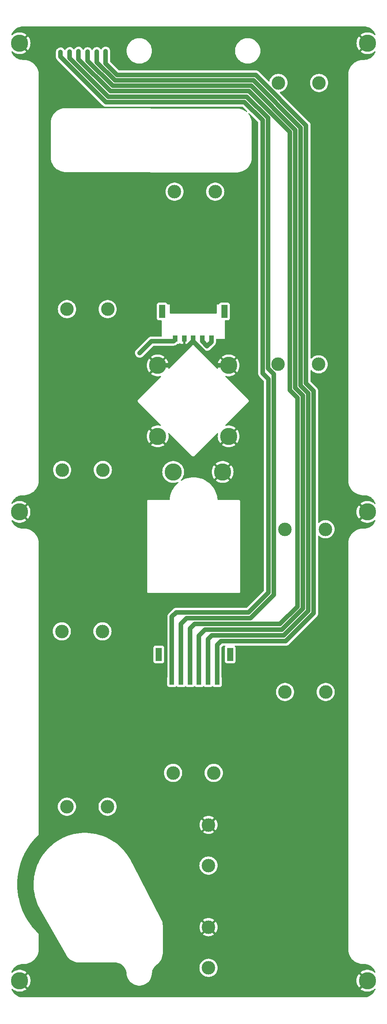
<source format=gbr>
%TF.GenerationSoftware,KiCad,Pcbnew,7.0.2-0*%
%TF.CreationDate,2024-05-08T20:31:55-07:00*%
%TF.ProjectId,new_X_Y_Panels,6e65775f-585f-4595-9f50-616e656c732e,1b*%
%TF.SameCoordinates,Original*%
%TF.FileFunction,Copper,L2,Bot*%
%TF.FilePolarity,Positive*%
%FSLAX46Y46*%
G04 Gerber Fmt 4.6, Leading zero omitted, Abs format (unit mm)*
G04 Created by KiCad (PCBNEW 7.0.2-0) date 2024-05-08 20:31:55*
%MOMM*%
%LPD*%
G01*
G04 APERTURE LIST*
%TA.AperFunction,ComponentPad*%
%ADD10C,2.600000*%
%TD*%
%TA.AperFunction,ConnectorPad*%
%ADD11C,3.800000*%
%TD*%
%TA.AperFunction,ComponentPad*%
%ADD12C,3.000000*%
%TD*%
%TA.AperFunction,SMDPad,CuDef*%
%ADD13R,1.100000X1.450000*%
%TD*%
%TA.AperFunction,SMDPad,CuDef*%
%ADD14R,1.350000X2.900000*%
%TD*%
%TA.AperFunction,ViaPad*%
%ADD15C,0.800000*%
%TD*%
%TA.AperFunction,Conductor*%
%ADD16C,1.000000*%
%TD*%
G04 APERTURE END LIST*
D10*
%TO.P,H12,1,1*%
%TO.N,GND*%
X108075000Y-129165000D03*
D11*
X108075000Y-129165000D03*
%TD*%
D12*
%TO.P,SC8,1,+*%
%TO.N,Net-(D7-A)*%
X97285000Y-96475000D03*
%TO.P,SC8,2,-*%
%TO.N,Net-(D8-A)*%
X88285000Y-96475000D03*
%TD*%
%TO.P,SC2,1,+*%
%TO.N,Net-(D1-A)*%
X50585000Y-84275000D03*
%TO.P,SC2,2,-*%
%TO.N,Net-(D2-A)*%
X41585000Y-84275000D03*
%TD*%
D10*
%TO.P,H8,1,1*%
%TO.N,GND*%
X31095000Y-232915000D03*
D11*
X31095000Y-232915000D03*
%TD*%
D12*
%TO.P,SC1,1,+*%
%TO.N,Net-(D1-K)*%
X65395000Y-58275000D03*
%TO.P,SC1,2,-*%
%TO.N,Net-(D1-A)*%
X74395000Y-58275000D03*
%TD*%
%TO.P,SC12,1,+*%
%TO.N,Net-(D11-A)*%
X72915000Y-207435000D03*
%TO.P,SC12,2,-*%
%TO.N,GND*%
X72915000Y-198435000D03*
%TD*%
%TO.P,SC11,1,+*%
%TO.N,Net-(D10-A)*%
X74075000Y-186925000D03*
%TO.P,SC11,2,-*%
%TO.N,Net-(D11-A)*%
X65075000Y-186925000D03*
%TD*%
%TO.P,SC9,1,+*%
%TO.N,Net-(D8-A)*%
X98805000Y-132995000D03*
%TO.P,SC9,2,-*%
%TO.N,Net-(D10-K)*%
X89805000Y-132995000D03*
%TD*%
D10*
%TO.P,H9,1,1*%
%TO.N,GND*%
X31075000Y-129155000D03*
D11*
X31075000Y-129155000D03*
%TD*%
D10*
%TO.P,H3,1,1*%
%TO.N,GND*%
X61666115Y-112421156D03*
D11*
X61666115Y-112421156D03*
%TD*%
D12*
%TO.P,SC7,1,+*%
%TO.N,Net-(D13-A)*%
X88395000Y-34205000D03*
%TO.P,SC7,2,-*%
%TO.N,Net-(D7-A)*%
X97395000Y-34205000D03*
%TD*%
D10*
%TO.P,H10,1,1*%
%TO.N,GND*%
X31085000Y-25415000D03*
D11*
X31085000Y-25415000D03*
%TD*%
D10*
%TO.P,H2,1,1*%
%TO.N,GND*%
X76045000Y-120315000D03*
D11*
X76045000Y-120315000D03*
%TD*%
D12*
%TO.P,SC6,1,+*%
%TO.N,Net-(D5-A)*%
X72915000Y-230075000D03*
%TO.P,SC6,2,-*%
%TO.N,GND*%
X72915000Y-221075000D03*
%TD*%
D10*
%TO.P,H5,1,1*%
%TO.N,GND*%
X61666115Y-96723386D03*
D11*
X61666115Y-96723386D03*
%TD*%
D12*
%TO.P,SC5,1,+*%
%TO.N,Net-(D4-A)*%
X50565000Y-194405000D03*
%TO.P,SC5,2,-*%
%TO.N,Net-(D5-A)*%
X41565000Y-194405000D03*
%TD*%
D10*
%TO.P,H7,1,1*%
%TO.N,GND*%
X108075000Y-232905000D03*
D11*
X108075000Y-232905000D03*
%TD*%
D10*
%TO.P,H4,1,1*%
%TO.N,GND*%
X77363885Y-112421156D03*
D11*
X77363885Y-112421156D03*
%TD*%
D10*
%TO.P,H11,1,1*%
%TO.N,GND*%
X108095000Y-25405000D03*
D11*
X108095000Y-25405000D03*
%TD*%
D12*
%TO.P,SC4,1,+*%
%TO.N,Net-(D3-A)*%
X49435000Y-155595000D03*
%TO.P,SC4,2,-*%
%TO.N,Net-(D4-A)*%
X40435000Y-155595000D03*
%TD*%
%TO.P,SC3,1,+*%
%TO.N,Net-(D2-A)*%
X49515000Y-119875000D03*
%TO.P,SC3,2,-*%
%TO.N,Net-(D3-A)*%
X40515000Y-119875000D03*
%TD*%
%TO.P,SC10,1,+*%
%TO.N,Net-(D10-K)*%
X98855000Y-169015000D03*
%TO.P,SC10,2,-*%
%TO.N,Net-(D10-A)*%
X89855000Y-169015000D03*
%TD*%
D10*
%TO.P,H6,1,1*%
%TO.N,GND*%
X77363885Y-96723386D03*
D11*
X77363885Y-96723386D03*
%TD*%
D10*
%TO.P,H1,1,1*%
%TO.N,BURN*%
X65100000Y-120315000D03*
D11*
X65100000Y-120315000D03*
%TD*%
D13*
%TO.P,J3,1,1*%
%TO.N,BURN*%
X65535000Y-90765000D03*
%TO.P,J3,2,2*%
%TO.N,GND*%
X67535000Y-90765000D03*
%TO.P,J3,3,3*%
X69535000Y-90765000D03*
%TO.P,J3,4,4*%
%TO.N,VSOLAR*%
X71535000Y-90765000D03*
%TO.P,J3,5,5*%
X73535000Y-90765000D03*
D14*
%TO.P,J3,S1,SHIELD1*%
%TO.N,unconnected-(J3-SHIELD1-PadS1)*%
X62640000Y-84790000D03*
%TO.P,J3,S2,SHIELD2*%
%TO.N,unconnected-(J3-SHIELD2-PadS2)*%
X76430000Y-84790000D03*
%TD*%
D13*
%TO.P,J1,1,1*%
%TO.N,/VUSB_OUT*%
X64805000Y-166685000D03*
%TO.P,J1,2,2*%
%TO.N,/VUSB_BATT*%
X66805000Y-166685000D03*
%TO.P,J1,3,3*%
%TO.N,/VCHRG*%
X68805000Y-166685000D03*
%TO.P,J1,4,4*%
%TO.N,/VBATT*%
X70805000Y-166685000D03*
%TO.P,J1,5,5*%
%TO.N,/PYCUBED_GND*%
X72805000Y-166685000D03*
%TO.P,J1,6,6*%
%TO.N,/PYCUBED_GNDREF*%
X74805000Y-166685000D03*
D14*
%TO.P,J1,S1,SHIELD1*%
%TO.N,unconnected-(J1-SHIELD1-PadS1)*%
X61910000Y-160710000D03*
%TO.P,J1,S2,SHIELD2*%
%TO.N,unconnected-(J1-SHIELD2-PadS2)*%
X77700000Y-160710000D03*
%TD*%
D15*
%TO.N,VSOLAR*%
X72595000Y-92456000D03*
%TO.N,GND*%
X67735000Y-218565000D03*
X65815000Y-216525000D03*
X60565000Y-196355000D03*
X67315000Y-217035000D03*
X60995000Y-194695000D03*
X61275000Y-197825000D03*
%TO.N,BURN*%
X57658000Y-93980000D03*
%TO.N,/VUSB_OUT*%
X40145000Y-27375000D03*
%TO.N,/VUSB_BATT*%
X42175000Y-27285000D03*
%TO.N,/VCHRG*%
X44135000Y-27205000D03*
%TO.N,/VBATT*%
X46145000Y-27315000D03*
%TO.N,/PYCUBED_GND*%
X48175000Y-27285000D03*
%TO.N,/PYCUBED_GNDREF*%
X50125000Y-27185000D03*
%TD*%
D16*
%TO.N,VSOLAR*%
X73535000Y-91516000D02*
X73535000Y-91093000D01*
X72595000Y-92456000D02*
X73535000Y-91516000D01*
X72595000Y-92456000D02*
X71535000Y-91396000D01*
X71535000Y-91396000D02*
X71535000Y-91093000D01*
%TO.N,GND*%
X74879386Y-96723386D02*
X77363885Y-96723386D01*
X69535000Y-90765000D02*
X69535000Y-91247000D01*
X69535000Y-91247000D02*
X64058614Y-96723386D01*
X69535000Y-91379000D02*
X74879386Y-96723386D01*
X69535000Y-90765000D02*
X69535000Y-91379000D01*
X64058614Y-96723386D02*
X61666115Y-96723386D01*
%TO.N,BURN*%
X57658000Y-93980000D02*
X60298000Y-91340000D01*
X60298000Y-91340000D02*
X65187108Y-91340000D01*
X65187108Y-91340000D02*
X65535000Y-90992108D01*
X65535000Y-90992108D02*
X65535000Y-90765000D01*
%TO.N,/VUSB_OUT*%
X84885000Y-42450280D02*
X84885000Y-98455000D01*
X65786000Y-151384000D02*
X64805000Y-152365000D01*
X80874720Y-38440000D02*
X84885000Y-42450280D01*
X86195000Y-146977000D02*
X81788000Y-151384000D01*
X50204720Y-38440000D02*
X80874720Y-38440000D01*
X81788000Y-151384000D02*
X65786000Y-151384000D01*
X84885000Y-98455000D02*
X86195000Y-99765000D01*
X40145000Y-27375000D02*
X40145000Y-28380280D01*
X86195000Y-99765000D02*
X86195000Y-146977000D01*
X64805000Y-152365000D02*
X64805000Y-166685000D01*
X40145000Y-28380280D02*
X50204720Y-38440000D01*
%TO.N,/VUSB_BATT*%
X42175000Y-27285000D02*
X42175000Y-28713224D01*
X42175000Y-28713224D02*
X50701776Y-37240000D01*
X86085000Y-41953224D02*
X86085000Y-97386270D01*
X87395000Y-147474056D02*
X82215056Y-152654000D01*
X86085000Y-97386270D02*
X87395000Y-98696270D01*
X50701776Y-37240000D02*
X81371776Y-37240000D01*
X81371776Y-37240000D02*
X86085000Y-41953224D01*
X66805000Y-153921000D02*
X66805000Y-166685000D01*
X68072000Y-152654000D02*
X66805000Y-153921000D01*
X82215056Y-152654000D02*
X68072000Y-152654000D01*
X87395000Y-98696270D02*
X87395000Y-147474056D01*
%TO.N,/VCHRG*%
X44135000Y-28976168D02*
X51198832Y-36040000D01*
X90925000Y-102214494D02*
X92585000Y-103874494D01*
X88755112Y-153924000D02*
X69850000Y-153924000D01*
X44135000Y-27205000D02*
X44135000Y-28976168D01*
X92585000Y-150094112D02*
X88755112Y-153924000D01*
X92585000Y-103874494D02*
X92585000Y-150094112D01*
X90925000Y-45096168D02*
X90925000Y-102214494D01*
X51198832Y-36040000D02*
X81868832Y-36040000D01*
X69850000Y-153924000D02*
X68805000Y-154969000D01*
X68805000Y-154969000D02*
X68805000Y-166685000D01*
X81868832Y-36040000D02*
X90925000Y-45096168D01*
%TO.N,/VBATT*%
X92125000Y-44599112D02*
X92125000Y-101717438D01*
X93785000Y-103377438D02*
X93785000Y-150591168D01*
X89182168Y-155194000D02*
X72136000Y-155194000D01*
X46145000Y-27315000D02*
X46145000Y-29289112D01*
X46145000Y-29289112D02*
X51695888Y-34840000D01*
X51695888Y-34840000D02*
X82365888Y-34840000D01*
X93785000Y-150591168D02*
X89182168Y-155194000D01*
X92125000Y-101717438D02*
X93785000Y-103377438D01*
X70805000Y-156525000D02*
X70805000Y-166685000D01*
X72136000Y-155194000D02*
X70805000Y-156525000D01*
X82365888Y-34840000D02*
X92125000Y-44599112D01*
%TO.N,/PYCUBED_GND*%
X73660000Y-156464000D02*
X72805000Y-157319000D01*
X93325000Y-101220382D02*
X94985000Y-102880382D01*
X94985000Y-102880382D02*
X94985000Y-151088224D01*
X89609224Y-156464000D02*
X73660000Y-156464000D01*
X72805000Y-157319000D02*
X72805000Y-166685000D01*
X52192944Y-33640000D02*
X82862944Y-33640000D01*
X48175000Y-27285000D02*
X48175000Y-29622056D01*
X94985000Y-151088224D02*
X89609224Y-156464000D01*
X93325000Y-44102056D02*
X93325000Y-101220382D01*
X48175000Y-29622056D02*
X52192944Y-33640000D01*
X82862944Y-33640000D02*
X93325000Y-44102056D01*
%TO.N,/PYCUBED_GNDREF*%
X50125000Y-27185000D02*
X50125000Y-29875000D01*
X90036280Y-157734000D02*
X75692000Y-157734000D01*
X96185000Y-151585280D02*
X90036280Y-157734000D01*
X75692000Y-157734000D02*
X74805000Y-158621000D01*
X52690000Y-32440000D02*
X83360000Y-32440000D01*
X96185000Y-102383326D02*
X96185000Y-151585280D01*
X94525000Y-43605000D02*
X94525000Y-100723326D01*
X74805000Y-158621000D02*
X74805000Y-166685000D01*
X83360000Y-32440000D02*
X94525000Y-43605000D01*
X50125000Y-29875000D02*
X52690000Y-32440000D01*
X94525000Y-100723326D02*
X96185000Y-102383326D01*
%TD*%
%TA.AperFunction,Conductor*%
%TO.N,GND*%
G36*
X107338472Y-21705695D02*
G01*
X107630306Y-21722084D01*
X107644103Y-21723638D01*
X107928827Y-21772015D01*
X107942384Y-21775109D01*
X108219899Y-21855060D01*
X108233025Y-21859653D01*
X108499841Y-21970172D01*
X108512355Y-21976198D01*
X108678444Y-22067992D01*
X108765125Y-22115899D01*
X108776899Y-22123297D01*
X109012430Y-22290415D01*
X109023302Y-22299085D01*
X109238642Y-22491524D01*
X109248475Y-22501357D01*
X109440914Y-22716697D01*
X109449584Y-22727569D01*
X109616702Y-22963100D01*
X109624100Y-22974874D01*
X109763797Y-23227637D01*
X109769830Y-23240165D01*
X109851277Y-23436795D01*
X109858746Y-23506264D01*
X109827471Y-23568744D01*
X109767382Y-23604396D01*
X109697557Y-23601902D01*
X109651832Y-23574640D01*
X109630684Y-23554780D01*
X109624685Y-23549818D01*
X109386690Y-23376905D01*
X109380100Y-23372723D01*
X109122305Y-23230999D01*
X109115266Y-23227686D01*
X108841729Y-23119386D01*
X108834334Y-23116983D01*
X108549374Y-23043817D01*
X108541743Y-23042362D01*
X108249859Y-23005488D01*
X108242101Y-23005000D01*
X107947899Y-23005000D01*
X107940140Y-23005488D01*
X107648256Y-23042362D01*
X107640625Y-23043817D01*
X107355665Y-23116983D01*
X107348270Y-23119386D01*
X107074733Y-23227686D01*
X107067694Y-23230999D01*
X106809899Y-23372723D01*
X106803309Y-23376905D01*
X106581565Y-23538011D01*
X106581564Y-23538012D01*
X107511693Y-24468140D01*
X107497590Y-24475411D01*
X107332460Y-24605271D01*
X107194890Y-24764035D01*
X107160334Y-24823886D01*
X106230312Y-23893864D01*
X106151995Y-23988534D01*
X106147434Y-23994812D01*
X105989792Y-24243217D01*
X105986050Y-24250023D01*
X105860781Y-24516234D01*
X105857921Y-24523458D01*
X105767009Y-24803254D01*
X105765073Y-24810793D01*
X105709946Y-25099779D01*
X105708972Y-25107499D01*
X105690500Y-25401105D01*
X105690500Y-25408894D01*
X105708972Y-25702500D01*
X105709946Y-25710220D01*
X105765073Y-25999206D01*
X105767009Y-26006745D01*
X105857921Y-26286541D01*
X105860781Y-26293765D01*
X105986050Y-26559976D01*
X105989792Y-26566782D01*
X106147430Y-26815181D01*
X106152006Y-26821479D01*
X106230312Y-26916134D01*
X107159211Y-25987235D01*
X107259894Y-26128624D01*
X107411932Y-26273592D01*
X107514221Y-26339329D01*
X106581564Y-27271986D01*
X106803320Y-27433102D01*
X106809891Y-27437272D01*
X107067694Y-27579000D01*
X107074733Y-27582313D01*
X107348270Y-27690613D01*
X107355665Y-27693016D01*
X107640625Y-27766182D01*
X107648256Y-27767637D01*
X107940140Y-27804511D01*
X107947899Y-27805000D01*
X108242101Y-27805000D01*
X108249859Y-27804511D01*
X108541743Y-27767637D01*
X108549374Y-27766182D01*
X108834334Y-27693016D01*
X108841729Y-27690613D01*
X109115266Y-27582313D01*
X109122305Y-27579000D01*
X109380100Y-27437276D01*
X109386690Y-27433094D01*
X109624685Y-27260181D01*
X109630684Y-27255219D01*
X109651830Y-27235361D01*
X109714174Y-27203817D01*
X109783675Y-27210987D01*
X109838267Y-27254593D01*
X109860617Y-27320792D01*
X109851277Y-27373204D01*
X109769830Y-27569834D01*
X109763797Y-27582362D01*
X109624100Y-27835125D01*
X109616702Y-27846899D01*
X109449584Y-28082430D01*
X109440914Y-28093302D01*
X109248475Y-28308642D01*
X109238642Y-28318475D01*
X109023302Y-28510914D01*
X109012430Y-28519584D01*
X108776899Y-28686702D01*
X108765125Y-28694100D01*
X108512362Y-28833797D01*
X108499834Y-28839830D01*
X108233024Y-28950346D01*
X108219899Y-28954939D01*
X107942384Y-29034890D01*
X107928827Y-29037984D01*
X107644114Y-29086359D01*
X107630296Y-29087916D01*
X107338472Y-29104305D01*
X107331519Y-29104500D01*
X107207595Y-29104500D01*
X107160000Y-29104500D01*
X106987028Y-29104500D01*
X106983818Y-29104837D01*
X106983806Y-29104838D01*
X106646198Y-29140322D01*
X106646183Y-29140324D01*
X106642980Y-29140661D01*
X106639812Y-29141334D01*
X106639808Y-29141335D01*
X106307767Y-29211912D01*
X106307749Y-29211916D01*
X106304596Y-29212587D01*
X106301521Y-29213586D01*
X106301514Y-29213588D01*
X105978672Y-29318486D01*
X105978661Y-29318490D01*
X105975584Y-29319490D01*
X105972636Y-29320802D01*
X105972619Y-29320809D01*
X105662517Y-29458875D01*
X105662499Y-29458883D01*
X105659548Y-29460198D01*
X105656744Y-29461816D01*
X105656730Y-29461824D01*
X105362760Y-29631547D01*
X105362748Y-29631554D01*
X105359952Y-29633169D01*
X105357342Y-29635064D01*
X105357330Y-29635073D01*
X105082708Y-29834598D01*
X105082693Y-29834609D01*
X105080078Y-29836510D01*
X105077670Y-29838677D01*
X105077659Y-29838687D01*
X104825401Y-30065822D01*
X104825391Y-30065831D01*
X104822992Y-30067992D01*
X104820831Y-30070391D01*
X104820822Y-30070401D01*
X104593687Y-30322659D01*
X104593677Y-30322670D01*
X104591510Y-30325078D01*
X104589609Y-30327693D01*
X104589598Y-30327708D01*
X104390073Y-30602330D01*
X104390064Y-30602342D01*
X104388169Y-30604952D01*
X104386554Y-30607748D01*
X104386547Y-30607760D01*
X104216824Y-30901730D01*
X104216816Y-30901744D01*
X104215198Y-30904548D01*
X104213883Y-30907499D01*
X104213875Y-30907517D01*
X104075809Y-31217619D01*
X104075802Y-31217636D01*
X104074490Y-31220584D01*
X104073490Y-31223661D01*
X104073486Y-31223672D01*
X103979344Y-31513412D01*
X103967587Y-31549596D01*
X103966916Y-31552749D01*
X103966912Y-31552767D01*
X103896335Y-31884808D01*
X103895661Y-31887980D01*
X103895324Y-31891183D01*
X103895322Y-31891198D01*
X103859838Y-32228806D01*
X103859837Y-32228818D01*
X103859500Y-32232028D01*
X103859500Y-32348826D01*
X103859500Y-32348827D01*
X103859500Y-122107405D01*
X103859500Y-122155000D01*
X103859500Y-122327972D01*
X103859837Y-122331182D01*
X103859838Y-122331193D01*
X103895322Y-122668801D01*
X103895323Y-122668813D01*
X103895661Y-122672020D01*
X103896334Y-122675190D01*
X103896335Y-122675191D01*
X103966912Y-123007232D01*
X103966915Y-123007245D01*
X103967587Y-123010404D01*
X103968587Y-123013483D01*
X103968588Y-123013485D01*
X104060037Y-123294936D01*
X104074490Y-123339416D01*
X104075804Y-123342369D01*
X104075809Y-123342380D01*
X104213875Y-123652482D01*
X104213880Y-123652492D01*
X104215198Y-123655452D01*
X104216821Y-123658263D01*
X104216824Y-123658269D01*
X104386547Y-123952239D01*
X104388169Y-123955048D01*
X104390070Y-123957665D01*
X104390073Y-123957669D01*
X104467207Y-124063835D01*
X104591510Y-124234922D01*
X104822992Y-124492008D01*
X105080078Y-124723490D01*
X105082705Y-124725399D01*
X105082708Y-124725401D01*
X105260397Y-124854500D01*
X105359952Y-124926831D01*
X105659548Y-125099802D01*
X105975584Y-125240510D01*
X106304596Y-125347413D01*
X106642980Y-125419339D01*
X106987028Y-125455500D01*
X107103827Y-125455500D01*
X107287405Y-125455500D01*
X107331519Y-125455500D01*
X107338472Y-125455695D01*
X107630306Y-125472084D01*
X107644103Y-125473638D01*
X107928827Y-125522015D01*
X107942384Y-125525109D01*
X108219899Y-125605060D01*
X108233025Y-125609653D01*
X108499841Y-125720172D01*
X108512355Y-125726198D01*
X108678444Y-125817992D01*
X108765125Y-125865899D01*
X108776899Y-125873297D01*
X109012430Y-126040415D01*
X109023302Y-126049085D01*
X109238642Y-126241524D01*
X109248475Y-126251357D01*
X109440914Y-126466697D01*
X109449584Y-126477569D01*
X109616702Y-126713100D01*
X109624100Y-126724874D01*
X109763797Y-126977637D01*
X109769830Y-126990165D01*
X109774494Y-127001424D01*
X109826466Y-127126897D01*
X109870788Y-127233898D01*
X109878257Y-127303367D01*
X109846982Y-127365847D01*
X109786893Y-127401499D01*
X109717068Y-127399005D01*
X109671343Y-127371743D01*
X109610684Y-127314780D01*
X109604685Y-127309818D01*
X109366690Y-127136905D01*
X109360100Y-127132723D01*
X109102305Y-126990999D01*
X109095266Y-126987686D01*
X108821729Y-126879386D01*
X108814334Y-126876983D01*
X108529374Y-126803817D01*
X108521743Y-126802362D01*
X108229859Y-126765488D01*
X108222101Y-126765000D01*
X107927899Y-126765000D01*
X107920140Y-126765488D01*
X107628256Y-126802362D01*
X107620625Y-126803817D01*
X107335665Y-126876983D01*
X107328270Y-126879386D01*
X107054733Y-126987686D01*
X107047694Y-126990999D01*
X106789899Y-127132723D01*
X106783309Y-127136905D01*
X106561565Y-127298011D01*
X106561564Y-127298012D01*
X107491693Y-128228140D01*
X107477590Y-128235411D01*
X107312460Y-128365271D01*
X107174890Y-128524035D01*
X107140334Y-128583886D01*
X106210312Y-127653864D01*
X106131995Y-127748534D01*
X106127434Y-127754812D01*
X105969792Y-128003217D01*
X105966050Y-128010023D01*
X105840781Y-128276234D01*
X105837921Y-128283458D01*
X105747009Y-128563254D01*
X105745073Y-128570793D01*
X105689946Y-128859779D01*
X105688972Y-128867499D01*
X105670500Y-129161105D01*
X105670500Y-129168894D01*
X105688972Y-129462500D01*
X105689946Y-129470220D01*
X105745073Y-129759206D01*
X105747009Y-129766745D01*
X105837921Y-130046541D01*
X105840781Y-130053765D01*
X105966050Y-130319976D01*
X105969792Y-130326782D01*
X106127430Y-130575181D01*
X106132006Y-130581479D01*
X106210312Y-130676134D01*
X107139211Y-129747235D01*
X107239894Y-129888624D01*
X107391932Y-130033592D01*
X107494221Y-130099329D01*
X106561564Y-131031986D01*
X106783320Y-131193102D01*
X106789891Y-131197272D01*
X107047694Y-131339000D01*
X107054733Y-131342313D01*
X107328270Y-131450613D01*
X107335665Y-131453016D01*
X107620625Y-131526182D01*
X107628256Y-131527637D01*
X107920140Y-131564511D01*
X107927899Y-131565000D01*
X108222101Y-131565000D01*
X108229859Y-131564511D01*
X108521743Y-131527637D01*
X108529374Y-131526182D01*
X108814334Y-131453016D01*
X108821729Y-131450613D01*
X109095266Y-131342313D01*
X109102305Y-131339000D01*
X109360100Y-131197276D01*
X109366690Y-131193094D01*
X109604685Y-131020181D01*
X109610683Y-131015219D01*
X109657785Y-130970988D01*
X109720129Y-130939446D01*
X109789630Y-130946617D01*
X109844221Y-130990224D01*
X109866570Y-131056423D01*
X109857230Y-131108833D01*
X109769830Y-131319834D01*
X109763797Y-131332362D01*
X109624100Y-131585125D01*
X109616702Y-131596899D01*
X109449584Y-131832430D01*
X109440914Y-131843302D01*
X109248475Y-132058642D01*
X109238642Y-132068475D01*
X109023302Y-132260914D01*
X109012430Y-132269584D01*
X108776899Y-132436702D01*
X108765125Y-132444100D01*
X108512362Y-132583797D01*
X108499834Y-132589830D01*
X108233024Y-132700346D01*
X108219899Y-132704939D01*
X107942384Y-132784890D01*
X107928827Y-132787984D01*
X107644114Y-132836359D01*
X107630296Y-132837916D01*
X107338472Y-132854305D01*
X107331519Y-132854500D01*
X107207595Y-132854500D01*
X107160000Y-132854500D01*
X106987028Y-132854500D01*
X106983818Y-132854837D01*
X106983806Y-132854838D01*
X106646198Y-132890322D01*
X106646183Y-132890324D01*
X106642980Y-132890661D01*
X106639812Y-132891334D01*
X106639808Y-132891335D01*
X106307767Y-132961912D01*
X106307749Y-132961916D01*
X106304596Y-132962587D01*
X106301521Y-132963586D01*
X106301514Y-132963588D01*
X105978672Y-133068486D01*
X105978661Y-133068490D01*
X105975584Y-133069490D01*
X105972636Y-133070802D01*
X105972619Y-133070809D01*
X105662517Y-133208875D01*
X105662499Y-133208883D01*
X105659548Y-133210198D01*
X105656744Y-133211816D01*
X105656730Y-133211824D01*
X105362760Y-133381547D01*
X105362748Y-133381554D01*
X105359952Y-133383169D01*
X105357342Y-133385064D01*
X105357330Y-133385073D01*
X105082708Y-133584598D01*
X105082693Y-133584609D01*
X105080078Y-133586510D01*
X105077670Y-133588677D01*
X105077659Y-133588687D01*
X104825401Y-133815822D01*
X104825391Y-133815831D01*
X104822992Y-133817992D01*
X104820831Y-133820391D01*
X104820822Y-133820401D01*
X104593687Y-134072659D01*
X104593677Y-134072670D01*
X104591510Y-134075078D01*
X104589609Y-134077693D01*
X104589598Y-134077708D01*
X104390073Y-134352330D01*
X104390064Y-134352342D01*
X104388169Y-134354952D01*
X104386554Y-134357748D01*
X104386547Y-134357760D01*
X104216824Y-134651730D01*
X104216816Y-134651744D01*
X104215198Y-134654548D01*
X104213883Y-134657499D01*
X104213875Y-134657517D01*
X104075809Y-134967619D01*
X104075802Y-134967636D01*
X104074490Y-134970584D01*
X104073490Y-134973661D01*
X104073486Y-134973672D01*
X103979344Y-135263412D01*
X103967587Y-135299596D01*
X103966916Y-135302749D01*
X103966912Y-135302767D01*
X103896335Y-135634808D01*
X103895661Y-135637980D01*
X103895324Y-135641183D01*
X103895322Y-135641198D01*
X103859838Y-135978806D01*
X103859837Y-135978818D01*
X103859500Y-135982028D01*
X103859500Y-136098826D01*
X103859500Y-136098827D01*
X103859500Y-225857405D01*
X103859500Y-225905000D01*
X103859500Y-226077972D01*
X103859837Y-226081182D01*
X103859838Y-226081193D01*
X103895322Y-226418801D01*
X103895323Y-226418813D01*
X103895661Y-226422020D01*
X103896334Y-226425190D01*
X103896335Y-226425191D01*
X103966912Y-226757232D01*
X103966915Y-226757245D01*
X103967587Y-226760404D01*
X104074490Y-227089416D01*
X104075804Y-227092369D01*
X104075809Y-227092380D01*
X104213875Y-227402482D01*
X104213880Y-227402492D01*
X104215198Y-227405452D01*
X104216821Y-227408263D01*
X104216824Y-227408269D01*
X104323583Y-227593181D01*
X104388169Y-227705048D01*
X104390070Y-227707665D01*
X104390073Y-227707669D01*
X104505062Y-227865938D01*
X104591510Y-227984922D01*
X104822992Y-228242008D01*
X104825401Y-228244177D01*
X105075213Y-228469110D01*
X105080078Y-228473490D01*
X105082705Y-228475399D01*
X105082708Y-228475401D01*
X105255598Y-228601013D01*
X105359952Y-228676831D01*
X105659548Y-228849802D01*
X105662515Y-228851123D01*
X105662517Y-228851124D01*
X105907502Y-228960198D01*
X105975584Y-228990510D01*
X106304596Y-229097413D01*
X106642980Y-229169339D01*
X106987028Y-229205500D01*
X107103827Y-229205500D01*
X107287405Y-229205500D01*
X107331519Y-229205500D01*
X107338472Y-229205695D01*
X107630306Y-229222084D01*
X107644103Y-229223638D01*
X107928827Y-229272015D01*
X107942382Y-229275108D01*
X108019035Y-229297192D01*
X108219899Y-229355060D01*
X108233025Y-229359653D01*
X108499841Y-229470172D01*
X108512355Y-229476198D01*
X108613044Y-229531847D01*
X108765125Y-229615899D01*
X108776899Y-229623297D01*
X109012430Y-229790415D01*
X109023302Y-229799085D01*
X109220049Y-229974909D01*
X109238642Y-229991524D01*
X109248475Y-230001357D01*
X109440914Y-230216697D01*
X109449584Y-230227569D01*
X109616702Y-230463100D01*
X109624100Y-230474874D01*
X109763797Y-230727637D01*
X109769830Y-230740165D01*
X109780076Y-230764900D01*
X109828091Y-230880820D01*
X109864009Y-230967532D01*
X109871478Y-231037001D01*
X109840203Y-231099481D01*
X109780114Y-231135133D01*
X109710289Y-231132639D01*
X109664565Y-231105378D01*
X109610683Y-231054780D01*
X109604685Y-231049818D01*
X109366690Y-230876905D01*
X109360100Y-230872723D01*
X109102305Y-230730999D01*
X109095266Y-230727686D01*
X108821729Y-230619386D01*
X108814334Y-230616983D01*
X108529374Y-230543817D01*
X108521743Y-230542362D01*
X108229859Y-230505488D01*
X108222101Y-230505000D01*
X107927899Y-230505000D01*
X107920140Y-230505488D01*
X107628256Y-230542362D01*
X107620625Y-230543817D01*
X107335665Y-230616983D01*
X107328270Y-230619386D01*
X107054733Y-230727686D01*
X107047694Y-230730999D01*
X106789899Y-230872723D01*
X106783309Y-230876905D01*
X106561565Y-231038011D01*
X106561564Y-231038012D01*
X107491693Y-231968140D01*
X107477590Y-231975411D01*
X107312460Y-232105271D01*
X107174890Y-232264035D01*
X107140334Y-232323886D01*
X106210312Y-231393864D01*
X106131995Y-231488534D01*
X106127434Y-231494812D01*
X105969792Y-231743217D01*
X105966050Y-231750023D01*
X105840781Y-232016234D01*
X105837921Y-232023458D01*
X105747009Y-232303254D01*
X105745073Y-232310793D01*
X105689946Y-232599779D01*
X105688972Y-232607499D01*
X105670500Y-232901105D01*
X105670500Y-232908894D01*
X105688972Y-233202500D01*
X105689946Y-233210220D01*
X105745073Y-233499206D01*
X105747009Y-233506745D01*
X105837921Y-233786541D01*
X105840781Y-233793765D01*
X105966050Y-234059976D01*
X105969792Y-234066782D01*
X106127430Y-234315181D01*
X106132006Y-234321479D01*
X106210312Y-234416134D01*
X107139211Y-233487235D01*
X107239894Y-233628624D01*
X107391932Y-233773592D01*
X107494221Y-233839329D01*
X106561564Y-234771986D01*
X106783320Y-234933102D01*
X106789891Y-234937272D01*
X107047694Y-235079000D01*
X107054733Y-235082313D01*
X107328270Y-235190613D01*
X107335665Y-235193016D01*
X107620625Y-235266182D01*
X107628256Y-235267637D01*
X107920140Y-235304511D01*
X107927899Y-235305000D01*
X108222101Y-235305000D01*
X108229859Y-235304511D01*
X108521743Y-235267637D01*
X108529374Y-235266182D01*
X108814334Y-235193016D01*
X108821729Y-235190613D01*
X109095266Y-235082313D01*
X109102305Y-235079000D01*
X109360100Y-234937276D01*
X109366690Y-234933094D01*
X109604685Y-234760181D01*
X109610683Y-234755219D01*
X109664564Y-234704622D01*
X109726908Y-234673080D01*
X109796409Y-234680250D01*
X109851000Y-234723858D01*
X109873349Y-234790057D01*
X109864009Y-234842467D01*
X109769830Y-235069834D01*
X109763797Y-235082362D01*
X109624100Y-235335125D01*
X109616702Y-235346899D01*
X109449584Y-235582430D01*
X109440914Y-235593302D01*
X109248475Y-235808642D01*
X109238642Y-235818475D01*
X109023302Y-236010914D01*
X109012430Y-236019584D01*
X108776899Y-236186702D01*
X108765125Y-236194100D01*
X108512362Y-236333797D01*
X108499834Y-236339830D01*
X108233024Y-236450346D01*
X108219899Y-236454939D01*
X107942384Y-236534890D01*
X107928827Y-236537984D01*
X107644114Y-236586359D01*
X107630296Y-236587916D01*
X107338472Y-236604305D01*
X107331519Y-236604500D01*
X31838481Y-236604500D01*
X31831528Y-236604305D01*
X31539703Y-236587916D01*
X31525885Y-236586359D01*
X31241172Y-236537984D01*
X31227615Y-236534890D01*
X30950100Y-236454939D01*
X30936975Y-236450346D01*
X30670165Y-236339830D01*
X30657637Y-236333797D01*
X30404874Y-236194100D01*
X30393100Y-236186702D01*
X30157569Y-236019584D01*
X30146697Y-236010914D01*
X29931357Y-235818475D01*
X29921524Y-235808642D01*
X29729085Y-235593302D01*
X29720415Y-235582430D01*
X29553297Y-235346899D01*
X29545899Y-235335125D01*
X29406202Y-235082362D01*
X29400172Y-235069841D01*
X29312768Y-234858830D01*
X29305300Y-234789364D01*
X29336575Y-234726884D01*
X29396664Y-234691232D01*
X29466489Y-234693726D01*
X29512213Y-234720987D01*
X29559316Y-234765219D01*
X29565314Y-234770181D01*
X29803309Y-234943094D01*
X29809899Y-234947276D01*
X30067694Y-235089000D01*
X30074733Y-235092313D01*
X30348270Y-235200613D01*
X30355665Y-235203016D01*
X30640625Y-235276182D01*
X30648256Y-235277637D01*
X30940140Y-235314511D01*
X30947899Y-235315000D01*
X31242101Y-235315000D01*
X31249859Y-235314511D01*
X31541743Y-235277637D01*
X31549374Y-235276182D01*
X31834334Y-235203016D01*
X31841729Y-235200613D01*
X32115266Y-235092313D01*
X32122305Y-235089000D01*
X32380108Y-234947272D01*
X32386678Y-234943102D01*
X32608433Y-234781986D01*
X32608434Y-234781986D01*
X31678307Y-233851859D01*
X31692410Y-233844589D01*
X31857540Y-233714729D01*
X31995110Y-233555965D01*
X32029665Y-233496112D01*
X32959686Y-234426133D01*
X33037997Y-234331474D01*
X33042568Y-234325182D01*
X33200207Y-234076782D01*
X33203949Y-234069976D01*
X33329218Y-233803765D01*
X33332078Y-233796541D01*
X33422990Y-233516745D01*
X33424926Y-233509206D01*
X33480053Y-233220220D01*
X33481027Y-233212500D01*
X33499500Y-232918894D01*
X33499500Y-232911105D01*
X33481027Y-232617499D01*
X33480053Y-232609779D01*
X33424926Y-232320793D01*
X33422990Y-232313254D01*
X33332078Y-232033458D01*
X33329218Y-232026234D01*
X33203949Y-231760023D01*
X33200207Y-231753217D01*
X33042569Y-231504818D01*
X33037993Y-231498520D01*
X32959686Y-231403864D01*
X32030787Y-232332763D01*
X31930106Y-232191376D01*
X31778068Y-232046408D01*
X31675777Y-231980669D01*
X32608434Y-231048012D01*
X32386679Y-230886897D01*
X32380108Y-230882727D01*
X32122305Y-230740999D01*
X32115266Y-230737686D01*
X31841729Y-230629386D01*
X31834334Y-230626983D01*
X31549374Y-230553817D01*
X31541743Y-230552362D01*
X31249859Y-230515488D01*
X31242101Y-230515000D01*
X30947899Y-230515000D01*
X30940140Y-230515488D01*
X30648256Y-230552362D01*
X30640625Y-230553817D01*
X30355665Y-230626983D01*
X30348270Y-230629386D01*
X30074733Y-230737686D01*
X30067694Y-230740999D01*
X29809899Y-230882723D01*
X29803309Y-230886905D01*
X29565314Y-231059818D01*
X29559316Y-231064780D01*
X29498655Y-231121744D01*
X29436310Y-231153286D01*
X29366809Y-231146114D01*
X29312219Y-231102506D01*
X29289871Y-231036306D01*
X29299210Y-230983902D01*
X29400175Y-230740151D01*
X29406195Y-230727651D01*
X29545902Y-230474868D01*
X29553297Y-230463100D01*
X29594842Y-230404548D01*
X29720422Y-230227559D01*
X29729077Y-230216705D01*
X29921534Y-230001346D01*
X29931346Y-229991534D01*
X30146705Y-229799077D01*
X30157559Y-229790422D01*
X30393105Y-229623293D01*
X30404868Y-229615902D01*
X30657651Y-229476195D01*
X30670151Y-229470175D01*
X30936979Y-229359651D01*
X30950096Y-229355061D01*
X31227621Y-229275107D01*
X31241167Y-229272015D01*
X31525898Y-229223638D01*
X31539691Y-229222084D01*
X31831527Y-229205695D01*
X31838481Y-229205500D01*
X32179730Y-229205500D01*
X32182972Y-229205500D01*
X32527020Y-229169339D01*
X32865404Y-229097413D01*
X33194416Y-228990510D01*
X33510452Y-228849802D01*
X33810048Y-228676831D01*
X34089922Y-228473490D01*
X34347008Y-228242008D01*
X34578490Y-227984922D01*
X34781831Y-227705048D01*
X34954802Y-227405452D01*
X35095510Y-227089416D01*
X35202413Y-226760404D01*
X35274339Y-226422020D01*
X35310500Y-226077972D01*
X35310500Y-225905000D01*
X35310500Y-225857405D01*
X35310500Y-222709774D01*
X35311588Y-222693384D01*
X35314155Y-222674136D01*
X35312539Y-222665334D01*
X35312418Y-222664013D01*
X35305514Y-222627082D01*
X35295324Y-222571587D01*
X35272053Y-222534003D01*
X35268408Y-222527711D01*
X35263702Y-222519009D01*
X35251682Y-222496783D01*
X35251680Y-222496781D01*
X35249413Y-222492589D01*
X35236783Y-222477038D01*
X35235919Y-222475642D01*
X35214194Y-222459236D01*
X35201173Y-222447896D01*
X34681738Y-221927640D01*
X34677427Y-221923099D01*
X34171866Y-221362688D01*
X34167803Y-221357949D01*
X33785493Y-220888423D01*
X33691239Y-220772667D01*
X33687401Y-220767701D01*
X33241089Y-220159091D01*
X33237507Y-220153938D01*
X32822548Y-219523509D01*
X32819231Y-219518180D01*
X32436712Y-218867575D01*
X32433669Y-218862086D01*
X32084560Y-218192963D01*
X32081798Y-218187327D01*
X31766987Y-217501385D01*
X31764514Y-217495617D01*
X31484804Y-216794599D01*
X31482629Y-216788717D01*
X31238754Y-216074463D01*
X31236886Y-216068503D01*
X31150488Y-215766235D01*
X31029457Y-215342803D01*
X31027900Y-215336786D01*
X30857454Y-214601508D01*
X30856194Y-214595367D01*
X30837562Y-214491304D01*
X30723171Y-213852419D01*
X30722229Y-213846265D01*
X30626969Y-213097532D01*
X30626341Y-213091355D01*
X30569084Y-212338732D01*
X30568768Y-212332473D01*
X30557531Y-211888586D01*
X34204474Y-211888586D01*
X34204574Y-211890356D01*
X34204575Y-211890388D01*
X34241573Y-212544540D01*
X34241574Y-212544562D01*
X34241675Y-212546332D01*
X34241878Y-212548101D01*
X34241879Y-212548110D01*
X34316654Y-213199056D01*
X34316657Y-213199082D01*
X34316858Y-213200825D01*
X34317159Y-213202559D01*
X34317163Y-213202582D01*
X34331160Y-213283037D01*
X34429772Y-213849873D01*
X34430183Y-213851629D01*
X34430184Y-213851632D01*
X34579628Y-214489549D01*
X34579635Y-214489576D01*
X34580040Y-214491304D01*
X34580548Y-214493020D01*
X34580551Y-214493030D01*
X34611783Y-214598460D01*
X34767158Y-215122969D01*
X34767750Y-215124613D01*
X34767757Y-215124633D01*
X34858061Y-215375230D01*
X34990499Y-215742753D01*
X34991196Y-215744386D01*
X34991199Y-215744392D01*
X35248613Y-216346939D01*
X35248619Y-216346953D01*
X35249315Y-216348581D01*
X35250106Y-216350171D01*
X35250112Y-216350184D01*
X35468267Y-216788717D01*
X35542741Y-216938424D01*
X35543619Y-216939960D01*
X35543624Y-216939969D01*
X35666810Y-217155429D01*
X35666829Y-217155482D01*
X35678347Y-217175622D01*
X35706233Y-217224384D01*
X35706233Y-217224385D01*
X35716282Y-217241956D01*
X41281350Y-226973037D01*
X41380470Y-227146358D01*
X41380472Y-227146363D01*
X41384700Y-227153756D01*
X41384714Y-227153816D01*
X41410199Y-227198358D01*
X41410199Y-227198359D01*
X41488583Y-227335358D01*
X41490285Y-227337767D01*
X41669028Y-227590766D01*
X41669036Y-227590776D01*
X41670735Y-227593181D01*
X41672653Y-227595410D01*
X41672662Y-227595421D01*
X41769269Y-227707669D01*
X41876658Y-227832445D01*
X41878793Y-227834493D01*
X41878795Y-227834495D01*
X41941781Y-227894911D01*
X42104473Y-228050966D01*
X42352101Y-228246751D01*
X42354588Y-228248357D01*
X42354592Y-228248360D01*
X42551545Y-228375557D01*
X42617282Y-228418012D01*
X42897596Y-228563187D01*
X43190484Y-228680949D01*
X43493273Y-228770226D01*
X43803200Y-228830201D01*
X44117435Y-228860327D01*
X44195604Y-228860341D01*
X44195684Y-228860357D01*
X44275274Y-228860357D01*
X44322868Y-228860358D01*
X44322871Y-228860357D01*
X52028750Y-228860357D01*
X52028768Y-228860359D01*
X52048877Y-228860358D01*
X52048879Y-228860359D01*
X52092890Y-228860357D01*
X52100061Y-228860564D01*
X52401386Y-228878027D01*
X52415622Y-228879683D01*
X52709380Y-228931245D01*
X52723335Y-228934536D01*
X53009171Y-229019718D01*
X53022632Y-229024594D01*
X53296702Y-229142248D01*
X53309539Y-229148664D01*
X53568129Y-229297192D01*
X53580145Y-229305052D01*
X53819852Y-229482494D01*
X53830880Y-229491692D01*
X54048452Y-229695646D01*
X54058342Y-229706057D01*
X54250876Y-229933795D01*
X54259493Y-229945274D01*
X54424422Y-230193768D01*
X54431640Y-230206144D01*
X54532446Y-230404548D01*
X54566732Y-230472030D01*
X54572484Y-230485187D01*
X54675927Y-230764900D01*
X54680119Y-230778634D01*
X54750529Y-231068421D01*
X54753106Y-231082548D01*
X54789800Y-231380637D01*
X54790471Y-231387788D01*
X54791467Y-231403196D01*
X54800613Y-231544754D01*
X54800614Y-231544766D01*
X54800846Y-231548349D01*
X54801491Y-231551880D01*
X54801493Y-231551891D01*
X54858283Y-231862484D01*
X54859481Y-231869036D01*
X54860533Y-231872472D01*
X54860536Y-231872484D01*
X54953865Y-232177301D01*
X54953869Y-232177312D01*
X54954923Y-232180754D01*
X54956370Y-232184054D01*
X54956374Y-232184063D01*
X55084436Y-232475991D01*
X55084440Y-232475999D01*
X55085886Y-232479295D01*
X55087704Y-232482400D01*
X55087706Y-232482404D01*
X55243055Y-232747742D01*
X55250599Y-232760626D01*
X55446839Y-233020948D01*
X55449334Y-233023562D01*
X55449338Y-233023566D01*
X55654441Y-233238400D01*
X55671955Y-233256745D01*
X55922907Y-233464833D01*
X56196306Y-233642402D01*
X56488460Y-233787053D01*
X56795422Y-233896833D01*
X57113048Y-233970260D01*
X57437048Y-234006341D01*
X57763046Y-234004589D01*
X58086639Y-233965029D01*
X58403458Y-233888193D01*
X58709223Y-233775121D01*
X58999806Y-233627339D01*
X59271281Y-233446842D01*
X59519982Y-233236069D01*
X59742552Y-232997867D01*
X59935983Y-232735451D01*
X60097663Y-232452366D01*
X60225410Y-232152435D01*
X60317498Y-231839709D01*
X60372682Y-231518411D01*
X60380904Y-231365675D01*
X60381261Y-231359061D01*
X60381811Y-231352297D01*
X60382398Y-231346915D01*
X60412695Y-231068975D01*
X60414893Y-231055635D01*
X60475787Y-230780691D01*
X60479427Y-230767671D01*
X60569972Y-230501006D01*
X60575018Y-230488447D01*
X60694120Y-230233285D01*
X60700508Y-230221349D01*
X60789449Y-230075000D01*
X70901807Y-230075000D01*
X70902096Y-230079225D01*
X70912634Y-230233293D01*
X70920558Y-230349130D01*
X70921419Y-230353277D01*
X70921421Y-230353286D01*
X70975598Y-230613996D01*
X70976462Y-230618153D01*
X70977880Y-230622144D01*
X70977883Y-230622153D01*
X71031877Y-230774077D01*
X71068477Y-230877058D01*
X71070424Y-230880816D01*
X71070426Y-230880820D01*
X71160565Y-231054780D01*
X71194889Y-231121023D01*
X71204849Y-231135133D01*
X71350898Y-231342039D01*
X71350902Y-231342044D01*
X71353343Y-231345502D01*
X71540889Y-231546314D01*
X71754031Y-231719718D01*
X71988800Y-231862484D01*
X72240823Y-231971953D01*
X72424647Y-232023458D01*
X72501324Y-232044942D01*
X72501326Y-232044942D01*
X72505404Y-232046085D01*
X72777615Y-232083500D01*
X72781852Y-232083500D01*
X73048148Y-232083500D01*
X73052385Y-232083500D01*
X73324596Y-232046085D01*
X73589177Y-231971953D01*
X73841200Y-231862484D01*
X74075969Y-231719718D01*
X74289111Y-231546314D01*
X74476657Y-231345502D01*
X74635111Y-231121023D01*
X74761523Y-230877058D01*
X74853538Y-230618153D01*
X74909442Y-230349130D01*
X74928193Y-230075000D01*
X74909442Y-229800870D01*
X74853538Y-229531847D01*
X74761523Y-229272942D01*
X74635111Y-229028977D01*
X74516087Y-228860358D01*
X74479101Y-228807960D01*
X74479099Y-228807957D01*
X74476657Y-228804498D01*
X74289111Y-228603686D01*
X74285829Y-228601016D01*
X74285826Y-228601013D01*
X74137099Y-228480015D01*
X74075969Y-228430282D01*
X74072345Y-228428078D01*
X74072342Y-228428076D01*
X73844818Y-228289716D01*
X73844816Y-228289715D01*
X73841200Y-228287516D01*
X73782155Y-228261869D01*
X73593058Y-228179732D01*
X73593048Y-228179728D01*
X73589177Y-228178047D01*
X73585105Y-228176906D01*
X73328675Y-228105057D01*
X73328662Y-228105054D01*
X73324596Y-228103915D01*
X73320406Y-228103339D01*
X73320396Y-228103337D01*
X73056582Y-228067076D01*
X73056569Y-228067075D01*
X73052385Y-228066500D01*
X72777615Y-228066500D01*
X72773431Y-228067075D01*
X72773417Y-228067076D01*
X72509603Y-228103337D01*
X72509590Y-228103339D01*
X72505404Y-228103915D01*
X72501340Y-228105053D01*
X72501324Y-228105057D01*
X72244894Y-228176906D01*
X72244889Y-228176907D01*
X72240823Y-228178047D01*
X72236956Y-228179726D01*
X72236941Y-228179732D01*
X71992683Y-228285829D01*
X71992678Y-228285831D01*
X71988800Y-228287516D01*
X71985189Y-228289711D01*
X71985181Y-228289716D01*
X71757657Y-228428076D01*
X71757646Y-228428083D01*
X71754031Y-228430282D01*
X71750741Y-228432958D01*
X71750739Y-228432960D01*
X71544173Y-228601013D01*
X71544162Y-228601022D01*
X71540889Y-228603686D01*
X71538010Y-228606768D01*
X71538001Y-228606777D01*
X71356231Y-228801405D01*
X71356226Y-228801410D01*
X71353343Y-228804498D01*
X71350907Y-228807948D01*
X71350898Y-228807960D01*
X71197335Y-229025511D01*
X71197331Y-229025516D01*
X71194889Y-229028977D01*
X71192943Y-229032731D01*
X71192939Y-229032739D01*
X71070426Y-229269179D01*
X71070421Y-229269188D01*
X71068477Y-229272942D01*
X71067060Y-229276927D01*
X71067056Y-229276938D01*
X70977883Y-229527846D01*
X70977879Y-229527858D01*
X70976462Y-229531847D01*
X70975599Y-229535997D01*
X70975598Y-229536003D01*
X70921421Y-229796713D01*
X70921419Y-229796724D01*
X70920558Y-229800870D01*
X70920269Y-229805094D01*
X70920268Y-229805102D01*
X70908653Y-229974909D01*
X70901807Y-230075000D01*
X60789449Y-230075000D01*
X60846759Y-229980698D01*
X60854409Y-229969535D01*
X61026050Y-229746294D01*
X61034878Y-229736026D01*
X61229866Y-229532852D01*
X61239747Y-229523623D01*
X61458835Y-229340366D01*
X61464096Y-229336204D01*
X61492704Y-229314818D01*
X61499053Y-229310073D01*
X61499053Y-229310072D01*
X61510637Y-229301415D01*
X61510656Y-229301398D01*
X61594904Y-229238416D01*
X61594903Y-229238416D01*
X61597467Y-229236500D01*
X61848095Y-229005317D01*
X62073569Y-228749542D01*
X62271490Y-228471896D01*
X62439751Y-228175336D01*
X62576561Y-227863017D01*
X62680463Y-227538265D01*
X62750351Y-227204535D01*
X62785482Y-226865381D01*
X62785491Y-226774956D01*
X62785500Y-226774915D01*
X62785500Y-221074999D01*
X70909890Y-221074999D01*
X70930300Y-221360357D01*
X70991111Y-221639902D01*
X71091088Y-221907952D01*
X71228193Y-222159042D01*
X71334883Y-222301562D01*
X72053348Y-221583096D01*
X72120146Y-221690263D01*
X72260268Y-221837671D01*
X72405085Y-221938467D01*
X71688436Y-222655115D01*
X71830958Y-222761806D01*
X72082047Y-222898911D01*
X72350097Y-222998888D01*
X72629642Y-223059699D01*
X72915000Y-223080109D01*
X73200357Y-223059699D01*
X73479902Y-222998888D01*
X73747952Y-222898911D01*
X73999041Y-222761806D01*
X74141562Y-222655115D01*
X73423125Y-221936678D01*
X73489214Y-221899996D01*
X73643531Y-221767520D01*
X73768021Y-221606692D01*
X73778625Y-221585072D01*
X74495115Y-222301562D01*
X74601806Y-222159041D01*
X74738911Y-221907952D01*
X74838888Y-221639902D01*
X74899699Y-221360357D01*
X74920109Y-221074999D01*
X74899699Y-220789642D01*
X74838888Y-220510097D01*
X74738911Y-220242047D01*
X74601806Y-219990958D01*
X74495115Y-219848436D01*
X73776649Y-220566901D01*
X73709854Y-220459737D01*
X73569732Y-220312329D01*
X73424913Y-220211532D01*
X74141562Y-219494883D01*
X73999042Y-219388193D01*
X73747952Y-219251088D01*
X73479902Y-219151111D01*
X73200357Y-219090300D01*
X72915000Y-219069890D01*
X72629642Y-219090300D01*
X72350097Y-219151111D01*
X72082047Y-219251088D01*
X71830954Y-219388195D01*
X71688437Y-219494882D01*
X71688436Y-219494883D01*
X72406874Y-220213321D01*
X72340786Y-220250004D01*
X72186469Y-220382480D01*
X72061979Y-220543308D01*
X72051374Y-220564926D01*
X71334883Y-219848436D01*
X71334882Y-219848437D01*
X71228195Y-219990954D01*
X71091088Y-220242047D01*
X70991111Y-220510097D01*
X70930300Y-220789642D01*
X70909890Y-221074999D01*
X62785500Y-221074999D01*
X62785500Y-220801417D01*
X62785465Y-220801067D01*
X62785445Y-220682953D01*
X62755308Y-220368630D01*
X62695305Y-220058618D01*
X62605986Y-219755750D01*
X62488165Y-219462790D01*
X62452584Y-219394074D01*
X62452559Y-219393988D01*
X62415569Y-219322588D01*
X62384850Y-219263287D01*
X62384834Y-219263264D01*
X62326730Y-219151111D01*
X56256917Y-207435000D01*
X70901807Y-207435000D01*
X70920558Y-207709130D01*
X70921419Y-207713277D01*
X70921421Y-207713286D01*
X70975598Y-207973996D01*
X70976462Y-207978153D01*
X70977880Y-207982144D01*
X70977883Y-207982153D01*
X71044848Y-208170573D01*
X71068477Y-208237058D01*
X71194889Y-208481023D01*
X71197335Y-208484488D01*
X71350898Y-208702039D01*
X71350902Y-208702044D01*
X71353343Y-208705502D01*
X71540889Y-208906314D01*
X71754031Y-209079718D01*
X71988800Y-209222484D01*
X72240823Y-209331953D01*
X72449825Y-209390512D01*
X72501324Y-209404942D01*
X72501326Y-209404942D01*
X72505404Y-209406085D01*
X72777615Y-209443500D01*
X72781852Y-209443500D01*
X73048148Y-209443500D01*
X73052385Y-209443500D01*
X73324596Y-209406085D01*
X73589177Y-209331953D01*
X73841200Y-209222484D01*
X74075969Y-209079718D01*
X74289111Y-208906314D01*
X74476657Y-208705502D01*
X74635111Y-208481023D01*
X74761523Y-208237058D01*
X74853538Y-207978153D01*
X74909442Y-207709130D01*
X74928193Y-207435000D01*
X74909442Y-207160870D01*
X74853538Y-206891847D01*
X74761523Y-206632942D01*
X74635111Y-206388977D01*
X74476657Y-206164498D01*
X74289111Y-205963686D01*
X74285829Y-205961016D01*
X74285826Y-205961013D01*
X74194515Y-205886726D01*
X74075969Y-205790282D01*
X74072345Y-205788078D01*
X74072342Y-205788076D01*
X73844818Y-205649716D01*
X73844816Y-205649715D01*
X73841200Y-205647516D01*
X73764605Y-205614246D01*
X73593058Y-205539732D01*
X73593048Y-205539728D01*
X73589177Y-205538047D01*
X73585105Y-205536906D01*
X73328675Y-205465057D01*
X73328662Y-205465054D01*
X73324596Y-205463915D01*
X73320406Y-205463339D01*
X73320396Y-205463337D01*
X73056582Y-205427076D01*
X73056569Y-205427075D01*
X73052385Y-205426500D01*
X72777615Y-205426500D01*
X72773431Y-205427075D01*
X72773417Y-205427076D01*
X72509603Y-205463337D01*
X72509590Y-205463339D01*
X72505404Y-205463915D01*
X72501340Y-205465053D01*
X72501324Y-205465057D01*
X72244894Y-205536906D01*
X72244889Y-205536907D01*
X72240823Y-205538047D01*
X72236956Y-205539726D01*
X72236941Y-205539732D01*
X71992683Y-205645829D01*
X71992678Y-205645831D01*
X71988800Y-205647516D01*
X71985189Y-205649711D01*
X71985181Y-205649716D01*
X71757657Y-205788076D01*
X71757646Y-205788083D01*
X71754031Y-205790282D01*
X71750741Y-205792958D01*
X71750739Y-205792960D01*
X71544173Y-205961013D01*
X71544162Y-205961022D01*
X71540889Y-205963686D01*
X71538010Y-205966768D01*
X71538001Y-205966777D01*
X71356231Y-206161405D01*
X71356226Y-206161410D01*
X71353343Y-206164498D01*
X71350907Y-206167948D01*
X71350898Y-206167960D01*
X71197335Y-206385511D01*
X71197331Y-206385516D01*
X71194889Y-206388977D01*
X71192943Y-206392731D01*
X71192939Y-206392739D01*
X71070426Y-206629179D01*
X71070421Y-206629188D01*
X71068477Y-206632942D01*
X71067060Y-206636927D01*
X71067056Y-206636938D01*
X70977883Y-206887846D01*
X70977879Y-206887858D01*
X70976462Y-206891847D01*
X70975599Y-206895997D01*
X70975598Y-206896003D01*
X70921421Y-207156713D01*
X70921419Y-207156724D01*
X70920558Y-207160870D01*
X70920269Y-207165094D01*
X70920268Y-207165102D01*
X70902096Y-207430774D01*
X70901807Y-207435000D01*
X56256917Y-207435000D01*
X55711484Y-206382192D01*
X55711484Y-206382190D01*
X55689590Y-206339930D01*
X55689589Y-206339930D01*
X55676781Y-206315207D01*
X55676780Y-206315206D01*
X55673606Y-206309079D01*
X55671175Y-206304386D01*
X55671134Y-206304325D01*
X55538028Y-206047471D01*
X55201649Y-205481023D01*
X54864494Y-204981536D01*
X54834084Y-204936484D01*
X54834076Y-204936473D01*
X54833069Y-204934981D01*
X54527120Y-204533878D01*
X54434628Y-204412619D01*
X54434619Y-204412608D01*
X54433523Y-204411171D01*
X54253816Y-204201883D01*
X54005529Y-203912726D01*
X54005520Y-203912716D01*
X54004347Y-203911350D01*
X53819632Y-203719853D01*
X53548235Y-203438492D01*
X53548233Y-203438490D01*
X53546979Y-203437190D01*
X53062950Y-202990278D01*
X53061588Y-202989159D01*
X53061574Y-202989147D01*
X52555258Y-202573242D01*
X52555251Y-202573237D01*
X52553882Y-202572112D01*
X52289560Y-202379472D01*
X52022916Y-202185139D01*
X52022915Y-202185138D01*
X52021478Y-202184091D01*
X52019982Y-202183128D01*
X51469030Y-201828486D01*
X51469013Y-201828475D01*
X51467522Y-201827516D01*
X51465973Y-201826641D01*
X51465956Y-201826631D01*
X50895439Y-201504466D01*
X50895435Y-201504464D01*
X50893868Y-201503579D01*
X50892261Y-201502790D01*
X50892245Y-201502782D01*
X50304062Y-201214162D01*
X50304036Y-201214150D01*
X50302438Y-201213366D01*
X49695212Y-200957848D01*
X49074222Y-200737881D01*
X49072514Y-200737385D01*
X48443266Y-200554699D01*
X48443250Y-200554694D01*
X48441549Y-200554201D01*
X48310679Y-200524292D01*
X47801059Y-200407823D01*
X47801035Y-200407818D01*
X47799310Y-200407424D01*
X47797566Y-200407130D01*
X47797544Y-200407126D01*
X47151437Y-200298341D01*
X47151413Y-200298337D01*
X47149657Y-200298042D01*
X47147876Y-200297847D01*
X47147860Y-200297845D01*
X46496554Y-200226614D01*
X46496531Y-200226612D01*
X46494765Y-200226419D01*
X46492988Y-200226328D01*
X46492961Y-200226326D01*
X45838645Y-200192888D01*
X45838613Y-200192887D01*
X45836827Y-200192796D01*
X45835023Y-200192808D01*
X45835010Y-200192808D01*
X45179837Y-200197274D01*
X45179809Y-200197274D01*
X45178045Y-200197287D01*
X45176276Y-200197401D01*
X45176264Y-200197402D01*
X44522418Y-200239758D01*
X44522386Y-200239760D01*
X44520626Y-200239875D01*
X44518874Y-200240090D01*
X44518840Y-200240094D01*
X43868531Y-200320201D01*
X43868524Y-200320202D01*
X43866771Y-200320418D01*
X43865052Y-200320731D01*
X43865023Y-200320736D01*
X43220432Y-200438324D01*
X43220419Y-200438326D01*
X43218669Y-200438646D01*
X43216930Y-200439068D01*
X43216918Y-200439071D01*
X42606006Y-200587480D01*
X42578492Y-200594164D01*
X42576785Y-200594684D01*
X42576781Y-200594686D01*
X41950096Y-200785926D01*
X41950075Y-200785932D01*
X41948381Y-200786450D01*
X41946731Y-200787059D01*
X41946701Y-200787070D01*
X41332118Y-201014243D01*
X41332107Y-201014247D01*
X41330447Y-201014861D01*
X41328829Y-201015567D01*
X41328809Y-201015576D01*
X40728407Y-201277913D01*
X40728396Y-201277917D01*
X40726760Y-201278633D01*
X40725165Y-201279442D01*
X40725154Y-201279448D01*
X40140947Y-201576065D01*
X40140930Y-201576073D01*
X40139341Y-201576881D01*
X40137821Y-201577766D01*
X40137784Y-201577787D01*
X39571721Y-201907694D01*
X39571698Y-201907708D01*
X39570156Y-201908607D01*
X39568651Y-201909604D01*
X39568643Y-201909610D01*
X39022609Y-202271707D01*
X39022579Y-202271728D01*
X39021112Y-202272701D01*
X39019688Y-202273768D01*
X39019675Y-202273778D01*
X38495494Y-202666857D01*
X38495474Y-202666872D01*
X38494047Y-202667943D01*
X38492684Y-202669093D01*
X38492669Y-202669106D01*
X37992085Y-203091860D01*
X37992059Y-203091882D01*
X37990726Y-203093009D01*
X37989463Y-203094206D01*
X37989440Y-203094228D01*
X37514126Y-203545250D01*
X37514107Y-203545268D01*
X37512834Y-203546477D01*
X37511627Y-203547762D01*
X37511611Y-203547779D01*
X37169069Y-203912726D01*
X37061972Y-204026828D01*
X37060845Y-204028177D01*
X37060824Y-204028201D01*
X36640788Y-204531089D01*
X36640767Y-204531115D01*
X36639650Y-204532453D01*
X36638600Y-204533867D01*
X36638593Y-204533878D01*
X36248350Y-205060216D01*
X36248340Y-205060230D01*
X36247280Y-205061660D01*
X36246297Y-205063159D01*
X36246290Y-205063170D01*
X35887177Y-205611150D01*
X35887161Y-205611175D01*
X35886178Y-205612676D01*
X35885294Y-205614210D01*
X35885273Y-205614246D01*
X35558439Y-206182114D01*
X35558423Y-206182142D01*
X35557552Y-206183657D01*
X35556763Y-206185231D01*
X35556755Y-206185247D01*
X35263308Y-206771080D01*
X35263295Y-206771106D01*
X35262503Y-206772689D01*
X35261794Y-206774334D01*
X35261787Y-206774351D01*
X35002736Y-207376134D01*
X35002724Y-207376164D01*
X35002019Y-207377802D01*
X35001406Y-207379487D01*
X35001403Y-207379496D01*
X34777581Y-207995289D01*
X34777574Y-207995308D01*
X34776971Y-207996969D01*
X34776465Y-207998658D01*
X34776458Y-207998681D01*
X34611114Y-208551254D01*
X34588115Y-208628116D01*
X34587712Y-208629812D01*
X34587705Y-208629841D01*
X34481005Y-209079718D01*
X34436081Y-209269130D01*
X34435770Y-209270883D01*
X34435769Y-209270893D01*
X34424772Y-209333093D01*
X34321379Y-209917865D01*
X34321171Y-209919631D01*
X34321169Y-209919646D01*
X34244604Y-210570349D01*
X34244601Y-210570372D01*
X34244393Y-210572148D01*
X34244287Y-210573924D01*
X34244285Y-210573954D01*
X34229854Y-210817240D01*
X34205382Y-211229789D01*
X34205379Y-211231573D01*
X34205379Y-211231591D01*
X34204906Y-211574857D01*
X34204474Y-211888586D01*
X30557531Y-211888586D01*
X30549668Y-211577977D01*
X30549668Y-211571718D01*
X30555328Y-211348164D01*
X30568768Y-210817228D01*
X30569085Y-210810972D01*
X30626341Y-210058354D01*
X30626969Y-210052185D01*
X30722230Y-209303442D01*
X30723170Y-209297300D01*
X30856197Y-208554331D01*
X30857456Y-208548198D01*
X30873028Y-208481023D01*
X31027903Y-207812918D01*
X31029454Y-207806919D01*
X31236894Y-207081181D01*
X31238750Y-207075261D01*
X31482639Y-206360967D01*
X31484799Y-206355127D01*
X31764521Y-205654079D01*
X31766979Y-205648344D01*
X32081801Y-204962379D01*
X32084560Y-204956750D01*
X32095918Y-204934981D01*
X32433677Y-204287611D01*
X32436702Y-204282154D01*
X32819239Y-203631518D01*
X32822538Y-203626219D01*
X33237515Y-202995762D01*
X33241079Y-202990635D01*
X33687407Y-202382003D01*
X33691239Y-202377046D01*
X33777011Y-202271707D01*
X34167819Y-201791744D01*
X34171848Y-201787044D01*
X34677446Y-201226594D01*
X34681708Y-201222103D01*
X35173338Y-200729694D01*
X35187392Y-200719574D01*
X35194225Y-200712078D01*
X35194228Y-200712077D01*
X35221961Y-200681654D01*
X35228091Y-200675392D01*
X35253673Y-200651035D01*
X35267057Y-200632187D01*
X35269916Y-200629052D01*
X35280525Y-200601665D01*
X35287078Y-200587480D01*
X35296962Y-200569203D01*
X35296963Y-200569202D01*
X35298329Y-200561759D01*
X35304665Y-200539353D01*
X35310500Y-200524291D01*
X35310500Y-200506773D01*
X35312539Y-200484378D01*
X35314155Y-200475578D01*
X35311588Y-200456327D01*
X35310500Y-200439937D01*
X35310500Y-198435000D01*
X70909890Y-198435000D01*
X70930300Y-198720357D01*
X70991111Y-198999902D01*
X71091088Y-199267952D01*
X71228193Y-199519042D01*
X71334883Y-199661562D01*
X72053348Y-198943096D01*
X72120146Y-199050263D01*
X72260268Y-199197671D01*
X72405085Y-199298467D01*
X71688436Y-200015115D01*
X71830958Y-200121806D01*
X72082047Y-200258911D01*
X72350097Y-200358888D01*
X72629642Y-200419699D01*
X72914999Y-200440109D01*
X73200357Y-200419699D01*
X73479902Y-200358888D01*
X73747952Y-200258911D01*
X73999041Y-200121806D01*
X74141562Y-200015115D01*
X73423125Y-199296678D01*
X73489214Y-199259996D01*
X73643531Y-199127520D01*
X73768021Y-198966692D01*
X73778625Y-198945072D01*
X74495115Y-199661562D01*
X74601806Y-199519041D01*
X74738911Y-199267952D01*
X74838888Y-198999902D01*
X74899699Y-198720357D01*
X74920109Y-198435000D01*
X74899699Y-198149642D01*
X74838888Y-197870097D01*
X74738911Y-197602047D01*
X74601806Y-197350958D01*
X74495115Y-197208436D01*
X73776650Y-197926901D01*
X73709854Y-197819737D01*
X73569732Y-197672329D01*
X73424913Y-197571532D01*
X74141562Y-196854883D01*
X73999042Y-196748193D01*
X73747952Y-196611088D01*
X73479902Y-196511111D01*
X73200357Y-196450300D01*
X72914999Y-196429890D01*
X72629642Y-196450300D01*
X72350097Y-196511111D01*
X72082047Y-196611088D01*
X71830954Y-196748195D01*
X71688437Y-196854882D01*
X71688436Y-196854883D01*
X72406874Y-197573321D01*
X72340786Y-197610004D01*
X72186469Y-197742480D01*
X72061979Y-197903308D01*
X72051374Y-197924927D01*
X71334883Y-197208436D01*
X71334882Y-197208437D01*
X71228195Y-197350954D01*
X71091088Y-197602047D01*
X70991111Y-197870097D01*
X70930300Y-198149642D01*
X70909890Y-198435000D01*
X35310500Y-198435000D01*
X35310500Y-194405000D01*
X39551807Y-194405000D01*
X39570558Y-194679130D01*
X39571419Y-194683277D01*
X39571421Y-194683286D01*
X39625598Y-194943996D01*
X39626462Y-194948153D01*
X39627880Y-194952144D01*
X39627883Y-194952153D01*
X39717056Y-195203061D01*
X39718477Y-195207058D01*
X39844889Y-195451023D01*
X39847335Y-195454488D01*
X40000898Y-195672039D01*
X40000902Y-195672044D01*
X40003343Y-195675502D01*
X40190889Y-195876314D01*
X40404031Y-196049718D01*
X40638800Y-196192484D01*
X40890823Y-196301953D01*
X41099825Y-196360512D01*
X41151324Y-196374942D01*
X41151326Y-196374942D01*
X41155404Y-196376085D01*
X41427615Y-196413500D01*
X41431852Y-196413500D01*
X41698148Y-196413500D01*
X41702385Y-196413500D01*
X41974596Y-196376085D01*
X42239177Y-196301953D01*
X42491200Y-196192484D01*
X42725969Y-196049718D01*
X42939111Y-195876314D01*
X43126657Y-195675502D01*
X43285111Y-195451023D01*
X43411523Y-195207058D01*
X43503538Y-194948153D01*
X43559442Y-194679130D01*
X43578193Y-194405000D01*
X48551807Y-194405000D01*
X48570558Y-194679130D01*
X48571419Y-194683277D01*
X48571421Y-194683286D01*
X48625598Y-194943996D01*
X48626462Y-194948153D01*
X48627880Y-194952144D01*
X48627883Y-194952153D01*
X48717056Y-195203061D01*
X48718477Y-195207058D01*
X48844889Y-195451023D01*
X48847335Y-195454488D01*
X49000898Y-195672039D01*
X49000902Y-195672044D01*
X49003343Y-195675502D01*
X49190889Y-195876314D01*
X49404031Y-196049718D01*
X49638800Y-196192484D01*
X49890823Y-196301953D01*
X50099825Y-196360512D01*
X50151324Y-196374942D01*
X50151326Y-196374942D01*
X50155404Y-196376085D01*
X50427615Y-196413500D01*
X50431852Y-196413500D01*
X50698148Y-196413500D01*
X50702385Y-196413500D01*
X50974596Y-196376085D01*
X51239177Y-196301953D01*
X51491200Y-196192484D01*
X51725969Y-196049718D01*
X51939111Y-195876314D01*
X52126657Y-195675502D01*
X52285111Y-195451023D01*
X52411523Y-195207058D01*
X52503538Y-194948153D01*
X52559442Y-194679130D01*
X52578193Y-194405000D01*
X52559442Y-194130870D01*
X52503538Y-193861847D01*
X52411523Y-193602942D01*
X52285111Y-193358977D01*
X52126657Y-193134498D01*
X51939111Y-192933686D01*
X51935829Y-192931016D01*
X51935826Y-192931013D01*
X51844515Y-192856726D01*
X51725969Y-192760282D01*
X51722345Y-192758078D01*
X51722342Y-192758076D01*
X51494818Y-192619716D01*
X51494816Y-192619715D01*
X51491200Y-192617516D01*
X51469707Y-192608180D01*
X51243058Y-192509732D01*
X51243048Y-192509728D01*
X51239177Y-192508047D01*
X51235105Y-192506906D01*
X50978675Y-192435057D01*
X50978662Y-192435054D01*
X50974596Y-192433915D01*
X50970406Y-192433339D01*
X50970396Y-192433337D01*
X50706582Y-192397076D01*
X50706569Y-192397075D01*
X50702385Y-192396500D01*
X50427615Y-192396500D01*
X50423431Y-192397075D01*
X50423417Y-192397076D01*
X50159603Y-192433337D01*
X50159590Y-192433339D01*
X50155404Y-192433915D01*
X50151340Y-192435053D01*
X50151324Y-192435057D01*
X49894894Y-192506906D01*
X49894889Y-192506907D01*
X49890823Y-192508047D01*
X49886956Y-192509726D01*
X49886941Y-192509732D01*
X49642683Y-192615829D01*
X49642678Y-192615831D01*
X49638800Y-192617516D01*
X49635189Y-192619711D01*
X49635181Y-192619716D01*
X49407657Y-192758076D01*
X49407646Y-192758083D01*
X49404031Y-192760282D01*
X49400741Y-192762958D01*
X49400739Y-192762960D01*
X49194173Y-192931013D01*
X49194162Y-192931022D01*
X49190889Y-192933686D01*
X49188010Y-192936768D01*
X49188001Y-192936777D01*
X49006231Y-193131405D01*
X49006226Y-193131410D01*
X49003343Y-193134498D01*
X49000907Y-193137948D01*
X49000898Y-193137960D01*
X48847335Y-193355511D01*
X48847331Y-193355516D01*
X48844889Y-193358977D01*
X48842943Y-193362731D01*
X48842939Y-193362739D01*
X48720426Y-193599179D01*
X48720421Y-193599188D01*
X48718477Y-193602942D01*
X48717060Y-193606927D01*
X48717056Y-193606938D01*
X48627883Y-193857846D01*
X48627879Y-193857858D01*
X48626462Y-193861847D01*
X48625599Y-193865997D01*
X48625598Y-193866003D01*
X48571421Y-194126713D01*
X48571419Y-194126724D01*
X48570558Y-194130870D01*
X48570269Y-194135094D01*
X48570268Y-194135102D01*
X48552096Y-194400774D01*
X48551807Y-194405000D01*
X43578193Y-194405000D01*
X43559442Y-194130870D01*
X43503538Y-193861847D01*
X43411523Y-193602942D01*
X43285111Y-193358977D01*
X43126657Y-193134498D01*
X42939111Y-192933686D01*
X42935829Y-192931016D01*
X42935826Y-192931013D01*
X42844515Y-192856726D01*
X42725969Y-192760282D01*
X42722345Y-192758078D01*
X42722342Y-192758076D01*
X42494818Y-192619716D01*
X42494816Y-192619715D01*
X42491200Y-192617516D01*
X42469707Y-192608180D01*
X42243058Y-192509732D01*
X42243048Y-192509728D01*
X42239177Y-192508047D01*
X42235105Y-192506906D01*
X41978675Y-192435057D01*
X41978662Y-192435054D01*
X41974596Y-192433915D01*
X41970406Y-192433339D01*
X41970396Y-192433337D01*
X41706582Y-192397076D01*
X41706569Y-192397075D01*
X41702385Y-192396500D01*
X41427615Y-192396500D01*
X41423431Y-192397075D01*
X41423417Y-192397076D01*
X41159603Y-192433337D01*
X41159590Y-192433339D01*
X41155404Y-192433915D01*
X41151340Y-192435053D01*
X41151324Y-192435057D01*
X40894894Y-192506906D01*
X40894889Y-192506907D01*
X40890823Y-192508047D01*
X40886956Y-192509726D01*
X40886941Y-192509732D01*
X40642683Y-192615829D01*
X40642678Y-192615831D01*
X40638800Y-192617516D01*
X40635189Y-192619711D01*
X40635181Y-192619716D01*
X40407657Y-192758076D01*
X40407646Y-192758083D01*
X40404031Y-192760282D01*
X40400741Y-192762958D01*
X40400739Y-192762960D01*
X40194173Y-192931013D01*
X40194162Y-192931022D01*
X40190889Y-192933686D01*
X40188010Y-192936768D01*
X40188001Y-192936777D01*
X40006231Y-193131405D01*
X40006226Y-193131410D01*
X40003343Y-193134498D01*
X40000907Y-193137948D01*
X40000898Y-193137960D01*
X39847335Y-193355511D01*
X39847331Y-193355516D01*
X39844889Y-193358977D01*
X39842943Y-193362731D01*
X39842939Y-193362739D01*
X39720426Y-193599179D01*
X39720421Y-193599188D01*
X39718477Y-193602942D01*
X39717060Y-193606927D01*
X39717056Y-193606938D01*
X39627883Y-193857846D01*
X39627879Y-193857858D01*
X39626462Y-193861847D01*
X39625599Y-193865997D01*
X39625598Y-193866003D01*
X39571421Y-194126713D01*
X39571419Y-194126724D01*
X39570558Y-194130870D01*
X39570269Y-194135094D01*
X39570268Y-194135102D01*
X39552096Y-194400774D01*
X39551807Y-194405000D01*
X35310500Y-194405000D01*
X35310500Y-186925000D01*
X63061807Y-186925000D01*
X63080558Y-187199130D01*
X63081419Y-187203277D01*
X63081421Y-187203286D01*
X63135598Y-187463996D01*
X63136462Y-187468153D01*
X63137880Y-187472144D01*
X63137883Y-187472153D01*
X63227056Y-187723061D01*
X63228477Y-187727058D01*
X63354889Y-187971023D01*
X63357335Y-187974488D01*
X63510898Y-188192039D01*
X63510902Y-188192044D01*
X63513343Y-188195502D01*
X63700889Y-188396314D01*
X63914031Y-188569718D01*
X64148800Y-188712484D01*
X64400823Y-188821953D01*
X64609825Y-188880512D01*
X64661324Y-188894942D01*
X64661326Y-188894942D01*
X64665404Y-188896085D01*
X64937615Y-188933500D01*
X64941852Y-188933500D01*
X65208148Y-188933500D01*
X65212385Y-188933500D01*
X65484596Y-188896085D01*
X65749177Y-188821953D01*
X66001200Y-188712484D01*
X66235969Y-188569718D01*
X66449111Y-188396314D01*
X66636657Y-188195502D01*
X66795111Y-187971023D01*
X66921523Y-187727058D01*
X67013538Y-187468153D01*
X67069442Y-187199130D01*
X67088193Y-186925000D01*
X72061807Y-186925000D01*
X72080558Y-187199130D01*
X72081419Y-187203277D01*
X72081421Y-187203286D01*
X72135598Y-187463996D01*
X72136462Y-187468153D01*
X72137880Y-187472144D01*
X72137883Y-187472153D01*
X72227056Y-187723061D01*
X72228477Y-187727058D01*
X72354889Y-187971023D01*
X72357335Y-187974488D01*
X72510898Y-188192039D01*
X72510902Y-188192044D01*
X72513343Y-188195502D01*
X72700889Y-188396314D01*
X72914031Y-188569718D01*
X73148800Y-188712484D01*
X73400823Y-188821953D01*
X73609825Y-188880512D01*
X73661324Y-188894942D01*
X73661326Y-188894942D01*
X73665404Y-188896085D01*
X73937615Y-188933500D01*
X73941852Y-188933500D01*
X74208148Y-188933500D01*
X74212385Y-188933500D01*
X74484596Y-188896085D01*
X74749177Y-188821953D01*
X75001200Y-188712484D01*
X75235969Y-188569718D01*
X75449111Y-188396314D01*
X75636657Y-188195502D01*
X75795111Y-187971023D01*
X75921523Y-187727058D01*
X76013538Y-187468153D01*
X76069442Y-187199130D01*
X76088193Y-186925000D01*
X76069442Y-186650870D01*
X76013538Y-186381847D01*
X75921523Y-186122942D01*
X75795111Y-185878977D01*
X75636657Y-185654498D01*
X75449111Y-185453686D01*
X75445829Y-185451016D01*
X75445826Y-185451013D01*
X75354515Y-185376726D01*
X75235969Y-185280282D01*
X75232345Y-185278078D01*
X75232342Y-185278076D01*
X75004818Y-185139716D01*
X75004816Y-185139715D01*
X75001200Y-185137516D01*
X74979707Y-185128180D01*
X74753058Y-185029732D01*
X74753048Y-185029728D01*
X74749177Y-185028047D01*
X74745105Y-185026906D01*
X74488675Y-184955057D01*
X74488662Y-184955054D01*
X74484596Y-184953915D01*
X74480406Y-184953339D01*
X74480396Y-184953337D01*
X74216582Y-184917076D01*
X74216569Y-184917075D01*
X74212385Y-184916500D01*
X73937615Y-184916500D01*
X73933431Y-184917075D01*
X73933417Y-184917076D01*
X73669603Y-184953337D01*
X73669590Y-184953339D01*
X73665404Y-184953915D01*
X73661340Y-184955053D01*
X73661324Y-184955057D01*
X73404894Y-185026906D01*
X73404889Y-185026907D01*
X73400823Y-185028047D01*
X73396956Y-185029726D01*
X73396941Y-185029732D01*
X73152683Y-185135829D01*
X73152678Y-185135831D01*
X73148800Y-185137516D01*
X73145189Y-185139711D01*
X73145181Y-185139716D01*
X72917657Y-185278076D01*
X72917646Y-185278083D01*
X72914031Y-185280282D01*
X72910741Y-185282958D01*
X72910739Y-185282960D01*
X72704173Y-185451013D01*
X72704162Y-185451022D01*
X72700889Y-185453686D01*
X72698010Y-185456768D01*
X72698001Y-185456777D01*
X72516231Y-185651405D01*
X72516226Y-185651410D01*
X72513343Y-185654498D01*
X72510907Y-185657948D01*
X72510898Y-185657960D01*
X72357335Y-185875511D01*
X72357331Y-185875516D01*
X72354889Y-185878977D01*
X72352943Y-185882731D01*
X72352939Y-185882739D01*
X72230426Y-186119179D01*
X72230421Y-186119188D01*
X72228477Y-186122942D01*
X72227060Y-186126927D01*
X72227056Y-186126938D01*
X72137883Y-186377846D01*
X72137879Y-186377858D01*
X72136462Y-186381847D01*
X72135599Y-186385997D01*
X72135598Y-186386003D01*
X72081421Y-186646713D01*
X72081419Y-186646724D01*
X72080558Y-186650870D01*
X72080269Y-186655094D01*
X72080268Y-186655102D01*
X72062096Y-186920774D01*
X72061807Y-186925000D01*
X67088193Y-186925000D01*
X67069442Y-186650870D01*
X67013538Y-186381847D01*
X66921523Y-186122942D01*
X66795111Y-185878977D01*
X66636657Y-185654498D01*
X66449111Y-185453686D01*
X66445829Y-185451016D01*
X66445826Y-185451013D01*
X66354515Y-185376726D01*
X66235969Y-185280282D01*
X66232345Y-185278078D01*
X66232342Y-185278076D01*
X66004818Y-185139716D01*
X66004816Y-185139715D01*
X66001200Y-185137516D01*
X65979707Y-185128180D01*
X65753058Y-185029732D01*
X65753048Y-185029728D01*
X65749177Y-185028047D01*
X65745105Y-185026906D01*
X65488675Y-184955057D01*
X65488662Y-184955054D01*
X65484596Y-184953915D01*
X65480406Y-184953339D01*
X65480396Y-184953337D01*
X65216582Y-184917076D01*
X65216569Y-184917075D01*
X65212385Y-184916500D01*
X64937615Y-184916500D01*
X64933431Y-184917075D01*
X64933417Y-184917076D01*
X64669603Y-184953337D01*
X64669590Y-184953339D01*
X64665404Y-184953915D01*
X64661340Y-184955053D01*
X64661324Y-184955057D01*
X64404894Y-185026906D01*
X64404889Y-185026907D01*
X64400823Y-185028047D01*
X64396956Y-185029726D01*
X64396941Y-185029732D01*
X64152683Y-185135829D01*
X64152678Y-185135831D01*
X64148800Y-185137516D01*
X64145189Y-185139711D01*
X64145181Y-185139716D01*
X63917657Y-185278076D01*
X63917646Y-185278083D01*
X63914031Y-185280282D01*
X63910741Y-185282958D01*
X63910739Y-185282960D01*
X63704173Y-185451013D01*
X63704162Y-185451022D01*
X63700889Y-185453686D01*
X63698010Y-185456768D01*
X63698001Y-185456777D01*
X63516231Y-185651405D01*
X63516226Y-185651410D01*
X63513343Y-185654498D01*
X63510907Y-185657948D01*
X63510898Y-185657960D01*
X63357335Y-185875511D01*
X63357331Y-185875516D01*
X63354889Y-185878977D01*
X63352943Y-185882731D01*
X63352939Y-185882739D01*
X63230426Y-186119179D01*
X63230421Y-186119188D01*
X63228477Y-186122942D01*
X63227060Y-186126927D01*
X63227056Y-186126938D01*
X63137883Y-186377846D01*
X63137879Y-186377858D01*
X63136462Y-186381847D01*
X63135599Y-186385997D01*
X63135598Y-186386003D01*
X63081421Y-186646713D01*
X63081419Y-186646724D01*
X63080558Y-186650870D01*
X63080269Y-186655094D01*
X63080268Y-186655102D01*
X63062096Y-186920774D01*
X63061807Y-186925000D01*
X35310500Y-186925000D01*
X35310500Y-169015000D01*
X87841807Y-169015000D01*
X87860558Y-169289130D01*
X87861419Y-169293277D01*
X87861421Y-169293286D01*
X87915598Y-169553996D01*
X87916462Y-169558153D01*
X87917880Y-169562144D01*
X87917883Y-169562153D01*
X88007056Y-169813061D01*
X88008477Y-169817058D01*
X88134889Y-170061023D01*
X88137335Y-170064488D01*
X88290898Y-170282039D01*
X88290902Y-170282044D01*
X88293343Y-170285502D01*
X88480889Y-170486314D01*
X88694031Y-170659718D01*
X88928800Y-170802484D01*
X89180823Y-170911953D01*
X89389825Y-170970512D01*
X89441324Y-170984942D01*
X89441326Y-170984942D01*
X89445404Y-170986085D01*
X89717615Y-171023500D01*
X89721852Y-171023500D01*
X89988148Y-171023500D01*
X89992385Y-171023500D01*
X90264596Y-170986085D01*
X90529177Y-170911953D01*
X90781200Y-170802484D01*
X91015969Y-170659718D01*
X91229111Y-170486314D01*
X91416657Y-170285502D01*
X91575111Y-170061023D01*
X91701523Y-169817058D01*
X91793538Y-169558153D01*
X91849442Y-169289130D01*
X91868193Y-169015000D01*
X96841807Y-169015000D01*
X96860558Y-169289130D01*
X96861419Y-169293277D01*
X96861421Y-169293286D01*
X96915598Y-169553996D01*
X96916462Y-169558153D01*
X96917880Y-169562144D01*
X96917883Y-169562153D01*
X97007056Y-169813061D01*
X97008477Y-169817058D01*
X97134889Y-170061023D01*
X97137335Y-170064488D01*
X97290898Y-170282039D01*
X97290902Y-170282044D01*
X97293343Y-170285502D01*
X97480889Y-170486314D01*
X97694031Y-170659718D01*
X97928800Y-170802484D01*
X98180823Y-170911953D01*
X98389825Y-170970512D01*
X98441324Y-170984942D01*
X98441326Y-170984942D01*
X98445404Y-170986085D01*
X98717615Y-171023500D01*
X98721852Y-171023500D01*
X98988148Y-171023500D01*
X98992385Y-171023500D01*
X99264596Y-170986085D01*
X99529177Y-170911953D01*
X99781200Y-170802484D01*
X100015969Y-170659718D01*
X100229111Y-170486314D01*
X100416657Y-170285502D01*
X100575111Y-170061023D01*
X100701523Y-169817058D01*
X100793538Y-169558153D01*
X100849442Y-169289130D01*
X100868193Y-169015000D01*
X100849442Y-168740870D01*
X100793538Y-168471847D01*
X100701523Y-168212942D01*
X100575111Y-167968977D01*
X100416657Y-167744498D01*
X100229111Y-167543686D01*
X100225829Y-167541016D01*
X100225826Y-167541013D01*
X100124573Y-167458638D01*
X100015969Y-167370282D01*
X100012345Y-167368078D01*
X100012342Y-167368076D01*
X99784818Y-167229716D01*
X99784816Y-167229715D01*
X99781200Y-167227516D01*
X99759707Y-167218180D01*
X99533058Y-167119732D01*
X99533048Y-167119728D01*
X99529177Y-167118047D01*
X99525105Y-167116906D01*
X99268675Y-167045057D01*
X99268662Y-167045054D01*
X99264596Y-167043915D01*
X99260406Y-167043339D01*
X99260396Y-167043337D01*
X98996582Y-167007076D01*
X98996569Y-167007075D01*
X98992385Y-167006500D01*
X98717615Y-167006500D01*
X98713431Y-167007075D01*
X98713417Y-167007076D01*
X98449603Y-167043337D01*
X98449590Y-167043339D01*
X98445404Y-167043915D01*
X98441340Y-167045053D01*
X98441324Y-167045057D01*
X98184894Y-167116906D01*
X98184889Y-167116907D01*
X98180823Y-167118047D01*
X98176956Y-167119726D01*
X98176941Y-167119732D01*
X97932683Y-167225829D01*
X97932678Y-167225831D01*
X97928800Y-167227516D01*
X97925189Y-167229711D01*
X97925181Y-167229716D01*
X97697657Y-167368076D01*
X97697646Y-167368083D01*
X97694031Y-167370282D01*
X97690741Y-167372958D01*
X97690739Y-167372960D01*
X97484173Y-167541013D01*
X97484162Y-167541022D01*
X97480889Y-167543686D01*
X97478010Y-167546768D01*
X97478001Y-167546777D01*
X97296231Y-167741405D01*
X97296226Y-167741410D01*
X97293343Y-167744498D01*
X97290907Y-167747948D01*
X97290898Y-167747960D01*
X97137335Y-167965511D01*
X97137331Y-167965516D01*
X97134889Y-167968977D01*
X97132943Y-167972731D01*
X97132939Y-167972739D01*
X97010426Y-168209179D01*
X97010421Y-168209188D01*
X97008477Y-168212942D01*
X97007060Y-168216927D01*
X97007056Y-168216938D01*
X96917883Y-168467846D01*
X96917879Y-168467858D01*
X96916462Y-168471847D01*
X96915599Y-168475997D01*
X96915598Y-168476003D01*
X96861421Y-168736713D01*
X96861419Y-168736724D01*
X96860558Y-168740870D01*
X96860269Y-168745094D01*
X96860268Y-168745102D01*
X96842096Y-169010774D01*
X96841807Y-169015000D01*
X91868193Y-169015000D01*
X91849442Y-168740870D01*
X91793538Y-168471847D01*
X91701523Y-168212942D01*
X91575111Y-167968977D01*
X91416657Y-167744498D01*
X91229111Y-167543686D01*
X91225829Y-167541016D01*
X91225826Y-167541013D01*
X91124573Y-167458638D01*
X91015969Y-167370282D01*
X91012345Y-167368078D01*
X91012342Y-167368076D01*
X90784818Y-167229716D01*
X90784816Y-167229715D01*
X90781200Y-167227516D01*
X90759707Y-167218180D01*
X90533058Y-167119732D01*
X90533048Y-167119728D01*
X90529177Y-167118047D01*
X90525105Y-167116906D01*
X90268675Y-167045057D01*
X90268662Y-167045054D01*
X90264596Y-167043915D01*
X90260406Y-167043339D01*
X90260396Y-167043337D01*
X89996582Y-167007076D01*
X89996569Y-167007075D01*
X89992385Y-167006500D01*
X89717615Y-167006500D01*
X89713431Y-167007075D01*
X89713417Y-167007076D01*
X89449603Y-167043337D01*
X89449590Y-167043339D01*
X89445404Y-167043915D01*
X89441340Y-167045053D01*
X89441324Y-167045057D01*
X89184894Y-167116906D01*
X89184889Y-167116907D01*
X89180823Y-167118047D01*
X89176956Y-167119726D01*
X89176941Y-167119732D01*
X88932683Y-167225829D01*
X88932678Y-167225831D01*
X88928800Y-167227516D01*
X88925189Y-167229711D01*
X88925181Y-167229716D01*
X88697657Y-167368076D01*
X88697646Y-167368083D01*
X88694031Y-167370282D01*
X88690741Y-167372958D01*
X88690739Y-167372960D01*
X88484173Y-167541013D01*
X88484162Y-167541022D01*
X88480889Y-167543686D01*
X88478010Y-167546768D01*
X88478001Y-167546777D01*
X88296231Y-167741405D01*
X88296226Y-167741410D01*
X88293343Y-167744498D01*
X88290907Y-167747948D01*
X88290898Y-167747960D01*
X88137335Y-167965511D01*
X88137331Y-167965516D01*
X88134889Y-167968977D01*
X88132943Y-167972731D01*
X88132939Y-167972739D01*
X88010426Y-168209179D01*
X88010421Y-168209188D01*
X88008477Y-168212942D01*
X88007060Y-168216927D01*
X88007056Y-168216938D01*
X87917883Y-168467846D01*
X87917879Y-168467858D01*
X87916462Y-168471847D01*
X87915599Y-168475997D01*
X87915598Y-168476003D01*
X87861421Y-168736713D01*
X87861419Y-168736724D01*
X87860558Y-168740870D01*
X87860269Y-168745094D01*
X87860268Y-168745102D01*
X87842096Y-169010774D01*
X87841807Y-169015000D01*
X35310500Y-169015000D01*
X35310500Y-162208638D01*
X60726500Y-162208638D01*
X60726852Y-162211918D01*
X60726853Y-162211924D01*
X60733011Y-162269205D01*
X60784110Y-162406203D01*
X60871738Y-162523261D01*
X60988796Y-162610889D01*
X61125794Y-162661988D01*
X61125797Y-162661988D01*
X61125799Y-162661989D01*
X61186362Y-162668500D01*
X61189672Y-162668500D01*
X62630328Y-162668500D01*
X62633638Y-162668500D01*
X62694201Y-162661989D01*
X62694203Y-162661988D01*
X62694205Y-162661988D01*
X62772124Y-162632924D01*
X62831204Y-162610889D01*
X62948261Y-162523261D01*
X63035889Y-162406204D01*
X63086989Y-162269201D01*
X63093500Y-162208638D01*
X63093500Y-159211362D01*
X63086989Y-159150799D01*
X63086988Y-159150797D01*
X63086988Y-159150794D01*
X63035889Y-159013796D01*
X62948261Y-158896738D01*
X62831203Y-158809110D01*
X62694205Y-158758011D01*
X62636924Y-158751853D01*
X62636918Y-158751852D01*
X62633638Y-158751500D01*
X61186362Y-158751500D01*
X61183082Y-158751852D01*
X61183075Y-158751853D01*
X61125794Y-158758011D01*
X60988796Y-158809110D01*
X60871738Y-158896738D01*
X60784110Y-159013796D01*
X60733011Y-159150794D01*
X60726853Y-159208075D01*
X60726500Y-159211362D01*
X60726500Y-162208638D01*
X35310500Y-162208638D01*
X35310500Y-155595000D01*
X38421807Y-155595000D01*
X38422096Y-155599225D01*
X38434509Y-155780706D01*
X38440558Y-155869130D01*
X38441419Y-155873277D01*
X38441421Y-155873286D01*
X38495598Y-156133996D01*
X38496462Y-156138153D01*
X38497880Y-156142144D01*
X38497883Y-156142153D01*
X38560862Y-156319357D01*
X38588477Y-156397058D01*
X38714889Y-156641023D01*
X38717335Y-156644488D01*
X38870898Y-156862039D01*
X38870902Y-156862044D01*
X38873343Y-156865502D01*
X39060889Y-157066314D01*
X39274031Y-157239718D01*
X39508800Y-157382484D01*
X39760823Y-157491953D01*
X39950111Y-157544989D01*
X40021324Y-157564942D01*
X40021326Y-157564942D01*
X40025404Y-157566085D01*
X40297615Y-157603500D01*
X40301852Y-157603500D01*
X40568148Y-157603500D01*
X40572385Y-157603500D01*
X40844596Y-157566085D01*
X41109177Y-157491953D01*
X41361200Y-157382484D01*
X41595969Y-157239718D01*
X41809111Y-157066314D01*
X41996657Y-156865502D01*
X42155111Y-156641023D01*
X42281523Y-156397058D01*
X42373538Y-156138153D01*
X42429442Y-155869130D01*
X42448193Y-155595000D01*
X47421807Y-155595000D01*
X47422096Y-155599225D01*
X47434509Y-155780706D01*
X47440558Y-155869130D01*
X47441419Y-155873277D01*
X47441421Y-155873286D01*
X47495598Y-156133996D01*
X47496462Y-156138153D01*
X47497880Y-156142144D01*
X47497883Y-156142153D01*
X47560862Y-156319357D01*
X47588477Y-156397058D01*
X47714889Y-156641023D01*
X47717335Y-156644488D01*
X47870898Y-156862039D01*
X47870902Y-156862044D01*
X47873343Y-156865502D01*
X48060889Y-157066314D01*
X48274031Y-157239718D01*
X48508800Y-157382484D01*
X48760823Y-157491953D01*
X48950111Y-157544989D01*
X49021324Y-157564942D01*
X49021326Y-157564942D01*
X49025404Y-157566085D01*
X49297615Y-157603500D01*
X49301852Y-157603500D01*
X49568148Y-157603500D01*
X49572385Y-157603500D01*
X49844596Y-157566085D01*
X50109177Y-157491953D01*
X50361200Y-157382484D01*
X50595969Y-157239718D01*
X50809111Y-157066314D01*
X50996657Y-156865502D01*
X51155111Y-156641023D01*
X51281523Y-156397058D01*
X51373538Y-156138153D01*
X51429442Y-155869130D01*
X51448193Y-155595000D01*
X51429442Y-155320870D01*
X51373538Y-155051847D01*
X51281523Y-154792942D01*
X51155111Y-154548977D01*
X50996657Y-154324498D01*
X50809111Y-154123686D01*
X50805829Y-154121016D01*
X50805826Y-154121013D01*
X50714515Y-154046726D01*
X50595969Y-153950282D01*
X50592345Y-153948078D01*
X50592342Y-153948076D01*
X50364818Y-153809716D01*
X50364816Y-153809715D01*
X50361200Y-153807516D01*
X50339707Y-153798180D01*
X50113058Y-153699732D01*
X50113048Y-153699728D01*
X50109177Y-153698047D01*
X50105105Y-153696906D01*
X49848675Y-153625057D01*
X49848662Y-153625054D01*
X49844596Y-153623915D01*
X49840406Y-153623339D01*
X49840396Y-153623337D01*
X49576582Y-153587076D01*
X49576569Y-153587075D01*
X49572385Y-153586500D01*
X49297615Y-153586500D01*
X49293431Y-153587075D01*
X49293417Y-153587076D01*
X49029603Y-153623337D01*
X49029590Y-153623339D01*
X49025404Y-153623915D01*
X49021340Y-153625053D01*
X49021324Y-153625057D01*
X48764894Y-153696906D01*
X48764889Y-153696907D01*
X48760823Y-153698047D01*
X48756956Y-153699726D01*
X48756941Y-153699732D01*
X48512683Y-153805829D01*
X48512678Y-153805831D01*
X48508800Y-153807516D01*
X48505189Y-153809711D01*
X48505181Y-153809716D01*
X48277657Y-153948076D01*
X48277646Y-153948083D01*
X48274031Y-153950282D01*
X48270741Y-153952958D01*
X48270739Y-153952960D01*
X48064173Y-154121013D01*
X48064162Y-154121022D01*
X48060889Y-154123686D01*
X48058010Y-154126768D01*
X48058001Y-154126777D01*
X47876231Y-154321405D01*
X47876226Y-154321410D01*
X47873343Y-154324498D01*
X47870907Y-154327948D01*
X47870898Y-154327960D01*
X47717335Y-154545511D01*
X47717331Y-154545516D01*
X47714889Y-154548977D01*
X47712943Y-154552731D01*
X47712939Y-154552739D01*
X47590426Y-154789179D01*
X47590421Y-154789188D01*
X47588477Y-154792942D01*
X47587060Y-154796927D01*
X47587056Y-154796938D01*
X47497883Y-155047846D01*
X47497879Y-155047858D01*
X47496462Y-155051847D01*
X47495599Y-155055997D01*
X47495598Y-155056003D01*
X47441421Y-155316713D01*
X47441419Y-155316724D01*
X47440558Y-155320870D01*
X47440269Y-155325094D01*
X47440268Y-155325102D01*
X47422096Y-155590774D01*
X47421807Y-155595000D01*
X42448193Y-155595000D01*
X42429442Y-155320870D01*
X42373538Y-155051847D01*
X42281523Y-154792942D01*
X42155111Y-154548977D01*
X41996657Y-154324498D01*
X41809111Y-154123686D01*
X41805829Y-154121016D01*
X41805826Y-154121013D01*
X41714515Y-154046726D01*
X41595969Y-153950282D01*
X41592345Y-153948078D01*
X41592342Y-153948076D01*
X41364818Y-153809716D01*
X41364816Y-153809715D01*
X41361200Y-153807516D01*
X41339707Y-153798180D01*
X41113058Y-153699732D01*
X41113048Y-153699728D01*
X41109177Y-153698047D01*
X41105105Y-153696906D01*
X40848675Y-153625057D01*
X40848662Y-153625054D01*
X40844596Y-153623915D01*
X40840406Y-153623339D01*
X40840396Y-153623337D01*
X40576582Y-153587076D01*
X40576569Y-153587075D01*
X40572385Y-153586500D01*
X40297615Y-153586500D01*
X40293431Y-153587075D01*
X40293417Y-153587076D01*
X40029603Y-153623337D01*
X40029590Y-153623339D01*
X40025404Y-153623915D01*
X40021340Y-153625053D01*
X40021324Y-153625057D01*
X39764894Y-153696906D01*
X39764889Y-153696907D01*
X39760823Y-153698047D01*
X39756956Y-153699726D01*
X39756941Y-153699732D01*
X39512683Y-153805829D01*
X39512678Y-153805831D01*
X39508800Y-153807516D01*
X39505189Y-153809711D01*
X39505181Y-153809716D01*
X39277657Y-153948076D01*
X39277646Y-153948083D01*
X39274031Y-153950282D01*
X39270741Y-153952958D01*
X39270739Y-153952960D01*
X39064173Y-154121013D01*
X39064162Y-154121022D01*
X39060889Y-154123686D01*
X39058010Y-154126768D01*
X39058001Y-154126777D01*
X38876231Y-154321405D01*
X38876226Y-154321410D01*
X38873343Y-154324498D01*
X38870907Y-154327948D01*
X38870898Y-154327960D01*
X38717335Y-154545511D01*
X38717331Y-154545516D01*
X38714889Y-154548977D01*
X38712943Y-154552731D01*
X38712939Y-154552739D01*
X38590426Y-154789179D01*
X38590421Y-154789188D01*
X38588477Y-154792942D01*
X38587060Y-154796927D01*
X38587056Y-154796938D01*
X38497883Y-155047846D01*
X38497879Y-155047858D01*
X38496462Y-155051847D01*
X38495599Y-155055997D01*
X38495598Y-155056003D01*
X38441421Y-155316713D01*
X38441419Y-155316724D01*
X38440558Y-155320870D01*
X38440269Y-155325094D01*
X38440268Y-155325102D01*
X38422096Y-155590774D01*
X38421807Y-155595000D01*
X35310500Y-155595000D01*
X35310500Y-146769966D01*
X59315429Y-146769966D01*
X59318971Y-146808181D01*
X59319500Y-146819623D01*
X59319500Y-146827847D01*
X59321011Y-146835935D01*
X59322591Y-146847262D01*
X59326133Y-146885481D01*
X59333975Y-146908876D01*
X59354178Y-146941505D01*
X59359741Y-146951492D01*
X59364443Y-146960933D01*
X59376862Y-146985874D01*
X59392618Y-147004848D01*
X59423247Y-147027977D01*
X59432059Y-147035295D01*
X59441562Y-147043958D01*
X59460421Y-147061150D01*
X59481971Y-147073154D01*
X59518887Y-147083657D01*
X59529750Y-147087298D01*
X59565538Y-147101163D01*
X59589966Y-147104570D01*
X59591792Y-147104400D01*
X59591793Y-147104401D01*
X59628184Y-147101028D01*
X59639624Y-147100500D01*
X79560784Y-147100500D01*
X79589966Y-147104570D01*
X79591792Y-147104400D01*
X79591793Y-147104401D01*
X79628184Y-147101028D01*
X79639624Y-147100500D01*
X79647842Y-147100500D01*
X79647844Y-147100500D01*
X79655930Y-147098988D01*
X79667256Y-147097407D01*
X79703660Y-147094035D01*
X79703661Y-147094034D01*
X79705486Y-147093865D01*
X79728868Y-147086028D01*
X79730428Y-147085061D01*
X79730433Y-147085061D01*
X79761528Y-147065806D01*
X79771486Y-147060260D01*
X79804228Y-147043958D01*
X79804230Y-147043955D01*
X79805878Y-147043135D01*
X79824841Y-147027389D01*
X79825950Y-147025920D01*
X79825952Y-147025919D01*
X79847980Y-146996747D01*
X79855282Y-146987953D01*
X79879916Y-146960933D01*
X79879916Y-146960931D01*
X79881154Y-146959574D01*
X79893153Y-146938031D01*
X79903655Y-146901119D01*
X79907296Y-146890254D01*
X79909851Y-146883660D01*
X79920500Y-146856173D01*
X79920500Y-146856171D01*
X79921163Y-146854460D01*
X79924570Y-146830034D01*
X79924367Y-146827847D01*
X79921029Y-146791816D01*
X79920500Y-146780375D01*
X79920500Y-126859215D01*
X79924570Y-126830034D01*
X79923605Y-126819623D01*
X79921029Y-126791816D01*
X79920500Y-126780375D01*
X79920500Y-126772156D01*
X79918990Y-126764080D01*
X79917407Y-126752731D01*
X79913866Y-126714515D01*
X79906029Y-126691132D01*
X79905061Y-126689569D01*
X79905061Y-126689567D01*
X79885814Y-126658482D01*
X79880246Y-126648484D01*
X79863141Y-126614130D01*
X79847383Y-126595153D01*
X79816750Y-126572020D01*
X79807949Y-126564712D01*
X79780933Y-126540084D01*
X79780932Y-126540083D01*
X79779578Y-126538849D01*
X79758028Y-126526845D01*
X79721122Y-126516345D01*
X79710264Y-126512706D01*
X79674462Y-126498836D01*
X79650033Y-126495429D01*
X79616188Y-126498565D01*
X79611815Y-126498971D01*
X79600376Y-126499500D01*
X75027982Y-126499500D01*
X74960943Y-126479815D01*
X74915188Y-126427011D01*
X74904429Y-126386016D01*
X74892131Y-126241524D01*
X74882310Y-126126135D01*
X74806204Y-125682287D01*
X74692732Y-125246493D01*
X74542711Y-124821892D01*
X74357222Y-124411543D01*
X74137601Y-124018403D01*
X73885430Y-123645305D01*
X73602527Y-123294936D01*
X73600703Y-123293033D01*
X73600697Y-123293026D01*
X73292756Y-122971727D01*
X73292753Y-122971724D01*
X73290929Y-122969821D01*
X72952883Y-122672302D01*
X72590823Y-122404524D01*
X72588590Y-122403149D01*
X72588581Y-122403143D01*
X72209595Y-122169793D01*
X72209588Y-122169789D01*
X72207358Y-122168416D01*
X71805251Y-121965678D01*
X71802818Y-121964700D01*
X71802804Y-121964694D01*
X71389836Y-121798750D01*
X71389838Y-121798750D01*
X71387400Y-121797771D01*
X71166760Y-121730201D01*
X70959336Y-121666678D01*
X70959328Y-121666676D01*
X70956814Y-121665906D01*
X70954243Y-121665352D01*
X70954232Y-121665349D01*
X70519165Y-121571585D01*
X70519154Y-121571583D01*
X70516597Y-121571032D01*
X70514001Y-121570699D01*
X70513992Y-121570698D01*
X70072528Y-121514166D01*
X70072525Y-121514165D01*
X70069919Y-121513832D01*
X70067283Y-121513720D01*
X69622637Y-121494832D01*
X69620000Y-121494720D01*
X69617363Y-121494832D01*
X69172716Y-121513720D01*
X69172714Y-121513720D01*
X69170081Y-121513832D01*
X69167476Y-121514165D01*
X69167471Y-121514166D01*
X68726007Y-121570698D01*
X68725994Y-121570700D01*
X68723403Y-121571032D01*
X68720849Y-121571582D01*
X68720834Y-121571585D01*
X68285767Y-121665349D01*
X68285750Y-121665353D01*
X68283186Y-121665906D01*
X68280677Y-121666674D01*
X68280663Y-121666678D01*
X67855104Y-121797004D01*
X67855100Y-121797005D01*
X67852600Y-121797771D01*
X67850168Y-121798748D01*
X67850163Y-121798750D01*
X67437195Y-121964694D01*
X67437172Y-121964703D01*
X67434749Y-121965678D01*
X67432404Y-121966859D01*
X67432398Y-121966863D01*
X67034991Y-122167231D01*
X67034978Y-122167237D01*
X67032642Y-122168416D01*
X67030416Y-122169786D01*
X67030392Y-122169800D01*
X66947408Y-122220895D01*
X66880001Y-122239282D01*
X66813354Y-122218307D01*
X66768627Y-122164629D01*
X66760021Y-122095292D01*
X66790267Y-122032308D01*
X66797497Y-122024926D01*
X66859192Y-121966992D01*
X67052370Y-121733480D01*
X67214758Y-121477598D01*
X67343794Y-121203381D01*
X67437445Y-120915154D01*
X67494233Y-120617462D01*
X67513017Y-120318894D01*
X73640500Y-120318894D01*
X73658972Y-120612500D01*
X73659946Y-120620220D01*
X73715073Y-120909206D01*
X73717009Y-120916745D01*
X73807921Y-121196541D01*
X73810781Y-121203765D01*
X73936050Y-121469976D01*
X73939792Y-121476782D01*
X74097430Y-121725181D01*
X74102006Y-121731479D01*
X74180312Y-121826134D01*
X75109211Y-120897235D01*
X75209894Y-121038624D01*
X75361932Y-121183592D01*
X75464222Y-121249329D01*
X74531564Y-122181986D01*
X74753320Y-122343102D01*
X74759891Y-122347272D01*
X75017694Y-122489000D01*
X75024733Y-122492313D01*
X75298270Y-122600613D01*
X75305665Y-122603016D01*
X75590625Y-122676182D01*
X75598256Y-122677637D01*
X75890140Y-122714511D01*
X75897899Y-122715000D01*
X76192101Y-122715000D01*
X76199859Y-122714511D01*
X76491743Y-122677637D01*
X76499374Y-122676182D01*
X76784334Y-122603016D01*
X76791729Y-122600613D01*
X77065266Y-122492313D01*
X77072305Y-122489000D01*
X77330108Y-122347272D01*
X77336678Y-122343102D01*
X77558433Y-122181986D01*
X77558434Y-122181986D01*
X76628306Y-121251859D01*
X76642410Y-121244589D01*
X76807540Y-121114729D01*
X76945110Y-120955965D01*
X76979665Y-120896112D01*
X77909686Y-121826133D01*
X77987997Y-121731474D01*
X77992568Y-121725182D01*
X78150207Y-121476782D01*
X78153949Y-121469976D01*
X78279218Y-121203765D01*
X78282078Y-121196541D01*
X78372990Y-120916745D01*
X78374926Y-120909206D01*
X78430053Y-120620220D01*
X78431027Y-120612500D01*
X78449500Y-120318894D01*
X78449500Y-120311105D01*
X78431027Y-120017499D01*
X78430053Y-120009779D01*
X78374926Y-119720793D01*
X78372990Y-119713254D01*
X78282078Y-119433458D01*
X78279218Y-119426234D01*
X78153949Y-119160023D01*
X78150207Y-119153217D01*
X77992569Y-118904818D01*
X77987993Y-118898520D01*
X77909686Y-118803864D01*
X76980787Y-119732763D01*
X76880106Y-119591376D01*
X76728068Y-119446408D01*
X76625777Y-119380669D01*
X77558434Y-118448012D01*
X77336679Y-118286897D01*
X77330108Y-118282727D01*
X77072305Y-118140999D01*
X77065266Y-118137686D01*
X76791729Y-118029386D01*
X76784334Y-118026983D01*
X76499374Y-117953817D01*
X76491743Y-117952362D01*
X76199859Y-117915488D01*
X76192101Y-117915000D01*
X75897899Y-117915000D01*
X75890140Y-117915488D01*
X75598256Y-117952362D01*
X75590625Y-117953817D01*
X75305665Y-118026983D01*
X75298270Y-118029386D01*
X75024733Y-118137686D01*
X75017694Y-118140999D01*
X74759899Y-118282723D01*
X74753309Y-118286905D01*
X74531565Y-118448011D01*
X74531564Y-118448012D01*
X75461693Y-119378140D01*
X75447590Y-119385411D01*
X75282460Y-119515271D01*
X75144890Y-119674035D01*
X75110334Y-119733886D01*
X74180312Y-118803864D01*
X74101995Y-118898534D01*
X74097434Y-118904812D01*
X73939792Y-119153217D01*
X73936050Y-119160023D01*
X73810781Y-119426234D01*
X73807921Y-119433458D01*
X73717009Y-119713254D01*
X73715073Y-119720793D01*
X73659946Y-120009779D01*
X73658972Y-120017499D01*
X73640500Y-120311105D01*
X73640500Y-120318894D01*
X67513017Y-120318894D01*
X67513262Y-120315000D01*
X67494233Y-120012538D01*
X67437445Y-119714846D01*
X67343794Y-119426619D01*
X67214758Y-119152402D01*
X67052370Y-118896520D01*
X66859192Y-118663008D01*
X66793591Y-118601405D01*
X66641113Y-118458218D01*
X66641105Y-118458212D01*
X66638271Y-118455550D01*
X66627894Y-118448011D01*
X66463994Y-118328930D01*
X66393090Y-118277416D01*
X66389686Y-118275545D01*
X66389682Y-118275542D01*
X66130925Y-118133288D01*
X66130917Y-118133284D01*
X66127517Y-118131415D01*
X66016641Y-118087516D01*
X65849364Y-118021286D01*
X65849360Y-118021284D01*
X65845739Y-118019851D01*
X65841965Y-118018882D01*
X65841959Y-118018880D01*
X65555978Y-117945454D01*
X65555977Y-117945453D01*
X65552200Y-117944484D01*
X65548337Y-117943996D01*
X65548332Y-117943995D01*
X65255394Y-117906988D01*
X65255391Y-117906987D01*
X65251530Y-117906500D01*
X64948470Y-117906500D01*
X64944609Y-117906987D01*
X64944605Y-117906988D01*
X64651667Y-117943995D01*
X64651659Y-117943996D01*
X64647800Y-117944484D01*
X64644025Y-117945453D01*
X64644021Y-117945454D01*
X64358040Y-118018880D01*
X64358029Y-118018883D01*
X64354261Y-118019851D01*
X64350643Y-118021283D01*
X64350635Y-118021286D01*
X64076101Y-118129982D01*
X64076093Y-118129985D01*
X64072483Y-118131415D01*
X64069088Y-118133281D01*
X64069074Y-118133288D01*
X63810317Y-118275542D01*
X63810305Y-118275549D01*
X63806910Y-118277416D01*
X63803766Y-118279699D01*
X63803760Y-118279704D01*
X63564885Y-118453256D01*
X63564874Y-118453264D01*
X63561729Y-118455550D01*
X63558901Y-118458205D01*
X63558886Y-118458218D01*
X63343645Y-118660343D01*
X63343637Y-118660350D01*
X63340808Y-118663008D01*
X63338333Y-118665999D01*
X63338329Y-118666004D01*
X63150105Y-118893527D01*
X63150097Y-118893537D01*
X63147630Y-118896520D01*
X63145554Y-118899790D01*
X63145549Y-118899798D01*
X63033133Y-119076938D01*
X62985242Y-119152402D01*
X62983591Y-119155909D01*
X62983583Y-119155925D01*
X62857865Y-119423092D01*
X62857861Y-119423100D01*
X62856206Y-119426619D01*
X62762555Y-119714846D01*
X62761826Y-119718666D01*
X62761824Y-119718675D01*
X62706496Y-120008711D01*
X62706493Y-120008727D01*
X62705767Y-120012538D01*
X62686738Y-120315000D01*
X62705767Y-120617462D01*
X62706494Y-120621274D01*
X62706496Y-120621288D01*
X62761420Y-120909206D01*
X62762555Y-120915154D01*
X62856206Y-121203381D01*
X62857863Y-121206904D01*
X62857865Y-121206907D01*
X62983583Y-121474074D01*
X62983588Y-121474083D01*
X62985242Y-121477598D01*
X63147630Y-121733480D01*
X63340808Y-121966992D01*
X63343644Y-121969655D01*
X63343645Y-121969656D01*
X63558886Y-122171781D01*
X63558892Y-122171786D01*
X63561729Y-122174450D01*
X63806910Y-122352584D01*
X64072483Y-122498585D01*
X64354261Y-122610149D01*
X64647800Y-122685516D01*
X64948470Y-122723500D01*
X64952364Y-122723500D01*
X65247636Y-122723500D01*
X65251530Y-122723500D01*
X65552200Y-122685516D01*
X65845739Y-122610149D01*
X66114156Y-122503874D01*
X66183732Y-122497498D01*
X66245713Y-122529750D01*
X66280417Y-122590392D01*
X66276827Y-122660169D01*
X66241726Y-122712250D01*
X65951048Y-122968080D01*
X65951035Y-122968092D01*
X65949071Y-122969821D01*
X65947258Y-122971712D01*
X65947243Y-122971727D01*
X65639302Y-123293026D01*
X65639284Y-123293046D01*
X65637473Y-123294936D01*
X65635821Y-123296981D01*
X65635813Y-123296991D01*
X65356237Y-123643239D01*
X65356224Y-123643256D01*
X65354570Y-123645305D01*
X65353091Y-123647493D01*
X65353086Y-123647500D01*
X65103868Y-124016228D01*
X65103857Y-124016245D01*
X65102399Y-124018403D01*
X65101123Y-124020686D01*
X65101120Y-124020692D01*
X64884066Y-124409235D01*
X64884053Y-124409259D01*
X64882778Y-124411543D01*
X64881698Y-124413931D01*
X64881687Y-124413954D01*
X64698373Y-124819492D01*
X64698366Y-124819509D01*
X64697289Y-124821892D01*
X64696418Y-124824356D01*
X64696412Y-124824372D01*
X64548144Y-125244012D01*
X64548140Y-125244024D01*
X64547268Y-125246493D01*
X64546611Y-125249015D01*
X64546604Y-125249039D01*
X64434459Y-125679737D01*
X64434454Y-125679758D01*
X64433796Y-125682287D01*
X64433353Y-125684865D01*
X64433349Y-125684888D01*
X64358134Y-126123544D01*
X64357690Y-126126135D01*
X64357467Y-126128745D01*
X64357467Y-126128752D01*
X64335571Y-126386016D01*
X64310272Y-126451144D01*
X64253778Y-126492256D01*
X64212018Y-126499500D01*
X59679216Y-126499500D01*
X59650033Y-126495429D01*
X59616188Y-126498565D01*
X59611815Y-126498971D01*
X59600376Y-126499500D01*
X59592156Y-126499500D01*
X59586424Y-126500570D01*
X59584070Y-126501011D01*
X59572740Y-126502591D01*
X59534519Y-126506133D01*
X59511123Y-126513975D01*
X59478495Y-126534177D01*
X59468494Y-126539747D01*
X59434131Y-126556858D01*
X59415153Y-126572617D01*
X59392026Y-126603242D01*
X59384712Y-126612049D01*
X59358853Y-126640415D01*
X59346844Y-126661975D01*
X59336343Y-126698884D01*
X59332704Y-126709741D01*
X59318836Y-126745537D01*
X59315429Y-126769966D01*
X59317454Y-126791816D01*
X59318566Y-126803817D01*
X59318971Y-126808181D01*
X59319500Y-126819623D01*
X59319500Y-146740784D01*
X59315429Y-146769966D01*
X35310500Y-146769966D01*
X35310500Y-135985269D01*
X35310500Y-135982028D01*
X35274339Y-135637980D01*
X35202413Y-135299596D01*
X35095510Y-134970584D01*
X35010783Y-134780283D01*
X34956124Y-134657517D01*
X34956123Y-134657515D01*
X34954802Y-134654548D01*
X34781831Y-134354952D01*
X34578490Y-134075078D01*
X34347008Y-133817992D01*
X34089922Y-133586510D01*
X34087296Y-133584602D01*
X34087291Y-133584598D01*
X33812669Y-133385073D01*
X33812665Y-133385070D01*
X33810048Y-133383169D01*
X33807239Y-133381547D01*
X33513269Y-133211824D01*
X33513263Y-133211821D01*
X33510452Y-133210198D01*
X33507492Y-133208880D01*
X33507482Y-133208875D01*
X33197380Y-133070809D01*
X33197369Y-133070804D01*
X33194416Y-133069490D01*
X33191332Y-133068488D01*
X33191327Y-133068486D01*
X32868485Y-132963588D01*
X32868483Y-132963587D01*
X32865404Y-132962587D01*
X32862245Y-132961915D01*
X32862232Y-132961912D01*
X32530191Y-132891335D01*
X32530190Y-132891334D01*
X32527020Y-132890661D01*
X32523813Y-132890323D01*
X32523801Y-132890322D01*
X32186193Y-132854838D01*
X32186182Y-132854837D01*
X32182972Y-132854500D01*
X32179730Y-132854500D01*
X31838481Y-132854500D01*
X31831528Y-132854305D01*
X31539703Y-132837916D01*
X31525885Y-132836359D01*
X31241172Y-132787984D01*
X31227615Y-132784890D01*
X30950100Y-132704939D01*
X30936975Y-132700346D01*
X30670165Y-132589830D01*
X30657637Y-132583797D01*
X30404874Y-132444100D01*
X30393100Y-132436702D01*
X30157569Y-132269584D01*
X30146697Y-132260914D01*
X29931357Y-132068475D01*
X29921524Y-132058642D01*
X29912150Y-132048153D01*
X29729085Y-131843302D01*
X29720415Y-131832430D01*
X29553297Y-131596899D01*
X29545899Y-131585125D01*
X29441580Y-131396373D01*
X29406198Y-131332355D01*
X29400172Y-131319841D01*
X29318721Y-131123202D01*
X29311253Y-131053735D01*
X29342528Y-130991255D01*
X29402617Y-130955603D01*
X29472442Y-130958097D01*
X29518167Y-130985359D01*
X29539315Y-131005219D01*
X29545314Y-131010181D01*
X29783309Y-131183094D01*
X29789899Y-131187276D01*
X30047694Y-131329000D01*
X30054733Y-131332313D01*
X30328270Y-131440613D01*
X30335665Y-131443016D01*
X30620625Y-131516182D01*
X30628256Y-131517637D01*
X30920140Y-131554511D01*
X30927899Y-131555000D01*
X31222101Y-131555000D01*
X31229859Y-131554511D01*
X31521743Y-131517637D01*
X31529374Y-131516182D01*
X31814334Y-131443016D01*
X31821729Y-131440613D01*
X32095266Y-131332313D01*
X32102305Y-131329000D01*
X32360108Y-131187272D01*
X32366678Y-131183102D01*
X32588433Y-131021986D01*
X32588434Y-131021986D01*
X31658307Y-130091859D01*
X31672410Y-130084589D01*
X31837540Y-129954729D01*
X31975110Y-129795965D01*
X32009665Y-129736112D01*
X32939686Y-130666133D01*
X33017997Y-130571474D01*
X33022568Y-130565182D01*
X33180207Y-130316782D01*
X33183949Y-130309976D01*
X33309218Y-130043765D01*
X33312078Y-130036541D01*
X33402990Y-129756745D01*
X33404926Y-129749206D01*
X33460053Y-129460220D01*
X33461027Y-129452500D01*
X33479500Y-129158894D01*
X33479500Y-129151105D01*
X33461027Y-128857499D01*
X33460053Y-128849779D01*
X33404926Y-128560793D01*
X33402990Y-128553254D01*
X33312078Y-128273458D01*
X33309218Y-128266234D01*
X33183949Y-128000023D01*
X33180207Y-127993217D01*
X33022569Y-127744818D01*
X33017993Y-127738520D01*
X32939686Y-127643864D01*
X32010787Y-128572763D01*
X31910106Y-128431376D01*
X31758068Y-128286408D01*
X31655777Y-128220669D01*
X32588434Y-127288012D01*
X32366679Y-127126897D01*
X32360108Y-127122727D01*
X32102305Y-126980999D01*
X32095266Y-126977686D01*
X31821729Y-126869386D01*
X31814334Y-126866983D01*
X31529374Y-126793817D01*
X31521743Y-126792362D01*
X31229859Y-126755488D01*
X31222101Y-126755000D01*
X30927899Y-126755000D01*
X30920140Y-126755488D01*
X30628256Y-126792362D01*
X30620625Y-126793817D01*
X30335665Y-126866983D01*
X30328270Y-126869386D01*
X30054733Y-126977686D01*
X30047694Y-126980999D01*
X29789899Y-127122723D01*
X29783309Y-127126905D01*
X29545314Y-127299818D01*
X29539316Y-127304780D01*
X29518165Y-127324642D01*
X29455819Y-127356183D01*
X29386319Y-127349010D01*
X29331729Y-127305401D01*
X29309382Y-127239202D01*
X29318721Y-127186798D01*
X29400175Y-126990151D01*
X29406195Y-126977651D01*
X29545902Y-126724868D01*
X29553297Y-126713100D01*
X29720422Y-126477559D01*
X29729077Y-126466705D01*
X29921534Y-126251346D01*
X29931346Y-126241534D01*
X30146705Y-126049077D01*
X30157559Y-126040422D01*
X30393105Y-125873293D01*
X30404868Y-125865902D01*
X30657651Y-125726195D01*
X30670151Y-125720175D01*
X30936979Y-125609651D01*
X30950096Y-125605061D01*
X31227621Y-125525107D01*
X31241167Y-125522015D01*
X31525898Y-125473638D01*
X31539691Y-125472084D01*
X31831527Y-125455695D01*
X31838481Y-125455500D01*
X32179730Y-125455500D01*
X32182972Y-125455500D01*
X32527020Y-125419339D01*
X32865404Y-125347413D01*
X33194416Y-125240510D01*
X33510452Y-125099802D01*
X33810048Y-124926831D01*
X34089922Y-124723490D01*
X34347008Y-124492008D01*
X34578490Y-124234922D01*
X34781831Y-123955048D01*
X34954802Y-123655452D01*
X35095510Y-123339416D01*
X35202413Y-123010404D01*
X35274339Y-122672020D01*
X35310500Y-122327972D01*
X35310500Y-122155000D01*
X35310500Y-122107405D01*
X35310500Y-119875000D01*
X38501807Y-119875000D01*
X38520558Y-120149130D01*
X38521419Y-120153277D01*
X38521421Y-120153286D01*
X38565952Y-120367578D01*
X38576462Y-120418153D01*
X38577880Y-120422144D01*
X38577883Y-120422153D01*
X38648656Y-120621288D01*
X38668477Y-120677058D01*
X38794889Y-120921023D01*
X38797335Y-120924488D01*
X38950898Y-121142039D01*
X38950902Y-121142044D01*
X38953343Y-121145502D01*
X39140889Y-121346314D01*
X39354031Y-121519718D01*
X39588800Y-121662484D01*
X39840823Y-121771953D01*
X40034194Y-121826133D01*
X40101324Y-121844942D01*
X40101326Y-121844942D01*
X40105404Y-121846085D01*
X40377615Y-121883500D01*
X40381852Y-121883500D01*
X40648148Y-121883500D01*
X40652385Y-121883500D01*
X40924596Y-121846085D01*
X41189177Y-121771953D01*
X41441200Y-121662484D01*
X41675969Y-121519718D01*
X41889111Y-121346314D01*
X42076657Y-121145502D01*
X42235111Y-120921023D01*
X42361523Y-120677058D01*
X42453538Y-120418153D01*
X42509442Y-120149130D01*
X42528193Y-119875000D01*
X47501807Y-119875000D01*
X47520558Y-120149130D01*
X47521419Y-120153277D01*
X47521421Y-120153286D01*
X47565952Y-120367578D01*
X47576462Y-120418153D01*
X47577880Y-120422144D01*
X47577883Y-120422153D01*
X47648656Y-120621288D01*
X47668477Y-120677058D01*
X47794889Y-120921023D01*
X47797335Y-120924488D01*
X47950898Y-121142039D01*
X47950902Y-121142044D01*
X47953343Y-121145502D01*
X48140889Y-121346314D01*
X48354031Y-121519718D01*
X48588800Y-121662484D01*
X48840823Y-121771953D01*
X49034194Y-121826133D01*
X49101324Y-121844942D01*
X49101326Y-121844942D01*
X49105404Y-121846085D01*
X49377615Y-121883500D01*
X49381852Y-121883500D01*
X49648148Y-121883500D01*
X49652385Y-121883500D01*
X49924596Y-121846085D01*
X50189177Y-121771953D01*
X50441200Y-121662484D01*
X50675969Y-121519718D01*
X50889111Y-121346314D01*
X51076657Y-121145502D01*
X51235111Y-120921023D01*
X51361523Y-120677058D01*
X51453538Y-120418153D01*
X51509442Y-120149130D01*
X51528193Y-119875000D01*
X51509442Y-119600870D01*
X51453538Y-119331847D01*
X51361523Y-119072942D01*
X51235111Y-118828977D01*
X51076657Y-118604498D01*
X50889111Y-118403686D01*
X50885829Y-118401016D01*
X50885826Y-118401013D01*
X50745558Y-118286897D01*
X50675969Y-118230282D01*
X50672345Y-118228078D01*
X50672342Y-118228076D01*
X50444818Y-118089716D01*
X50444816Y-118089715D01*
X50441200Y-118087516D01*
X50419707Y-118078180D01*
X50193058Y-117979732D01*
X50193048Y-117979728D01*
X50189177Y-117978047D01*
X50185105Y-117976906D01*
X49928675Y-117905057D01*
X49928662Y-117905054D01*
X49924596Y-117903915D01*
X49920406Y-117903339D01*
X49920396Y-117903337D01*
X49656582Y-117867076D01*
X49656569Y-117867075D01*
X49652385Y-117866500D01*
X49377615Y-117866500D01*
X49373431Y-117867075D01*
X49373417Y-117867076D01*
X49109603Y-117903337D01*
X49109590Y-117903339D01*
X49105404Y-117903915D01*
X49101340Y-117905053D01*
X49101324Y-117905057D01*
X48844894Y-117976906D01*
X48844889Y-117976907D01*
X48840823Y-117978047D01*
X48836956Y-117979726D01*
X48836941Y-117979732D01*
X48592683Y-118085829D01*
X48592678Y-118085831D01*
X48588800Y-118087516D01*
X48585189Y-118089711D01*
X48585181Y-118089716D01*
X48357657Y-118228076D01*
X48357646Y-118228083D01*
X48354031Y-118230282D01*
X48350741Y-118232958D01*
X48350739Y-118232960D01*
X48144173Y-118401013D01*
X48144162Y-118401022D01*
X48140889Y-118403686D01*
X48138010Y-118406768D01*
X48138001Y-118406777D01*
X47956231Y-118601405D01*
X47956226Y-118601410D01*
X47953343Y-118604498D01*
X47950907Y-118607948D01*
X47950898Y-118607960D01*
X47797335Y-118825511D01*
X47797331Y-118825516D01*
X47794889Y-118828977D01*
X47792943Y-118832731D01*
X47792939Y-118832739D01*
X47670426Y-119069179D01*
X47670421Y-119069188D01*
X47668477Y-119072942D01*
X47667060Y-119076927D01*
X47667056Y-119076938D01*
X47577883Y-119327846D01*
X47577879Y-119327858D01*
X47576462Y-119331847D01*
X47575599Y-119335997D01*
X47575598Y-119336003D01*
X47521421Y-119596713D01*
X47521419Y-119596724D01*
X47520558Y-119600870D01*
X47520269Y-119605094D01*
X47520268Y-119605102D01*
X47512500Y-119718675D01*
X47501807Y-119875000D01*
X42528193Y-119875000D01*
X42509442Y-119600870D01*
X42453538Y-119331847D01*
X42361523Y-119072942D01*
X42235111Y-118828977D01*
X42076657Y-118604498D01*
X41889111Y-118403686D01*
X41885829Y-118401016D01*
X41885826Y-118401013D01*
X41745558Y-118286897D01*
X41675969Y-118230282D01*
X41672345Y-118228078D01*
X41672342Y-118228076D01*
X41444818Y-118089716D01*
X41444816Y-118089715D01*
X41441200Y-118087516D01*
X41419707Y-118078180D01*
X41193058Y-117979732D01*
X41193048Y-117979728D01*
X41189177Y-117978047D01*
X41185105Y-117976906D01*
X40928675Y-117905057D01*
X40928662Y-117905054D01*
X40924596Y-117903915D01*
X40920406Y-117903339D01*
X40920396Y-117903337D01*
X40656582Y-117867076D01*
X40656569Y-117867075D01*
X40652385Y-117866500D01*
X40377615Y-117866500D01*
X40373431Y-117867075D01*
X40373417Y-117867076D01*
X40109603Y-117903337D01*
X40109590Y-117903339D01*
X40105404Y-117903915D01*
X40101340Y-117905053D01*
X40101324Y-117905057D01*
X39844894Y-117976906D01*
X39844889Y-117976907D01*
X39840823Y-117978047D01*
X39836956Y-117979726D01*
X39836941Y-117979732D01*
X39592683Y-118085829D01*
X39592678Y-118085831D01*
X39588800Y-118087516D01*
X39585189Y-118089711D01*
X39585181Y-118089716D01*
X39357657Y-118228076D01*
X39357646Y-118228083D01*
X39354031Y-118230282D01*
X39350741Y-118232958D01*
X39350739Y-118232960D01*
X39144173Y-118401013D01*
X39144162Y-118401022D01*
X39140889Y-118403686D01*
X39138010Y-118406768D01*
X39138001Y-118406777D01*
X38956231Y-118601405D01*
X38956226Y-118601410D01*
X38953343Y-118604498D01*
X38950907Y-118607948D01*
X38950898Y-118607960D01*
X38797335Y-118825511D01*
X38797331Y-118825516D01*
X38794889Y-118828977D01*
X38792943Y-118832731D01*
X38792939Y-118832739D01*
X38670426Y-119069179D01*
X38670421Y-119069188D01*
X38668477Y-119072942D01*
X38667060Y-119076927D01*
X38667056Y-119076938D01*
X38577883Y-119327846D01*
X38577879Y-119327858D01*
X38576462Y-119331847D01*
X38575599Y-119335997D01*
X38575598Y-119336003D01*
X38521421Y-119596713D01*
X38521419Y-119596724D01*
X38520558Y-119600870D01*
X38520269Y-119605094D01*
X38520268Y-119605102D01*
X38512500Y-119718675D01*
X38501807Y-119875000D01*
X35310500Y-119875000D01*
X35310500Y-104553248D01*
X57185465Y-104553248D01*
X57190767Y-104591259D01*
X57191824Y-104602658D01*
X57193597Y-104641005D01*
X57200350Y-104664736D01*
X57219023Y-104698262D01*
X57224125Y-104708508D01*
X57239633Y-104743628D01*
X57254495Y-104763308D01*
X57255908Y-104764481D01*
X57255909Y-104764483D01*
X57284038Y-104787841D01*
X57292491Y-104795548D01*
X62387174Y-109890231D01*
X62420659Y-109951554D01*
X62415675Y-110021246D01*
X62373803Y-110077179D01*
X62308339Y-110101596D01*
X62268656Y-110098016D01*
X62120493Y-110059974D01*
X62112858Y-110058518D01*
X61820974Y-110021644D01*
X61813216Y-110021156D01*
X61519014Y-110021156D01*
X61511255Y-110021644D01*
X61219371Y-110058518D01*
X61211740Y-110059973D01*
X60926780Y-110133139D01*
X60919385Y-110135542D01*
X60645848Y-110243842D01*
X60638809Y-110247155D01*
X60381014Y-110388879D01*
X60374424Y-110393061D01*
X60152680Y-110554167D01*
X60152679Y-110554168D01*
X61082808Y-111484296D01*
X61068705Y-111491567D01*
X60903575Y-111621427D01*
X60766005Y-111780191D01*
X60731449Y-111840042D01*
X59801427Y-110910020D01*
X59723110Y-111004690D01*
X59718549Y-111010968D01*
X59560907Y-111259373D01*
X59557165Y-111266179D01*
X59431896Y-111532390D01*
X59429036Y-111539614D01*
X59338124Y-111819410D01*
X59336188Y-111826949D01*
X59281061Y-112115935D01*
X59280087Y-112123655D01*
X59261615Y-112417261D01*
X59261615Y-112425050D01*
X59280087Y-112718656D01*
X59281061Y-112726376D01*
X59336188Y-113015362D01*
X59338124Y-113022901D01*
X59429036Y-113302697D01*
X59431896Y-113309921D01*
X59557165Y-113576132D01*
X59560907Y-113582938D01*
X59718545Y-113831337D01*
X59723121Y-113837635D01*
X59801427Y-113932290D01*
X60730326Y-113003391D01*
X60831009Y-113144780D01*
X60983047Y-113289748D01*
X61085337Y-113355485D01*
X60152679Y-114288142D01*
X60374435Y-114449258D01*
X60381006Y-114453428D01*
X60638809Y-114595156D01*
X60645848Y-114598469D01*
X60919385Y-114706769D01*
X60926780Y-114709172D01*
X61211740Y-114782338D01*
X61219371Y-114783793D01*
X61511255Y-114820667D01*
X61519014Y-114821156D01*
X61813216Y-114821156D01*
X61820974Y-114820667D01*
X62112858Y-114783793D01*
X62120489Y-114782338D01*
X62405449Y-114709172D01*
X62412844Y-114706769D01*
X62686381Y-114598469D01*
X62693420Y-114595156D01*
X62951223Y-114453428D01*
X62957793Y-114449258D01*
X63179548Y-114288142D01*
X63179549Y-114288142D01*
X62249421Y-113358015D01*
X62263525Y-113350745D01*
X62428655Y-113220885D01*
X62566225Y-113062121D01*
X62600780Y-113002268D01*
X63530801Y-113932289D01*
X63609112Y-113837630D01*
X63613683Y-113831338D01*
X63771322Y-113582938D01*
X63775064Y-113576132D01*
X63900333Y-113309921D01*
X63903193Y-113302697D01*
X63994105Y-113022901D01*
X63996041Y-113015362D01*
X64051168Y-112726376D01*
X64052142Y-112718656D01*
X64070615Y-112425050D01*
X64070615Y-112417261D01*
X64052142Y-112123655D01*
X64051168Y-112115935D01*
X63996041Y-111826951D01*
X63995510Y-111824881D01*
X63995530Y-111824272D01*
X63995311Y-111823120D01*
X63995535Y-111824125D01*
X63997896Y-111755052D01*
X64037656Y-111697598D01*
X64102166Y-111670761D01*
X64170945Y-111683061D01*
X64203289Y-111706347D01*
X66785084Y-114288142D01*
X69257555Y-116760613D01*
X69275310Y-116784124D01*
X69276723Y-116785297D01*
X69276724Y-116785299D01*
X69304853Y-116808657D01*
X69313306Y-116816364D01*
X69319116Y-116822174D01*
X69325890Y-116826814D01*
X69335020Y-116833708D01*
X69363155Y-116857071D01*
X69363156Y-116857071D01*
X69364565Y-116858241D01*
X69386642Y-116869234D01*
X69388429Y-116869654D01*
X69388432Y-116869656D01*
X69424011Y-116878024D01*
X69435013Y-116881155D01*
X69471424Y-116893358D01*
X69495972Y-116895632D01*
X69497790Y-116895378D01*
X69497794Y-116895379D01*
X69533997Y-116890328D01*
X69545393Y-116889272D01*
X69581905Y-116887585D01*
X69581905Y-116887584D01*
X69583739Y-116887500D01*
X69607457Y-116880751D01*
X69609061Y-116879857D01*
X69609064Y-116879857D01*
X69641003Y-116862066D01*
X69651228Y-116856974D01*
X69684678Y-116842206D01*
X69684679Y-116842204D01*
X69686359Y-116841463D01*
X69706033Y-116826607D01*
X69707209Y-116825189D01*
X69707211Y-116825189D01*
X69730565Y-116797063D01*
X69738261Y-116788621D01*
X74828844Y-111698038D01*
X74890163Y-111664556D01*
X74959855Y-111669540D01*
X75015788Y-111711412D01*
X75040205Y-111776876D01*
X75036626Y-111816556D01*
X75033960Y-111826937D01*
X74978831Y-112115935D01*
X74977857Y-112123655D01*
X74959385Y-112417261D01*
X74959385Y-112425050D01*
X74977857Y-112718656D01*
X74978831Y-112726376D01*
X75033958Y-113015362D01*
X75035894Y-113022901D01*
X75126806Y-113302697D01*
X75129666Y-113309921D01*
X75254935Y-113576132D01*
X75258677Y-113582938D01*
X75416315Y-113831337D01*
X75420891Y-113837635D01*
X75499197Y-113932290D01*
X76428095Y-113003391D01*
X76528779Y-113144780D01*
X76680817Y-113289748D01*
X76783107Y-113355485D01*
X75850449Y-114288142D01*
X76072205Y-114449258D01*
X76078776Y-114453428D01*
X76336579Y-114595156D01*
X76343618Y-114598469D01*
X76617155Y-114706769D01*
X76624550Y-114709172D01*
X76909510Y-114782338D01*
X76917141Y-114783793D01*
X77209025Y-114820667D01*
X77216784Y-114821156D01*
X77510986Y-114821156D01*
X77518744Y-114820667D01*
X77810628Y-114783793D01*
X77818259Y-114782338D01*
X78103219Y-114709172D01*
X78110614Y-114706769D01*
X78384151Y-114598469D01*
X78391190Y-114595156D01*
X78648993Y-114453428D01*
X78655563Y-114449258D01*
X78877318Y-114288142D01*
X78877319Y-114288142D01*
X77947191Y-113358015D01*
X77961295Y-113350745D01*
X78126425Y-113220885D01*
X78263995Y-113062121D01*
X78298550Y-113002268D01*
X79228571Y-113932289D01*
X79306882Y-113837630D01*
X79311453Y-113831338D01*
X79469092Y-113582938D01*
X79472834Y-113576132D01*
X79598103Y-113309921D01*
X79600963Y-113302697D01*
X79691875Y-113022901D01*
X79693811Y-113015362D01*
X79748938Y-112726376D01*
X79749912Y-112718656D01*
X79768385Y-112425050D01*
X79768385Y-112417261D01*
X79749912Y-112123655D01*
X79748938Y-112115935D01*
X79693811Y-111826949D01*
X79691875Y-111819410D01*
X79600963Y-111539614D01*
X79598103Y-111532390D01*
X79472834Y-111266179D01*
X79469092Y-111259373D01*
X79311454Y-111010974D01*
X79306878Y-111004676D01*
X79228571Y-110910020D01*
X78299672Y-111838918D01*
X78198991Y-111697532D01*
X78046953Y-111552564D01*
X77944661Y-111486825D01*
X78877319Y-110554168D01*
X78655564Y-110393053D01*
X78648993Y-110388883D01*
X78391190Y-110247155D01*
X78384151Y-110243842D01*
X78110614Y-110135542D01*
X78103219Y-110133139D01*
X77818259Y-110059973D01*
X77810628Y-110058518D01*
X77518744Y-110021644D01*
X77510986Y-110021156D01*
X77216784Y-110021156D01*
X77209025Y-110021644D01*
X76917141Y-110058518D01*
X76909506Y-110059974D01*
X76753035Y-110100149D01*
X76683206Y-110097755D01*
X76625757Y-110057988D01*
X76598927Y-109993475D01*
X76611235Y-109924698D01*
X76634511Y-109892371D01*
X81703344Y-104823538D01*
X81726852Y-104805786D01*
X81728023Y-104804374D01*
X81728027Y-104804373D01*
X81751378Y-104776250D01*
X81759075Y-104767807D01*
X81764903Y-104761981D01*
X81769554Y-104755188D01*
X81776445Y-104746063D01*
X81799799Y-104717941D01*
X81799800Y-104717936D01*
X81800972Y-104716526D01*
X81811965Y-104694450D01*
X81820752Y-104657087D01*
X81823881Y-104646086D01*
X81835502Y-104611419D01*
X81835501Y-104611414D01*
X81836087Y-104609669D01*
X81838361Y-104585125D01*
X81838107Y-104583306D01*
X81838108Y-104583303D01*
X81833057Y-104547102D01*
X81832001Y-104535697D01*
X81830229Y-104497358D01*
X81823482Y-104473642D01*
X81807920Y-104445703D01*
X81804800Y-104440101D01*
X81799701Y-104429860D01*
X81784193Y-104394738D01*
X81769330Y-104375057D01*
X81739805Y-104350540D01*
X81731341Y-104342824D01*
X79208839Y-101820322D01*
X76642825Y-99254309D01*
X76609341Y-99192987D01*
X76614325Y-99123295D01*
X76656197Y-99067362D01*
X76721661Y-99042945D01*
X76761345Y-99046525D01*
X76909511Y-99084568D01*
X76917141Y-99086023D01*
X77209025Y-99122897D01*
X77216784Y-99123386D01*
X77510986Y-99123386D01*
X77518744Y-99122897D01*
X77810628Y-99086023D01*
X77818259Y-99084568D01*
X78103219Y-99011402D01*
X78110614Y-99008999D01*
X78384151Y-98900699D01*
X78391190Y-98897386D01*
X78648993Y-98755658D01*
X78655563Y-98751488D01*
X78877318Y-98590372D01*
X78877319Y-98590372D01*
X77947191Y-97660245D01*
X77961295Y-97652975D01*
X78126425Y-97523115D01*
X78263995Y-97364351D01*
X78298550Y-97304498D01*
X79228571Y-98234519D01*
X79306882Y-98139860D01*
X79311453Y-98133568D01*
X79469092Y-97885168D01*
X79472834Y-97878362D01*
X79598103Y-97612151D01*
X79600963Y-97604927D01*
X79691875Y-97325131D01*
X79693811Y-97317592D01*
X79748938Y-97028606D01*
X79749912Y-97020886D01*
X79768385Y-96727280D01*
X79768385Y-96719491D01*
X79749912Y-96425885D01*
X79748938Y-96418165D01*
X79693811Y-96129179D01*
X79691875Y-96121640D01*
X79600963Y-95841844D01*
X79598103Y-95834620D01*
X79472834Y-95568409D01*
X79469092Y-95561603D01*
X79311454Y-95313204D01*
X79306878Y-95306906D01*
X79228571Y-95212250D01*
X78299672Y-96141149D01*
X78198991Y-95999762D01*
X78046953Y-95854794D01*
X77944662Y-95789055D01*
X78877319Y-94856398D01*
X78655564Y-94695283D01*
X78648993Y-94691113D01*
X78391190Y-94549385D01*
X78384151Y-94546072D01*
X78110614Y-94437772D01*
X78103219Y-94435369D01*
X77818259Y-94362203D01*
X77810628Y-94360748D01*
X77518744Y-94323874D01*
X77510986Y-94323386D01*
X77216784Y-94323386D01*
X77209025Y-94323874D01*
X76917141Y-94360748D01*
X76909510Y-94362203D01*
X76624550Y-94435369D01*
X76617155Y-94437772D01*
X76343618Y-94546072D01*
X76336579Y-94549385D01*
X76078784Y-94691109D01*
X76072194Y-94695291D01*
X75850450Y-94856397D01*
X75850449Y-94856398D01*
X76780578Y-95786526D01*
X76766475Y-95793797D01*
X76601345Y-95923657D01*
X76463775Y-96082421D01*
X76429219Y-96142273D01*
X75499197Y-95212250D01*
X75420880Y-95306920D01*
X75416319Y-95313198D01*
X75258677Y-95561603D01*
X75254935Y-95568409D01*
X75129666Y-95834620D01*
X75126806Y-95841844D01*
X75035894Y-96121640D01*
X75033958Y-96129179D01*
X74978831Y-96418165D01*
X74977857Y-96425885D01*
X74959385Y-96719491D01*
X74959385Y-96727280D01*
X74977857Y-97020886D01*
X74978831Y-97028606D01*
X75033962Y-97317611D01*
X75034495Y-97319688D01*
X75034474Y-97320295D01*
X75034689Y-97321422D01*
X75034469Y-97320438D01*
X75032092Y-97389516D01*
X74992319Y-97446960D01*
X74927802Y-97473782D01*
X74859027Y-97461466D01*
X74826709Y-97438193D01*
X69766271Y-92377756D01*
X69748517Y-92354245D01*
X69747103Y-92353071D01*
X69747103Y-92353070D01*
X69718966Y-92329706D01*
X69710514Y-92321999D01*
X69704708Y-92316192D01*
X69697934Y-92311552D01*
X69688799Y-92304654D01*
X69659261Y-92280127D01*
X69637183Y-92269133D01*
X69599831Y-92260348D01*
X69588817Y-92257214D01*
X69552412Y-92245012D01*
X69527847Y-92242736D01*
X69489836Y-92248038D01*
X69478437Y-92249095D01*
X69440093Y-92250868D01*
X69416364Y-92257619D01*
X69382837Y-92276293D01*
X69372592Y-92281394D01*
X69337474Y-92296901D01*
X69317783Y-92311771D01*
X69293259Y-92341303D01*
X69285545Y-92349764D01*
X64205226Y-97430082D01*
X64143903Y-97463567D01*
X64074211Y-97458583D01*
X64018278Y-97416711D01*
X63993861Y-97351247D01*
X63995741Y-97319166D01*
X64051168Y-97028606D01*
X64052142Y-97020886D01*
X64070615Y-96727280D01*
X64070615Y-96719491D01*
X64052142Y-96425885D01*
X64051168Y-96418165D01*
X63996041Y-96129179D01*
X63994105Y-96121640D01*
X63903193Y-95841844D01*
X63900333Y-95834620D01*
X63775064Y-95568409D01*
X63771322Y-95561603D01*
X63613684Y-95313204D01*
X63609108Y-95306906D01*
X63530801Y-95212250D01*
X62601903Y-96141149D01*
X62501221Y-95999762D01*
X62349183Y-95854794D01*
X62246892Y-95789055D01*
X63179549Y-94856398D01*
X62957794Y-94695283D01*
X62951223Y-94691113D01*
X62693420Y-94549385D01*
X62686381Y-94546072D01*
X62412844Y-94437772D01*
X62405449Y-94435369D01*
X62120489Y-94362203D01*
X62112858Y-94360748D01*
X61820974Y-94323874D01*
X61813216Y-94323386D01*
X61519014Y-94323386D01*
X61511255Y-94323874D01*
X61219371Y-94360748D01*
X61211740Y-94362203D01*
X60926780Y-94435369D01*
X60919385Y-94437772D01*
X60645848Y-94546072D01*
X60638809Y-94549385D01*
X60381014Y-94691109D01*
X60374424Y-94695291D01*
X60152680Y-94856397D01*
X60152679Y-94856398D01*
X61082808Y-95786526D01*
X61068705Y-95793797D01*
X60903575Y-95923657D01*
X60766005Y-96082421D01*
X60731449Y-96142272D01*
X59801427Y-95212250D01*
X59723110Y-95306920D01*
X59718549Y-95313198D01*
X59560907Y-95561603D01*
X59557165Y-95568409D01*
X59431896Y-95834620D01*
X59429036Y-95841844D01*
X59338124Y-96121640D01*
X59336188Y-96129179D01*
X59281061Y-96418165D01*
X59280087Y-96425885D01*
X59261615Y-96719491D01*
X59261615Y-96727280D01*
X59280087Y-97020886D01*
X59281061Y-97028606D01*
X59336188Y-97317592D01*
X59338124Y-97325131D01*
X59429036Y-97604927D01*
X59431896Y-97612151D01*
X59557165Y-97878362D01*
X59560907Y-97885168D01*
X59718545Y-98133567D01*
X59723121Y-98139865D01*
X59801427Y-98234520D01*
X60730326Y-97305621D01*
X60831009Y-97447010D01*
X60983047Y-97591978D01*
X61085337Y-97657715D01*
X60152679Y-98590372D01*
X60374435Y-98751488D01*
X60381006Y-98755658D01*
X60638809Y-98897386D01*
X60645848Y-98900699D01*
X60919385Y-99008999D01*
X60926780Y-99011402D01*
X61211740Y-99084568D01*
X61219371Y-99086023D01*
X61511255Y-99122897D01*
X61519014Y-99123386D01*
X61813216Y-99123386D01*
X61820974Y-99122897D01*
X62112858Y-99086023D01*
X62120488Y-99084568D01*
X62260346Y-99048658D01*
X62330174Y-99051052D01*
X62387624Y-99090818D01*
X62414454Y-99155330D01*
X62402147Y-99224108D01*
X62378865Y-99256443D01*
X57320481Y-104314828D01*
X57296969Y-104332584D01*
X57272445Y-104362116D01*
X57264742Y-104370567D01*
X57258922Y-104376387D01*
X57254278Y-104383167D01*
X57247383Y-104392298D01*
X57222856Y-104421835D01*
X57211860Y-104443919D01*
X57203074Y-104481273D01*
X57199942Y-104492281D01*
X57187742Y-104528684D01*
X57185465Y-104553248D01*
X35310500Y-104553248D01*
X35310500Y-93980000D01*
X56644620Y-93980000D01*
X56664091Y-94177702D01*
X56721758Y-94367804D01*
X56774513Y-94466500D01*
X56815405Y-94543003D01*
X56844165Y-94578047D01*
X56941431Y-94696568D01*
X57009313Y-94752276D01*
X57094997Y-94822595D01*
X57114389Y-94832960D01*
X57270195Y-94916241D01*
X57352973Y-94941351D01*
X57460299Y-94973909D01*
X57658000Y-94993380D01*
X57855701Y-94973909D01*
X58045804Y-94916241D01*
X58221003Y-94822595D01*
X58336082Y-94728152D01*
X60679415Y-92384818D01*
X60740738Y-92351334D01*
X60767096Y-92348500D01*
X65131466Y-92348500D01*
X65143619Y-92349096D01*
X65187108Y-92353380D01*
X65384809Y-92333909D01*
X65574912Y-92276241D01*
X65645343Y-92238595D01*
X65750112Y-92182595D01*
X65903676Y-92056568D01*
X65914122Y-92043838D01*
X65971868Y-92004502D01*
X66009978Y-91998500D01*
X66130328Y-91998500D01*
X66133638Y-91998500D01*
X66194201Y-91991989D01*
X66194203Y-91991988D01*
X66194205Y-91991988D01*
X66282636Y-91959004D01*
X66331204Y-91940889D01*
X66424681Y-91870913D01*
X66462534Y-91842577D01*
X66464481Y-91845178D01*
X66497266Y-91820631D01*
X66566957Y-91815639D01*
X66614924Y-91837541D01*
X66742911Y-91933352D01*
X66877628Y-91983599D01*
X66933867Y-91989645D01*
X66940482Y-91990000D01*
X67285000Y-91990000D01*
X67285000Y-90639000D01*
X67304685Y-90571961D01*
X67357489Y-90526206D01*
X67409000Y-90515000D01*
X67966000Y-90515000D01*
X68033039Y-90534685D01*
X68078794Y-90587489D01*
X68090000Y-90639000D01*
X68090000Y-90891000D01*
X68070315Y-90958039D01*
X68017511Y-91003794D01*
X67966000Y-91015000D01*
X67785000Y-91015000D01*
X67785000Y-91990000D01*
X68129518Y-91990000D01*
X68136132Y-91989645D01*
X68192371Y-91983599D01*
X68327089Y-91933352D01*
X68456461Y-91836505D01*
X68458280Y-91838935D01*
X68491666Y-91813942D01*
X68561358Y-91808958D01*
X68613036Y-91837175D01*
X68613539Y-91836505D01*
X68618205Y-91839998D01*
X68622681Y-91842442D01*
X68624916Y-91845022D01*
X68742910Y-91933352D01*
X68877628Y-91983599D01*
X68933867Y-91989645D01*
X68940482Y-91990000D01*
X69285000Y-91990000D01*
X69285000Y-91015000D01*
X69104000Y-91015000D01*
X69036961Y-90995315D01*
X68991206Y-90942511D01*
X68980000Y-90891000D01*
X68980000Y-90639000D01*
X68999685Y-90571961D01*
X69052489Y-90526206D01*
X69104000Y-90515000D01*
X69661000Y-90515000D01*
X69728039Y-90534685D01*
X69773794Y-90587489D01*
X69785000Y-90639000D01*
X69785000Y-91990000D01*
X70129518Y-91990000D01*
X70136132Y-91989645D01*
X70192371Y-91983599D01*
X70327091Y-91933351D01*
X70455075Y-91837542D01*
X70520539Y-91813124D01*
X70588812Y-91827975D01*
X70606758Y-91843525D01*
X70607468Y-91842578D01*
X70623261Y-91854401D01*
X70658306Y-91895212D01*
X70692403Y-91959002D01*
X70818431Y-92112567D01*
X70852213Y-92140291D01*
X70861230Y-92148464D01*
X71842535Y-93129769D01*
X71850698Y-93138774D01*
X71878432Y-93172568D01*
X71960968Y-93240304D01*
X72031996Y-93298595D01*
X72155296Y-93364500D01*
X72207196Y-93392241D01*
X72397299Y-93449909D01*
X72595000Y-93469380D01*
X72792701Y-93449909D01*
X72982804Y-93392241D01*
X73158003Y-93298595D01*
X73220728Y-93247118D01*
X73311568Y-93172568D01*
X73339293Y-93138783D01*
X73347455Y-93129777D01*
X74208781Y-92268451D01*
X74217776Y-92260299D01*
X74251568Y-92232568D01*
X74377595Y-92079004D01*
X74471241Y-91903804D01*
X74506348Y-91788070D01*
X74525742Y-91749758D01*
X74535889Y-91736204D01*
X74586989Y-91599201D01*
X74593500Y-91538638D01*
X74593500Y-90964000D01*
X74613185Y-90896961D01*
X74665989Y-90851206D01*
X74717500Y-90840000D01*
X76510000Y-90840000D01*
X76510000Y-86872500D01*
X76529685Y-86805461D01*
X76582489Y-86759706D01*
X76634000Y-86748500D01*
X77150328Y-86748500D01*
X77153638Y-86748500D01*
X77214201Y-86741989D01*
X77214203Y-86741988D01*
X77214205Y-86741988D01*
X77292124Y-86712924D01*
X77351204Y-86690889D01*
X77468261Y-86603261D01*
X77555889Y-86486204D01*
X77606989Y-86349201D01*
X77613500Y-86288638D01*
X77613500Y-83291362D01*
X77606989Y-83230799D01*
X77606988Y-83230797D01*
X77606988Y-83230794D01*
X77555889Y-83093796D01*
X77468261Y-82976738D01*
X77351203Y-82889110D01*
X77214205Y-82838011D01*
X77156924Y-82831853D01*
X77156918Y-82831852D01*
X77153638Y-82831500D01*
X75706362Y-82831500D01*
X75703082Y-82831852D01*
X75703075Y-82831853D01*
X75645794Y-82838011D01*
X75508796Y-82889110D01*
X75391738Y-82976738D01*
X75304112Y-83093793D01*
X75304110Y-83093796D01*
X75304111Y-83093796D01*
X75279665Y-83159335D01*
X75237795Y-83215267D01*
X75172331Y-83239684D01*
X75163485Y-83240000D01*
X74735000Y-83240000D01*
X74735000Y-85116000D01*
X74715315Y-85183039D01*
X74662511Y-85228794D01*
X74611000Y-85240000D01*
X64459000Y-85240000D01*
X64391961Y-85220315D01*
X64346206Y-85167511D01*
X64335000Y-85116000D01*
X64335000Y-83240000D01*
X63906515Y-83240000D01*
X63839476Y-83220315D01*
X63793721Y-83167511D01*
X63790339Y-83159349D01*
X63765889Y-83093796D01*
X63701633Y-83007960D01*
X63678261Y-82976738D01*
X63561203Y-82889110D01*
X63424205Y-82838011D01*
X63366924Y-82831853D01*
X63366918Y-82831852D01*
X63363638Y-82831500D01*
X61916362Y-82831500D01*
X61913082Y-82831852D01*
X61913075Y-82831853D01*
X61855794Y-82838011D01*
X61718796Y-82889110D01*
X61601738Y-82976738D01*
X61514110Y-83093796D01*
X61463011Y-83230794D01*
X61456853Y-83288075D01*
X61456500Y-83291362D01*
X61456500Y-86288638D01*
X61456852Y-86291918D01*
X61456853Y-86291924D01*
X61463011Y-86349205D01*
X61514110Y-86486203D01*
X61601738Y-86603261D01*
X61718796Y-86690889D01*
X61855794Y-86741988D01*
X61855797Y-86741988D01*
X61855799Y-86741989D01*
X61916362Y-86748500D01*
X62436000Y-86748500D01*
X62503039Y-86768185D01*
X62548794Y-86820989D01*
X62560000Y-86872500D01*
X62560000Y-90207500D01*
X62540315Y-90274539D01*
X62487511Y-90320294D01*
X62436000Y-90331500D01*
X60353642Y-90331500D01*
X60341488Y-90330903D01*
X60298000Y-90326620D01*
X60100297Y-90346091D01*
X59979882Y-90382620D01*
X59910193Y-90403760D01*
X59734996Y-90497404D01*
X59581433Y-90623430D01*
X59553707Y-90657214D01*
X59545536Y-90666228D01*
X56912000Y-93299765D01*
X56911990Y-93299775D01*
X56909848Y-93301918D01*
X56907923Y-93304263D01*
X56907919Y-93304268D01*
X56815404Y-93416997D01*
X56721758Y-93592195D01*
X56664091Y-93782297D01*
X56644620Y-93980000D01*
X35310500Y-93980000D01*
X35310500Y-84275000D01*
X39571807Y-84275000D01*
X39590558Y-84549130D01*
X39591419Y-84553277D01*
X39591421Y-84553286D01*
X39645598Y-84813996D01*
X39646462Y-84818153D01*
X39647880Y-84822144D01*
X39647883Y-84822153D01*
X39737056Y-85073061D01*
X39738477Y-85077058D01*
X39740424Y-85080816D01*
X39740426Y-85080820D01*
X39817100Y-85228794D01*
X39864889Y-85321023D01*
X39867335Y-85324488D01*
X40020898Y-85542039D01*
X40020902Y-85542044D01*
X40023343Y-85545502D01*
X40210889Y-85746314D01*
X40424031Y-85919718D01*
X40658800Y-86062484D01*
X40910823Y-86171953D01*
X41119825Y-86230512D01*
X41171324Y-86244942D01*
X41171326Y-86244942D01*
X41175404Y-86246085D01*
X41447615Y-86283500D01*
X41451852Y-86283500D01*
X41718148Y-86283500D01*
X41722385Y-86283500D01*
X41994596Y-86246085D01*
X42259177Y-86171953D01*
X42511200Y-86062484D01*
X42745969Y-85919718D01*
X42959111Y-85746314D01*
X43146657Y-85545502D01*
X43305111Y-85321023D01*
X43431523Y-85077058D01*
X43523538Y-84818153D01*
X43579442Y-84549130D01*
X43598193Y-84275000D01*
X48571807Y-84275000D01*
X48590558Y-84549130D01*
X48591419Y-84553277D01*
X48591421Y-84553286D01*
X48645598Y-84813996D01*
X48646462Y-84818153D01*
X48647880Y-84822144D01*
X48647883Y-84822153D01*
X48737056Y-85073061D01*
X48738477Y-85077058D01*
X48740424Y-85080816D01*
X48740426Y-85080820D01*
X48817100Y-85228794D01*
X48864889Y-85321023D01*
X48867335Y-85324488D01*
X49020898Y-85542039D01*
X49020902Y-85542044D01*
X49023343Y-85545502D01*
X49210889Y-85746314D01*
X49424031Y-85919718D01*
X49658800Y-86062484D01*
X49910823Y-86171953D01*
X50119825Y-86230512D01*
X50171324Y-86244942D01*
X50171326Y-86244942D01*
X50175404Y-86246085D01*
X50447615Y-86283500D01*
X50451852Y-86283500D01*
X50718148Y-86283500D01*
X50722385Y-86283500D01*
X50994596Y-86246085D01*
X51259177Y-86171953D01*
X51511200Y-86062484D01*
X51745969Y-85919718D01*
X51959111Y-85746314D01*
X52146657Y-85545502D01*
X52305111Y-85321023D01*
X52431523Y-85077058D01*
X52523538Y-84818153D01*
X52579442Y-84549130D01*
X52598193Y-84275000D01*
X52579442Y-84000870D01*
X52523538Y-83731847D01*
X52431523Y-83472942D01*
X52305111Y-83228977D01*
X52146657Y-83004498D01*
X52030058Y-82879651D01*
X51961998Y-82806777D01*
X51961996Y-82806775D01*
X51959111Y-82803686D01*
X51955829Y-82801016D01*
X51955826Y-82801013D01*
X51864515Y-82726726D01*
X51745969Y-82630282D01*
X51742345Y-82628078D01*
X51742342Y-82628076D01*
X51514818Y-82489716D01*
X51514816Y-82489715D01*
X51511200Y-82487516D01*
X51489707Y-82478180D01*
X51263058Y-82379732D01*
X51263048Y-82379728D01*
X51259177Y-82378047D01*
X51255105Y-82376906D01*
X50998675Y-82305057D01*
X50998662Y-82305054D01*
X50994596Y-82303915D01*
X50990406Y-82303339D01*
X50990396Y-82303337D01*
X50726582Y-82267076D01*
X50726569Y-82267075D01*
X50722385Y-82266500D01*
X50447615Y-82266500D01*
X50443431Y-82267075D01*
X50443417Y-82267076D01*
X50179603Y-82303337D01*
X50179590Y-82303339D01*
X50175404Y-82303915D01*
X50171340Y-82305053D01*
X50171324Y-82305057D01*
X49914894Y-82376906D01*
X49914889Y-82376907D01*
X49910823Y-82378047D01*
X49906956Y-82379726D01*
X49906941Y-82379732D01*
X49662683Y-82485829D01*
X49662678Y-82485831D01*
X49658800Y-82487516D01*
X49655189Y-82489711D01*
X49655181Y-82489716D01*
X49427657Y-82628076D01*
X49427646Y-82628083D01*
X49424031Y-82630282D01*
X49420741Y-82632958D01*
X49420739Y-82632960D01*
X49214173Y-82801013D01*
X49214162Y-82801022D01*
X49210889Y-82803686D01*
X49208010Y-82806768D01*
X49208001Y-82806777D01*
X49026231Y-83001405D01*
X49026226Y-83001410D01*
X49023343Y-83004498D01*
X49020907Y-83007948D01*
X49020898Y-83007960D01*
X48867335Y-83225511D01*
X48867331Y-83225516D01*
X48864889Y-83228977D01*
X48862943Y-83232731D01*
X48862939Y-83232739D01*
X48740426Y-83469179D01*
X48740421Y-83469188D01*
X48738477Y-83472942D01*
X48737060Y-83476927D01*
X48737056Y-83476938D01*
X48647883Y-83727846D01*
X48647879Y-83727858D01*
X48646462Y-83731847D01*
X48645599Y-83735997D01*
X48645598Y-83736003D01*
X48591421Y-83996713D01*
X48591419Y-83996724D01*
X48590558Y-84000870D01*
X48590269Y-84005094D01*
X48590268Y-84005102D01*
X48572096Y-84270774D01*
X48571807Y-84275000D01*
X43598193Y-84275000D01*
X43579442Y-84000870D01*
X43523538Y-83731847D01*
X43431523Y-83472942D01*
X43305111Y-83228977D01*
X43146657Y-83004498D01*
X43030058Y-82879651D01*
X42961998Y-82806777D01*
X42961996Y-82806775D01*
X42959111Y-82803686D01*
X42955829Y-82801016D01*
X42955826Y-82801013D01*
X42864515Y-82726726D01*
X42745969Y-82630282D01*
X42742345Y-82628078D01*
X42742342Y-82628076D01*
X42514818Y-82489716D01*
X42514816Y-82489715D01*
X42511200Y-82487516D01*
X42489707Y-82478180D01*
X42263058Y-82379732D01*
X42263048Y-82379728D01*
X42259177Y-82378047D01*
X42255105Y-82376906D01*
X41998675Y-82305057D01*
X41998662Y-82305054D01*
X41994596Y-82303915D01*
X41990406Y-82303339D01*
X41990396Y-82303337D01*
X41726582Y-82267076D01*
X41726569Y-82267075D01*
X41722385Y-82266500D01*
X41447615Y-82266500D01*
X41443431Y-82267075D01*
X41443417Y-82267076D01*
X41179603Y-82303337D01*
X41179590Y-82303339D01*
X41175404Y-82303915D01*
X41171340Y-82305053D01*
X41171324Y-82305057D01*
X40914894Y-82376906D01*
X40914889Y-82376907D01*
X40910823Y-82378047D01*
X40906956Y-82379726D01*
X40906941Y-82379732D01*
X40662683Y-82485829D01*
X40662678Y-82485831D01*
X40658800Y-82487516D01*
X40655189Y-82489711D01*
X40655181Y-82489716D01*
X40427657Y-82628076D01*
X40427646Y-82628083D01*
X40424031Y-82630282D01*
X40420741Y-82632958D01*
X40420739Y-82632960D01*
X40214173Y-82801013D01*
X40214162Y-82801022D01*
X40210889Y-82803686D01*
X40208010Y-82806768D01*
X40208001Y-82806777D01*
X40026231Y-83001405D01*
X40026226Y-83001410D01*
X40023343Y-83004498D01*
X40020907Y-83007948D01*
X40020898Y-83007960D01*
X39867335Y-83225511D01*
X39867331Y-83225516D01*
X39864889Y-83228977D01*
X39862943Y-83232731D01*
X39862939Y-83232739D01*
X39740426Y-83469179D01*
X39740421Y-83469188D01*
X39738477Y-83472942D01*
X39737060Y-83476927D01*
X39737056Y-83476938D01*
X39647883Y-83727846D01*
X39647879Y-83727858D01*
X39646462Y-83731847D01*
X39645599Y-83735997D01*
X39645598Y-83736003D01*
X39591421Y-83996713D01*
X39591419Y-83996724D01*
X39590558Y-84000870D01*
X39590269Y-84005094D01*
X39590268Y-84005102D01*
X39572096Y-84270774D01*
X39571807Y-84275000D01*
X35310500Y-84275000D01*
X35310500Y-58275000D01*
X63381807Y-58275000D01*
X63400558Y-58549130D01*
X63401419Y-58553277D01*
X63401421Y-58553286D01*
X63455598Y-58813996D01*
X63456462Y-58818153D01*
X63457880Y-58822144D01*
X63457883Y-58822153D01*
X63547056Y-59073061D01*
X63548477Y-59077058D01*
X63674889Y-59321023D01*
X63677335Y-59324488D01*
X63830898Y-59542039D01*
X63830902Y-59542044D01*
X63833343Y-59545502D01*
X64020889Y-59746314D01*
X64234031Y-59919718D01*
X64468800Y-60062484D01*
X64720823Y-60171953D01*
X64929825Y-60230512D01*
X64981324Y-60244942D01*
X64981326Y-60244942D01*
X64985404Y-60246085D01*
X65257615Y-60283500D01*
X65261852Y-60283500D01*
X65528148Y-60283500D01*
X65532385Y-60283500D01*
X65804596Y-60246085D01*
X66069177Y-60171953D01*
X66321200Y-60062484D01*
X66555969Y-59919718D01*
X66769111Y-59746314D01*
X66956657Y-59545502D01*
X67115111Y-59321023D01*
X67241523Y-59077058D01*
X67333538Y-58818153D01*
X67389442Y-58549130D01*
X67408193Y-58275000D01*
X72381807Y-58275000D01*
X72400558Y-58549130D01*
X72401419Y-58553277D01*
X72401421Y-58553286D01*
X72455598Y-58813996D01*
X72456462Y-58818153D01*
X72457880Y-58822144D01*
X72457883Y-58822153D01*
X72547056Y-59073061D01*
X72548477Y-59077058D01*
X72674889Y-59321023D01*
X72677335Y-59324488D01*
X72830898Y-59542039D01*
X72830902Y-59542044D01*
X72833343Y-59545502D01*
X73020889Y-59746314D01*
X73234031Y-59919718D01*
X73468800Y-60062484D01*
X73720823Y-60171953D01*
X73929825Y-60230512D01*
X73981324Y-60244942D01*
X73981326Y-60244942D01*
X73985404Y-60246085D01*
X74257615Y-60283500D01*
X74261852Y-60283500D01*
X74528148Y-60283500D01*
X74532385Y-60283500D01*
X74804596Y-60246085D01*
X75069177Y-60171953D01*
X75321200Y-60062484D01*
X75555969Y-59919718D01*
X75769111Y-59746314D01*
X75956657Y-59545502D01*
X76115111Y-59321023D01*
X76241523Y-59077058D01*
X76333538Y-58818153D01*
X76389442Y-58549130D01*
X76408193Y-58275000D01*
X76389442Y-58000870D01*
X76333538Y-57731847D01*
X76241523Y-57472942D01*
X76115111Y-57228977D01*
X75956657Y-57004498D01*
X75769111Y-56803686D01*
X75765829Y-56801016D01*
X75765826Y-56801013D01*
X75674515Y-56726726D01*
X75555969Y-56630282D01*
X75552345Y-56628078D01*
X75552342Y-56628076D01*
X75324818Y-56489716D01*
X75324816Y-56489715D01*
X75321200Y-56487516D01*
X75299707Y-56478180D01*
X75073058Y-56379732D01*
X75073048Y-56379728D01*
X75069177Y-56378047D01*
X75065105Y-56376906D01*
X74808675Y-56305057D01*
X74808662Y-56305054D01*
X74804596Y-56303915D01*
X74800406Y-56303339D01*
X74800396Y-56303337D01*
X74536582Y-56267076D01*
X74536569Y-56267075D01*
X74532385Y-56266500D01*
X74257615Y-56266500D01*
X74253431Y-56267075D01*
X74253417Y-56267076D01*
X73989603Y-56303337D01*
X73989590Y-56303339D01*
X73985404Y-56303915D01*
X73981340Y-56305053D01*
X73981324Y-56305057D01*
X73724894Y-56376906D01*
X73724889Y-56376907D01*
X73720823Y-56378047D01*
X73716956Y-56379726D01*
X73716941Y-56379732D01*
X73472683Y-56485829D01*
X73472678Y-56485831D01*
X73468800Y-56487516D01*
X73465189Y-56489711D01*
X73465181Y-56489716D01*
X73237657Y-56628076D01*
X73237646Y-56628083D01*
X73234031Y-56630282D01*
X73230741Y-56632958D01*
X73230739Y-56632960D01*
X73024173Y-56801013D01*
X73024162Y-56801022D01*
X73020889Y-56803686D01*
X73018010Y-56806768D01*
X73018001Y-56806777D01*
X72836231Y-57001405D01*
X72836226Y-57001410D01*
X72833343Y-57004498D01*
X72830907Y-57007948D01*
X72830898Y-57007960D01*
X72677335Y-57225511D01*
X72677331Y-57225516D01*
X72674889Y-57228977D01*
X72672943Y-57232731D01*
X72672939Y-57232739D01*
X72550426Y-57469179D01*
X72550421Y-57469188D01*
X72548477Y-57472942D01*
X72547060Y-57476927D01*
X72547056Y-57476938D01*
X72457883Y-57727846D01*
X72457879Y-57727858D01*
X72456462Y-57731847D01*
X72455599Y-57735997D01*
X72455598Y-57736003D01*
X72401421Y-57996713D01*
X72401419Y-57996724D01*
X72400558Y-58000870D01*
X72400269Y-58005094D01*
X72400268Y-58005102D01*
X72382096Y-58270774D01*
X72381807Y-58275000D01*
X67408193Y-58275000D01*
X67389442Y-58000870D01*
X67333538Y-57731847D01*
X67241523Y-57472942D01*
X67115111Y-57228977D01*
X66956657Y-57004498D01*
X66769111Y-56803686D01*
X66765829Y-56801016D01*
X66765826Y-56801013D01*
X66674515Y-56726726D01*
X66555969Y-56630282D01*
X66552345Y-56628078D01*
X66552342Y-56628076D01*
X66324818Y-56489716D01*
X66324816Y-56489715D01*
X66321200Y-56487516D01*
X66299707Y-56478180D01*
X66073058Y-56379732D01*
X66073048Y-56379728D01*
X66069177Y-56378047D01*
X66065105Y-56376906D01*
X65808675Y-56305057D01*
X65808662Y-56305054D01*
X65804596Y-56303915D01*
X65800406Y-56303339D01*
X65800396Y-56303337D01*
X65536582Y-56267076D01*
X65536569Y-56267075D01*
X65532385Y-56266500D01*
X65257615Y-56266500D01*
X65253431Y-56267075D01*
X65253417Y-56267076D01*
X64989603Y-56303337D01*
X64989590Y-56303339D01*
X64985404Y-56303915D01*
X64981340Y-56305053D01*
X64981324Y-56305057D01*
X64724894Y-56376906D01*
X64724889Y-56376907D01*
X64720823Y-56378047D01*
X64716956Y-56379726D01*
X64716941Y-56379732D01*
X64472683Y-56485829D01*
X64472678Y-56485831D01*
X64468800Y-56487516D01*
X64465189Y-56489711D01*
X64465181Y-56489716D01*
X64237657Y-56628076D01*
X64237646Y-56628083D01*
X64234031Y-56630282D01*
X64230741Y-56632958D01*
X64230739Y-56632960D01*
X64024173Y-56801013D01*
X64024162Y-56801022D01*
X64020889Y-56803686D01*
X64018010Y-56806768D01*
X64018001Y-56806777D01*
X63836231Y-57001405D01*
X63836226Y-57001410D01*
X63833343Y-57004498D01*
X63830907Y-57007948D01*
X63830898Y-57007960D01*
X63677335Y-57225511D01*
X63677331Y-57225516D01*
X63674889Y-57228977D01*
X63672943Y-57232731D01*
X63672939Y-57232739D01*
X63550426Y-57469179D01*
X63550421Y-57469188D01*
X63548477Y-57472942D01*
X63547060Y-57476927D01*
X63547056Y-57476938D01*
X63457883Y-57727846D01*
X63457879Y-57727858D01*
X63456462Y-57731847D01*
X63455599Y-57735997D01*
X63455598Y-57736003D01*
X63401421Y-57996713D01*
X63401419Y-57996724D01*
X63400558Y-58000870D01*
X63400269Y-58005094D01*
X63400268Y-58005102D01*
X63382096Y-58270774D01*
X63381807Y-58275000D01*
X35310500Y-58275000D01*
X35310500Y-50780372D01*
X37974500Y-50780372D01*
X37974837Y-50783582D01*
X37974838Y-50783593D01*
X38010322Y-51121201D01*
X38010323Y-51121213D01*
X38010661Y-51124420D01*
X38011334Y-51127590D01*
X38011335Y-51127591D01*
X38081912Y-51459632D01*
X38081915Y-51459645D01*
X38082587Y-51462804D01*
X38083587Y-51465883D01*
X38083588Y-51465885D01*
X38109369Y-51545232D01*
X38189490Y-51791816D01*
X38190804Y-51794769D01*
X38190809Y-51794780D01*
X38328875Y-52104882D01*
X38328880Y-52104892D01*
X38330198Y-52107852D01*
X38331821Y-52110663D01*
X38331824Y-52110669D01*
X38501547Y-52404639D01*
X38503169Y-52407448D01*
X38505070Y-52410065D01*
X38505073Y-52410069D01*
X38644399Y-52601835D01*
X38706510Y-52687322D01*
X38937992Y-52944408D01*
X39195078Y-53175890D01*
X39197705Y-53177799D01*
X39197708Y-53177801D01*
X39400059Y-53324818D01*
X39474952Y-53379231D01*
X39774548Y-53552202D01*
X40090584Y-53692910D01*
X40419596Y-53799813D01*
X40757980Y-53871739D01*
X41102028Y-53907900D01*
X41105270Y-53907900D01*
X41274831Y-53907900D01*
X79113660Y-53993347D01*
X79114608Y-53993500D01*
X79180811Y-53993500D01*
X79208266Y-53993562D01*
X79208266Y-53993561D01*
X79219005Y-53993586D01*
X79219949Y-53993500D01*
X79350830Y-53993500D01*
X79354072Y-53993500D01*
X79698120Y-53957339D01*
X80036504Y-53885413D01*
X80365516Y-53778510D01*
X80681552Y-53637802D01*
X80981148Y-53464831D01*
X81261022Y-53261490D01*
X81518108Y-53030008D01*
X81749590Y-52772922D01*
X81952931Y-52493048D01*
X82125902Y-52193452D01*
X82266610Y-51877416D01*
X82373513Y-51548404D01*
X82445439Y-51210020D01*
X82481600Y-50865972D01*
X82481600Y-50693000D01*
X82481600Y-50645405D01*
X82481600Y-50645404D01*
X82481600Y-43140356D01*
X82481600Y-42995228D01*
X82445439Y-42651180D01*
X82373513Y-42312796D01*
X82266610Y-41983784D01*
X82228499Y-41898184D01*
X82127224Y-41670717D01*
X82127223Y-41670715D01*
X82125902Y-41667748D01*
X81952931Y-41368152D01*
X81753287Y-41093367D01*
X81729808Y-41027561D01*
X81745633Y-40959507D01*
X81795739Y-40910812D01*
X81864217Y-40896937D01*
X81929326Y-40922286D01*
X81941287Y-40932801D01*
X83840182Y-42831696D01*
X83873666Y-42893017D01*
X83876500Y-42919375D01*
X83876500Y-98399357D01*
X83875903Y-98411510D01*
X83871619Y-98454999D01*
X83891090Y-98652699D01*
X83948857Y-98843130D01*
X83950202Y-98845504D01*
X84042404Y-99018003D01*
X84128489Y-99122897D01*
X84168432Y-99171568D01*
X84194531Y-99192987D01*
X84202213Y-99199291D01*
X84211230Y-99207464D01*
X85150181Y-100146415D01*
X85183666Y-100207738D01*
X85186500Y-100234096D01*
X85186500Y-146507904D01*
X85166815Y-146574943D01*
X85150181Y-146595585D01*
X81406585Y-150339181D01*
X81345262Y-150372666D01*
X81318904Y-150375500D01*
X65841650Y-150375500D01*
X65829496Y-150374903D01*
X65786000Y-150370619D01*
X65588302Y-150390090D01*
X65398194Y-150447759D01*
X65316642Y-150491349D01*
X65222995Y-150541405D01*
X65069433Y-150667430D01*
X65041711Y-150701209D01*
X65033540Y-150710223D01*
X64131228Y-151612536D01*
X64122214Y-151620707D01*
X64088430Y-151648433D01*
X63962404Y-151801996D01*
X63884897Y-151947004D01*
X63868758Y-151977197D01*
X63811091Y-152167297D01*
X63791620Y-152364999D01*
X63795903Y-152408487D01*
X63796500Y-152420641D01*
X63796499Y-165711827D01*
X63788681Y-165755160D01*
X63753011Y-165850796D01*
X63753011Y-165850798D01*
X63753011Y-165850799D01*
X63746500Y-165911362D01*
X63746500Y-167458638D01*
X63746852Y-167461918D01*
X63746853Y-167461924D01*
X63753011Y-167519205D01*
X63804110Y-167656203D01*
X63891738Y-167773261D01*
X64008796Y-167860889D01*
X64145794Y-167911988D01*
X64145797Y-167911988D01*
X64145799Y-167911989D01*
X64206362Y-167918500D01*
X64209672Y-167918500D01*
X65400328Y-167918500D01*
X65403638Y-167918500D01*
X65464201Y-167911989D01*
X65464203Y-167911988D01*
X65464205Y-167911988D01*
X65542124Y-167882924D01*
X65601204Y-167860889D01*
X65718261Y-167773261D01*
X65718260Y-167773261D01*
X65730690Y-167763957D01*
X65796154Y-167739540D01*
X65864427Y-167754392D01*
X65879310Y-167763957D01*
X66008796Y-167860889D01*
X66145794Y-167911988D01*
X66145797Y-167911988D01*
X66145799Y-167911989D01*
X66206362Y-167918500D01*
X66209672Y-167918500D01*
X67400328Y-167918500D01*
X67403638Y-167918500D01*
X67464201Y-167911989D01*
X67464203Y-167911988D01*
X67464205Y-167911988D01*
X67542124Y-167882924D01*
X67601204Y-167860889D01*
X67718261Y-167773261D01*
X67718260Y-167773261D01*
X67730690Y-167763957D01*
X67796154Y-167739540D01*
X67864427Y-167754392D01*
X67879310Y-167763957D01*
X68008796Y-167860889D01*
X68145794Y-167911988D01*
X68145797Y-167911988D01*
X68145799Y-167911989D01*
X68206362Y-167918500D01*
X68209672Y-167918500D01*
X69400328Y-167918500D01*
X69403638Y-167918500D01*
X69464201Y-167911989D01*
X69464203Y-167911988D01*
X69464205Y-167911988D01*
X69542124Y-167882924D01*
X69601204Y-167860889D01*
X69718261Y-167773261D01*
X69718260Y-167773261D01*
X69730690Y-167763957D01*
X69796154Y-167739540D01*
X69864427Y-167754392D01*
X69879310Y-167763957D01*
X70008796Y-167860889D01*
X70145794Y-167911988D01*
X70145797Y-167911988D01*
X70145799Y-167911989D01*
X70206362Y-167918500D01*
X70209672Y-167918500D01*
X71400328Y-167918500D01*
X71403638Y-167918500D01*
X71464201Y-167911989D01*
X71464203Y-167911988D01*
X71464205Y-167911988D01*
X71542124Y-167882924D01*
X71601204Y-167860889D01*
X71718261Y-167773261D01*
X71718260Y-167773261D01*
X71730690Y-167763957D01*
X71796154Y-167739540D01*
X71864427Y-167754392D01*
X71879310Y-167763957D01*
X72008796Y-167860889D01*
X72145794Y-167911988D01*
X72145797Y-167911988D01*
X72145799Y-167911989D01*
X72206362Y-167918500D01*
X72209672Y-167918500D01*
X73400328Y-167918500D01*
X73403638Y-167918500D01*
X73464201Y-167911989D01*
X73464203Y-167911988D01*
X73464205Y-167911988D01*
X73542124Y-167882924D01*
X73601204Y-167860889D01*
X73718261Y-167773261D01*
X73718260Y-167773261D01*
X73730690Y-167763957D01*
X73796154Y-167739540D01*
X73864427Y-167754392D01*
X73879310Y-167763957D01*
X74008796Y-167860889D01*
X74145794Y-167911988D01*
X74145797Y-167911988D01*
X74145799Y-167911989D01*
X74206362Y-167918500D01*
X74209672Y-167918500D01*
X75400328Y-167918500D01*
X75403638Y-167918500D01*
X75464201Y-167911989D01*
X75464203Y-167911988D01*
X75464205Y-167911988D01*
X75542124Y-167882924D01*
X75601204Y-167860889D01*
X75718261Y-167773261D01*
X75805889Y-167656204D01*
X75846704Y-167546777D01*
X75856988Y-167519205D01*
X75856988Y-167519203D01*
X75856989Y-167519201D01*
X75863500Y-167458638D01*
X75863500Y-165911362D01*
X75856989Y-165850799D01*
X75821318Y-165755161D01*
X75813500Y-165711827D01*
X75813500Y-159090095D01*
X75833185Y-159023056D01*
X75849814Y-159002419D01*
X76073415Y-158778818D01*
X76134738Y-158745334D01*
X76161096Y-158742500D01*
X76529480Y-158742500D01*
X76596519Y-158762185D01*
X76642274Y-158814989D01*
X76652218Y-158884147D01*
X76628747Y-158940810D01*
X76574110Y-159013796D01*
X76523011Y-159150794D01*
X76516853Y-159208075D01*
X76516500Y-159211362D01*
X76516500Y-162208638D01*
X76516852Y-162211918D01*
X76516853Y-162211924D01*
X76523011Y-162269205D01*
X76574110Y-162406203D01*
X76661738Y-162523261D01*
X76778796Y-162610889D01*
X76915794Y-162661988D01*
X76915797Y-162661988D01*
X76915799Y-162661989D01*
X76976362Y-162668500D01*
X76979672Y-162668500D01*
X78420328Y-162668500D01*
X78423638Y-162668500D01*
X78484201Y-162661989D01*
X78484203Y-162661988D01*
X78484205Y-162661988D01*
X78562124Y-162632924D01*
X78621204Y-162610889D01*
X78738261Y-162523261D01*
X78825889Y-162406204D01*
X78876989Y-162269201D01*
X78883500Y-162208638D01*
X78883500Y-159211362D01*
X78876989Y-159150799D01*
X78876988Y-159150797D01*
X78876988Y-159150794D01*
X78825889Y-159013796D01*
X78771253Y-158940810D01*
X78746836Y-158875346D01*
X78761688Y-158807073D01*
X78811094Y-158757668D01*
X78870520Y-158742500D01*
X89980638Y-158742500D01*
X89992791Y-158743096D01*
X90036280Y-158747380D01*
X90233981Y-158727909D01*
X90424084Y-158670241D01*
X90424083Y-158670240D01*
X90445930Y-158663614D01*
X90446106Y-158663315D01*
X90472554Y-158644332D01*
X90599284Y-158576595D01*
X90752848Y-158450568D01*
X90780579Y-158416776D01*
X90788731Y-158407781D01*
X96858781Y-152337731D01*
X96867776Y-152329579D01*
X96901568Y-152301848D01*
X97027595Y-152148284D01*
X97121241Y-151973084D01*
X97178908Y-151782981D01*
X97193500Y-151634827D01*
X97198380Y-151585280D01*
X97194097Y-151541793D01*
X97193500Y-151529639D01*
X97193500Y-134526575D01*
X97213185Y-134459536D01*
X97265989Y-134413781D01*
X97335147Y-134403837D01*
X97398703Y-134432862D01*
X97408125Y-134441940D01*
X97427995Y-134463216D01*
X97428000Y-134463220D01*
X97430889Y-134466314D01*
X97434170Y-134468983D01*
X97434173Y-134468986D01*
X97487853Y-134512658D01*
X97644031Y-134639718D01*
X97878800Y-134782484D01*
X98130823Y-134891953D01*
X98339825Y-134950512D01*
X98391324Y-134964942D01*
X98391326Y-134964942D01*
X98395404Y-134966085D01*
X98667615Y-135003500D01*
X98671852Y-135003500D01*
X98938148Y-135003500D01*
X98942385Y-135003500D01*
X99214596Y-134966085D01*
X99479177Y-134891953D01*
X99731200Y-134782484D01*
X99965969Y-134639718D01*
X100179111Y-134466314D01*
X100366657Y-134265502D01*
X100525111Y-134041023D01*
X100651523Y-133797058D01*
X100743538Y-133538153D01*
X100799442Y-133269130D01*
X100818193Y-132995000D01*
X100799442Y-132720870D01*
X100743538Y-132451847D01*
X100651523Y-132192942D01*
X100525111Y-131948977D01*
X100416500Y-131795109D01*
X100369101Y-131727960D01*
X100369099Y-131727957D01*
X100366657Y-131724498D01*
X100179111Y-131523686D01*
X100175829Y-131521016D01*
X100175826Y-131521013D01*
X100004245Y-131381422D01*
X99965969Y-131350282D01*
X99962345Y-131348078D01*
X99962342Y-131348076D01*
X99734818Y-131209716D01*
X99734816Y-131209715D01*
X99731200Y-131207516D01*
X99684594Y-131187272D01*
X99483058Y-131099732D01*
X99483048Y-131099728D01*
X99479177Y-131098047D01*
X99475105Y-131096906D01*
X99218675Y-131025057D01*
X99218662Y-131025054D01*
X99214596Y-131023915D01*
X99210406Y-131023339D01*
X99210396Y-131023337D01*
X98946582Y-130987076D01*
X98946569Y-130987075D01*
X98942385Y-130986500D01*
X98667615Y-130986500D01*
X98663431Y-130987075D01*
X98663417Y-130987076D01*
X98399603Y-131023337D01*
X98399590Y-131023339D01*
X98395404Y-131023915D01*
X98391340Y-131025053D01*
X98391324Y-131025057D01*
X98134894Y-131096906D01*
X98134889Y-131096907D01*
X98130823Y-131098047D01*
X98126956Y-131099726D01*
X98126941Y-131099732D01*
X97882683Y-131205829D01*
X97882678Y-131205831D01*
X97878800Y-131207516D01*
X97875189Y-131209711D01*
X97875181Y-131209716D01*
X97647657Y-131348076D01*
X97647646Y-131348083D01*
X97644031Y-131350282D01*
X97640741Y-131352958D01*
X97640739Y-131352960D01*
X97434173Y-131521013D01*
X97434162Y-131521022D01*
X97430889Y-131523686D01*
X97428006Y-131526772D01*
X97427993Y-131526785D01*
X97408123Y-131548061D01*
X97347979Y-131583620D01*
X97278157Y-131581017D01*
X97220827Y-131541079D01*
X97194190Y-131476487D01*
X97193500Y-131463424D01*
X97193500Y-102438975D01*
X97194097Y-102426821D01*
X97195537Y-102412197D01*
X97198381Y-102383326D01*
X97178909Y-102185626D01*
X97121242Y-101995523D01*
X97052546Y-101867002D01*
X97027595Y-101820322D01*
X96901568Y-101666758D01*
X96867789Y-101639036D01*
X96858773Y-101630864D01*
X95569818Y-100341909D01*
X95536333Y-100280586D01*
X95533499Y-100254228D01*
X95533499Y-98897386D01*
X95533499Y-97856669D01*
X95553184Y-97789633D01*
X95605988Y-97743878D01*
X95675146Y-97733934D01*
X95738702Y-97762959D01*
X95748122Y-97772035D01*
X95907993Y-97943214D01*
X95907999Y-97943219D01*
X95910889Y-97946314D01*
X96124031Y-98119718D01*
X96358800Y-98262484D01*
X96610823Y-98371953D01*
X96819825Y-98430512D01*
X96871324Y-98444942D01*
X96871326Y-98444942D01*
X96875404Y-98446085D01*
X97147615Y-98483500D01*
X97151852Y-98483500D01*
X97418148Y-98483500D01*
X97422385Y-98483500D01*
X97694596Y-98446085D01*
X97959177Y-98371953D01*
X98211200Y-98262484D01*
X98445969Y-98119718D01*
X98659111Y-97946314D01*
X98846657Y-97745502D01*
X99005111Y-97521023D01*
X99131523Y-97277058D01*
X99223538Y-97018153D01*
X99279442Y-96749130D01*
X99298193Y-96475000D01*
X99279442Y-96200870D01*
X99223538Y-95931847D01*
X99131523Y-95672942D01*
X99005111Y-95428977D01*
X98846657Y-95204498D01*
X98659111Y-95003686D01*
X98655829Y-95001016D01*
X98655826Y-95001013D01*
X98551627Y-94916241D01*
X98445969Y-94830282D01*
X98442345Y-94828078D01*
X98442342Y-94828076D01*
X98214818Y-94689716D01*
X98214816Y-94689715D01*
X98211200Y-94687516D01*
X98187008Y-94677008D01*
X97963058Y-94579732D01*
X97963048Y-94579728D01*
X97959177Y-94578047D01*
X97955105Y-94576906D01*
X97698675Y-94505057D01*
X97698662Y-94505054D01*
X97694596Y-94503915D01*
X97690406Y-94503339D01*
X97690396Y-94503337D01*
X97426582Y-94467076D01*
X97426569Y-94467075D01*
X97422385Y-94466500D01*
X97147615Y-94466500D01*
X97143431Y-94467075D01*
X97143417Y-94467076D01*
X96879603Y-94503337D01*
X96879590Y-94503339D01*
X96875404Y-94503915D01*
X96871340Y-94505053D01*
X96871324Y-94505057D01*
X96614894Y-94576906D01*
X96614889Y-94576907D01*
X96610823Y-94578047D01*
X96606956Y-94579726D01*
X96606941Y-94579732D01*
X96362683Y-94685829D01*
X96362678Y-94685831D01*
X96358800Y-94687516D01*
X96355189Y-94689711D01*
X96355181Y-94689716D01*
X96127657Y-94828076D01*
X96127646Y-94828083D01*
X96124031Y-94830282D01*
X96120741Y-94832958D01*
X96120739Y-94832960D01*
X95914173Y-95001013D01*
X95914162Y-95001022D01*
X95910889Y-95003686D01*
X95908006Y-95006772D01*
X95907993Y-95006785D01*
X95748123Y-95177964D01*
X95687979Y-95213523D01*
X95618158Y-95210920D01*
X95560828Y-95170983D01*
X95534190Y-95106390D01*
X95533500Y-95093327D01*
X95533500Y-43660638D01*
X95534097Y-43648484D01*
X95538380Y-43605000D01*
X95518908Y-43407299D01*
X95461241Y-43217196D01*
X95367595Y-43041996D01*
X95344031Y-43013283D01*
X95241568Y-42888432D01*
X95207784Y-42860706D01*
X95198768Y-42852534D01*
X88732960Y-36386726D01*
X88699475Y-36325403D01*
X88704459Y-36255711D01*
X88746331Y-36199778D01*
X88803697Y-36176241D01*
X88796254Y-36177523D01*
X88800396Y-36176662D01*
X88804596Y-36176085D01*
X89069177Y-36101953D01*
X89321200Y-35992484D01*
X89555969Y-35849718D01*
X89769111Y-35676314D01*
X89956657Y-35475502D01*
X90115111Y-35251023D01*
X90241523Y-35007058D01*
X90333538Y-34748153D01*
X90389442Y-34479130D01*
X90408193Y-34205000D01*
X95381807Y-34205000D01*
X95400558Y-34479130D01*
X95401419Y-34483277D01*
X95401421Y-34483286D01*
X95455598Y-34743996D01*
X95456462Y-34748153D01*
X95457880Y-34752144D01*
X95457883Y-34752153D01*
X95547056Y-35003061D01*
X95548477Y-35007058D01*
X95674889Y-35251023D01*
X95677335Y-35254488D01*
X95830898Y-35472039D01*
X95830902Y-35472044D01*
X95833343Y-35475502D01*
X96020889Y-35676314D01*
X96234031Y-35849718D01*
X96468800Y-35992484D01*
X96720823Y-36101953D01*
X96929825Y-36160512D01*
X96981324Y-36174942D01*
X96981326Y-36174942D01*
X96985404Y-36176085D01*
X97257615Y-36213500D01*
X97261852Y-36213500D01*
X97528148Y-36213500D01*
X97532385Y-36213500D01*
X97804596Y-36176085D01*
X98069177Y-36101953D01*
X98321200Y-35992484D01*
X98555969Y-35849718D01*
X98769111Y-35676314D01*
X98956657Y-35475502D01*
X99115111Y-35251023D01*
X99241523Y-35007058D01*
X99333538Y-34748153D01*
X99389442Y-34479130D01*
X99408193Y-34205000D01*
X99389442Y-33930870D01*
X99333538Y-33661847D01*
X99241523Y-33402942D01*
X99115111Y-33158977D01*
X98956657Y-32934498D01*
X98769111Y-32733686D01*
X98765829Y-32731016D01*
X98765826Y-32731013D01*
X98674515Y-32656726D01*
X98555969Y-32560282D01*
X98552345Y-32558078D01*
X98552342Y-32558076D01*
X98324818Y-32419716D01*
X98324816Y-32419715D01*
X98321200Y-32417516D01*
X98228282Y-32377156D01*
X98073058Y-32309732D01*
X98073048Y-32309728D01*
X98069177Y-32308047D01*
X98065105Y-32306906D01*
X97808675Y-32235057D01*
X97808662Y-32235054D01*
X97804596Y-32233915D01*
X97800406Y-32233339D01*
X97800396Y-32233337D01*
X97536582Y-32197076D01*
X97536569Y-32197075D01*
X97532385Y-32196500D01*
X97257615Y-32196500D01*
X97253431Y-32197075D01*
X97253417Y-32197076D01*
X96989603Y-32233337D01*
X96989590Y-32233339D01*
X96985404Y-32233915D01*
X96981340Y-32235053D01*
X96981324Y-32235057D01*
X96724894Y-32306906D01*
X96724889Y-32306907D01*
X96720823Y-32308047D01*
X96716956Y-32309726D01*
X96716941Y-32309732D01*
X96472683Y-32415829D01*
X96472678Y-32415831D01*
X96468800Y-32417516D01*
X96465189Y-32419711D01*
X96465181Y-32419716D01*
X96237657Y-32558076D01*
X96237646Y-32558083D01*
X96234031Y-32560282D01*
X96230741Y-32562958D01*
X96230739Y-32562960D01*
X96024173Y-32731013D01*
X96024162Y-32731022D01*
X96020889Y-32733686D01*
X96018010Y-32736768D01*
X96018001Y-32736777D01*
X95836231Y-32931405D01*
X95836226Y-32931410D01*
X95833343Y-32934498D01*
X95830907Y-32937948D01*
X95830898Y-32937960D01*
X95677335Y-33155511D01*
X95677331Y-33155516D01*
X95674889Y-33158977D01*
X95672943Y-33162731D01*
X95672939Y-33162739D01*
X95550426Y-33399179D01*
X95550421Y-33399188D01*
X95548477Y-33402942D01*
X95547060Y-33406927D01*
X95547056Y-33406938D01*
X95457883Y-33657846D01*
X95457879Y-33657858D01*
X95456462Y-33661847D01*
X95455599Y-33665997D01*
X95455598Y-33666003D01*
X95401421Y-33926713D01*
X95401419Y-33926724D01*
X95400558Y-33930870D01*
X95400269Y-33935094D01*
X95400268Y-33935102D01*
X95392654Y-34046420D01*
X95381807Y-34205000D01*
X90408193Y-34205000D01*
X90389442Y-33930870D01*
X90333538Y-33661847D01*
X90241523Y-33402942D01*
X90115111Y-33158977D01*
X89956657Y-32934498D01*
X89769111Y-32733686D01*
X89765829Y-32731016D01*
X89765826Y-32731013D01*
X89674515Y-32656726D01*
X89555969Y-32560282D01*
X89552345Y-32558078D01*
X89552342Y-32558076D01*
X89324818Y-32419716D01*
X89324816Y-32419715D01*
X89321200Y-32417516D01*
X89228282Y-32377156D01*
X89073058Y-32309732D01*
X89073048Y-32309728D01*
X89069177Y-32308047D01*
X89065105Y-32306906D01*
X88808675Y-32235057D01*
X88808662Y-32235054D01*
X88804596Y-32233915D01*
X88800406Y-32233339D01*
X88800396Y-32233337D01*
X88536582Y-32197076D01*
X88536569Y-32197075D01*
X88532385Y-32196500D01*
X88257615Y-32196500D01*
X88253431Y-32197075D01*
X88253417Y-32197076D01*
X87989603Y-32233337D01*
X87989590Y-32233339D01*
X87985404Y-32233915D01*
X87981340Y-32235053D01*
X87981324Y-32235057D01*
X87724894Y-32306906D01*
X87724889Y-32306907D01*
X87720823Y-32308047D01*
X87716956Y-32309726D01*
X87716941Y-32309732D01*
X87472683Y-32415829D01*
X87472678Y-32415831D01*
X87468800Y-32417516D01*
X87465189Y-32419711D01*
X87465181Y-32419716D01*
X87237657Y-32558076D01*
X87237646Y-32558083D01*
X87234031Y-32560282D01*
X87230741Y-32562958D01*
X87230739Y-32562960D01*
X87024173Y-32731013D01*
X87024162Y-32731022D01*
X87020889Y-32733686D01*
X87018010Y-32736768D01*
X87018001Y-32736777D01*
X86836231Y-32931405D01*
X86836226Y-32931410D01*
X86833343Y-32934498D01*
X86830907Y-32937948D01*
X86830898Y-32937960D01*
X86677335Y-33155511D01*
X86677331Y-33155516D01*
X86674889Y-33158977D01*
X86672943Y-33162731D01*
X86672939Y-33162739D01*
X86550426Y-33399179D01*
X86550421Y-33399188D01*
X86548477Y-33402942D01*
X86547060Y-33406927D01*
X86547056Y-33406938D01*
X86457883Y-33657846D01*
X86457879Y-33657858D01*
X86456462Y-33661847D01*
X86455599Y-33665997D01*
X86455598Y-33666003D01*
X86426036Y-33808263D01*
X86393124Y-33869895D01*
X86332115Y-33903950D01*
X86262380Y-33899614D01*
X86216949Y-33870715D01*
X84112464Y-31766230D01*
X84104291Y-31757213D01*
X84076567Y-31723431D01*
X83923003Y-31597404D01*
X83772361Y-31516885D01*
X83762210Y-31508129D01*
X83747804Y-31503758D01*
X83557701Y-31446091D01*
X83557698Y-31446090D01*
X83384245Y-31429007D01*
X83360000Y-31426620D01*
X83359999Y-31426620D01*
X83316512Y-31430903D01*
X83304358Y-31431500D01*
X53159096Y-31431500D01*
X53092057Y-31411815D01*
X53071415Y-31395181D01*
X51169819Y-29493584D01*
X51136334Y-29432261D01*
X51133500Y-29405903D01*
X51133500Y-27138502D01*
X51133500Y-27138501D01*
X51133500Y-27135453D01*
X51130501Y-27105000D01*
X54779754Y-27105000D01*
X54779964Y-27108605D01*
X54798511Y-27427055D01*
X54798512Y-27427063D01*
X54798722Y-27430669D01*
X54799348Y-27434223D01*
X54799350Y-27434234D01*
X54827224Y-27592313D01*
X54855370Y-27751934D01*
X54856399Y-27755374D01*
X54856402Y-27755383D01*
X54947898Y-28061003D01*
X54947902Y-28061014D01*
X54948931Y-28064451D01*
X54950350Y-28067742D01*
X54950355Y-28067754D01*
X55076712Y-28360681D01*
X55076717Y-28360691D01*
X55078141Y-28363992D01*
X55079943Y-28367114D01*
X55079945Y-28367117D01*
X55239442Y-28643376D01*
X55239448Y-28643385D01*
X55241251Y-28646508D01*
X55243407Y-28649404D01*
X55243409Y-28649407D01*
X55433904Y-28905286D01*
X55433910Y-28905293D01*
X55436057Y-28908177D01*
X55659923Y-29145462D01*
X55662681Y-29147776D01*
X55662685Y-29147780D01*
X55907060Y-29352835D01*
X55907064Y-29352838D01*
X55909823Y-29355153D01*
X56182377Y-29534414D01*
X56473899Y-29680822D01*
X56780446Y-29792396D01*
X56958510Y-29834598D01*
X57094367Y-29866797D01*
X57094369Y-29866797D01*
X57097874Y-29867628D01*
X57421889Y-29905500D01*
X57425487Y-29905500D01*
X57744513Y-29905500D01*
X57748111Y-29905500D01*
X58072126Y-29867628D01*
X58389554Y-29792396D01*
X58696101Y-29680822D01*
X58987623Y-29534414D01*
X59260177Y-29355153D01*
X59510077Y-29145462D01*
X59733943Y-28908177D01*
X59928749Y-28646508D01*
X60091859Y-28363992D01*
X60221069Y-28064451D01*
X60314630Y-27751934D01*
X60371278Y-27430669D01*
X60390246Y-27105000D01*
X78779754Y-27105000D01*
X78779964Y-27108605D01*
X78798511Y-27427055D01*
X78798512Y-27427063D01*
X78798722Y-27430669D01*
X78799348Y-27434223D01*
X78799350Y-27434234D01*
X78827224Y-27592313D01*
X78855370Y-27751934D01*
X78856399Y-27755374D01*
X78856402Y-27755383D01*
X78947898Y-28061003D01*
X78947902Y-28061014D01*
X78948931Y-28064451D01*
X78950350Y-28067742D01*
X78950355Y-28067754D01*
X79076712Y-28360681D01*
X79076717Y-28360691D01*
X79078141Y-28363992D01*
X79079943Y-28367114D01*
X79079945Y-28367117D01*
X79239442Y-28643376D01*
X79239448Y-28643385D01*
X79241251Y-28646508D01*
X79243407Y-28649404D01*
X79243409Y-28649407D01*
X79433904Y-28905286D01*
X79433910Y-28905293D01*
X79436057Y-28908177D01*
X79659923Y-29145462D01*
X79662681Y-29147776D01*
X79662685Y-29147780D01*
X79907060Y-29352835D01*
X79907064Y-29352838D01*
X79909823Y-29355153D01*
X80182377Y-29534414D01*
X80473899Y-29680822D01*
X80780446Y-29792396D01*
X80958510Y-29834598D01*
X81094367Y-29866797D01*
X81094369Y-29866797D01*
X81097874Y-29867628D01*
X81421889Y-29905500D01*
X81425487Y-29905500D01*
X81744513Y-29905500D01*
X81748111Y-29905500D01*
X82072126Y-29867628D01*
X82389554Y-29792396D01*
X82696101Y-29680822D01*
X82987623Y-29534414D01*
X83260177Y-29355153D01*
X83510077Y-29145462D01*
X83733943Y-28908177D01*
X83928749Y-28646508D01*
X84091859Y-28363992D01*
X84221069Y-28064451D01*
X84314630Y-27751934D01*
X84371278Y-27430669D01*
X84390246Y-27105000D01*
X84371278Y-26779331D01*
X84314630Y-26458066D01*
X84221069Y-26145549D01*
X84178112Y-26045965D01*
X84093287Y-25849318D01*
X84093285Y-25849315D01*
X84091859Y-25846008D01*
X83928749Y-25563492D01*
X83876031Y-25492680D01*
X83736095Y-25304713D01*
X83736090Y-25304708D01*
X83733943Y-25301823D01*
X83510077Y-25064538D01*
X83507319Y-25062224D01*
X83507314Y-25062219D01*
X83262939Y-24857164D01*
X83262932Y-24857159D01*
X83260177Y-24854847D01*
X82987623Y-24675586D01*
X82984394Y-24673964D01*
X82984390Y-24673962D01*
X82845650Y-24604284D01*
X82696101Y-24529178D01*
X82692717Y-24527946D01*
X82692714Y-24527945D01*
X82392946Y-24418838D01*
X82392936Y-24418835D01*
X82389554Y-24417604D01*
X82386047Y-24416772D01*
X82386041Y-24416771D01*
X82075632Y-24343202D01*
X82075616Y-24343199D01*
X82072126Y-24342372D01*
X82068561Y-24341955D01*
X82068548Y-24341953D01*
X81751681Y-24304917D01*
X81751676Y-24304916D01*
X81748111Y-24304500D01*
X81421889Y-24304500D01*
X81418324Y-24304916D01*
X81418318Y-24304917D01*
X81101451Y-24341953D01*
X81101435Y-24341955D01*
X81097874Y-24342372D01*
X81094386Y-24343198D01*
X81094367Y-24343202D01*
X80783958Y-24416771D01*
X80783947Y-24416774D01*
X80780446Y-24417604D01*
X80777067Y-24418833D01*
X80777053Y-24418838D01*
X80477285Y-24527945D01*
X80477276Y-24527948D01*
X80473899Y-24529178D01*
X80470675Y-24530797D01*
X80470673Y-24530798D01*
X80185609Y-24673962D01*
X80185597Y-24673968D01*
X80182377Y-24675586D01*
X80179363Y-24677567D01*
X80179360Y-24677570D01*
X79912837Y-24852864D01*
X79912829Y-24852869D01*
X79909823Y-24854847D01*
X79907075Y-24857152D01*
X79907060Y-24857164D01*
X79662685Y-25062219D01*
X79662671Y-25062231D01*
X79659923Y-25064538D01*
X79657448Y-25067160D01*
X79657443Y-25067166D01*
X79438531Y-25299200D01*
X79438525Y-25299206D01*
X79436057Y-25301823D01*
X79433916Y-25304697D01*
X79433904Y-25304713D01*
X79243409Y-25560592D01*
X79243401Y-25560603D01*
X79241251Y-25563492D01*
X79239452Y-25566606D01*
X79239442Y-25566623D01*
X79079945Y-25842882D01*
X79079939Y-25842892D01*
X79078141Y-25846008D01*
X79076720Y-25849301D01*
X79076712Y-25849318D01*
X78950355Y-26142245D01*
X78950348Y-26142262D01*
X78948931Y-26145549D01*
X78947903Y-26148979D01*
X78947898Y-26148996D01*
X78856402Y-26454616D01*
X78856398Y-26454629D01*
X78855370Y-26458066D01*
X78854744Y-26461611D01*
X78854744Y-26461615D01*
X78799350Y-26775765D01*
X78799348Y-26775778D01*
X78798722Y-26779331D01*
X78798512Y-26782934D01*
X78798511Y-26782944D01*
X78786615Y-26987196D01*
X78779754Y-27105000D01*
X60390246Y-27105000D01*
X60371278Y-26779331D01*
X60314630Y-26458066D01*
X60221069Y-26145549D01*
X60178112Y-26045965D01*
X60093287Y-25849318D01*
X60093285Y-25849315D01*
X60091859Y-25846008D01*
X59928749Y-25563492D01*
X59876031Y-25492680D01*
X59736095Y-25304713D01*
X59736090Y-25304708D01*
X59733943Y-25301823D01*
X59510077Y-25064538D01*
X59507319Y-25062224D01*
X59507314Y-25062219D01*
X59262939Y-24857164D01*
X59262932Y-24857159D01*
X59260177Y-24854847D01*
X58987623Y-24675586D01*
X58984394Y-24673964D01*
X58984390Y-24673962D01*
X58845650Y-24604284D01*
X58696101Y-24529178D01*
X58692717Y-24527946D01*
X58692714Y-24527945D01*
X58392946Y-24418838D01*
X58392936Y-24418835D01*
X58389554Y-24417604D01*
X58386047Y-24416772D01*
X58386041Y-24416771D01*
X58075632Y-24343202D01*
X58075616Y-24343199D01*
X58072126Y-24342372D01*
X58068561Y-24341955D01*
X58068548Y-24341953D01*
X57751681Y-24304917D01*
X57751676Y-24304916D01*
X57748111Y-24304500D01*
X57421889Y-24304500D01*
X57418324Y-24304916D01*
X57418318Y-24304917D01*
X57101451Y-24341953D01*
X57101435Y-24341955D01*
X57097874Y-24342372D01*
X57094386Y-24343198D01*
X57094367Y-24343202D01*
X56783958Y-24416771D01*
X56783947Y-24416774D01*
X56780446Y-24417604D01*
X56777067Y-24418833D01*
X56777053Y-24418838D01*
X56477285Y-24527945D01*
X56477276Y-24527948D01*
X56473899Y-24529178D01*
X56470675Y-24530797D01*
X56470673Y-24530798D01*
X56185609Y-24673962D01*
X56185597Y-24673968D01*
X56182377Y-24675586D01*
X56179363Y-24677567D01*
X56179360Y-24677570D01*
X55912837Y-24852864D01*
X55912829Y-24852869D01*
X55909823Y-24854847D01*
X55907075Y-24857152D01*
X55907060Y-24857164D01*
X55662685Y-25062219D01*
X55662671Y-25062231D01*
X55659923Y-25064538D01*
X55657448Y-25067160D01*
X55657443Y-25067166D01*
X55438531Y-25299200D01*
X55438525Y-25299206D01*
X55436057Y-25301823D01*
X55433916Y-25304697D01*
X55433904Y-25304713D01*
X55243409Y-25560592D01*
X55243401Y-25560603D01*
X55241251Y-25563492D01*
X55239452Y-25566606D01*
X55239442Y-25566623D01*
X55079945Y-25842882D01*
X55079939Y-25842892D01*
X55078141Y-25846008D01*
X55076720Y-25849301D01*
X55076712Y-25849318D01*
X54950355Y-26142245D01*
X54950348Y-26142262D01*
X54948931Y-26145549D01*
X54947903Y-26148979D01*
X54947898Y-26148996D01*
X54856402Y-26454616D01*
X54856398Y-26454629D01*
X54855370Y-26458066D01*
X54854744Y-26461611D01*
X54854744Y-26461615D01*
X54799350Y-26775765D01*
X54799348Y-26775778D01*
X54798722Y-26779331D01*
X54798512Y-26782934D01*
X54798511Y-26782944D01*
X54786615Y-26987196D01*
X54779754Y-27105000D01*
X51130501Y-27105000D01*
X51118908Y-26987299D01*
X51061241Y-26797196D01*
X50967595Y-26621996D01*
X50841568Y-26468432D01*
X50712373Y-26362404D01*
X50688003Y-26342404D01*
X50550225Y-26268761D01*
X50512804Y-26248759D01*
X50322701Y-26191092D01*
X50322698Y-26191091D01*
X50125000Y-26171620D01*
X49927301Y-26191091D01*
X49863931Y-26210314D01*
X49737196Y-26248759D01*
X49737192Y-26248760D01*
X49737192Y-26248761D01*
X49561996Y-26342404D01*
X49408432Y-26468432D01*
X49282405Y-26621995D01*
X49232632Y-26715114D01*
X49183669Y-26764958D01*
X49115532Y-26780418D01*
X49049852Y-26756586D01*
X49026931Y-26730133D01*
X49025343Y-26731437D01*
X49011947Y-26715114D01*
X48891568Y-26568432D01*
X48738004Y-26442405D01*
X48738003Y-26442404D01*
X48618930Y-26378759D01*
X48562804Y-26348759D01*
X48372701Y-26291092D01*
X48372698Y-26291091D01*
X48195022Y-26273592D01*
X48175000Y-26271620D01*
X48174999Y-26271620D01*
X47977301Y-26291091D01*
X47913931Y-26310314D01*
X47787196Y-26348759D01*
X47787192Y-26348760D01*
X47787192Y-26348761D01*
X47611996Y-26442404D01*
X47458432Y-26568432D01*
X47332404Y-26721997D01*
X47261340Y-26854949D01*
X47212378Y-26904793D01*
X47144240Y-26920254D01*
X47078561Y-26896422D01*
X47042626Y-26854952D01*
X46987595Y-26751996D01*
X46861568Y-26598432D01*
X46727533Y-26488432D01*
X46708003Y-26472404D01*
X46613390Y-26421833D01*
X46532804Y-26378759D01*
X46342701Y-26321092D01*
X46342698Y-26321091D01*
X46145000Y-26301620D01*
X45947301Y-26321091D01*
X45902805Y-26334589D01*
X45757196Y-26378759D01*
X45757192Y-26378760D01*
X45757192Y-26378761D01*
X45581996Y-26472404D01*
X45428432Y-26598432D01*
X45302406Y-26751993D01*
X45278755Y-26796242D01*
X45229791Y-26846085D01*
X45161654Y-26861545D01*
X45095974Y-26837712D01*
X45060041Y-26796242D01*
X44977595Y-26641996D01*
X44851568Y-26488432D01*
X44698004Y-26362405D01*
X44698003Y-26362404D01*
X44584283Y-26301620D01*
X44522804Y-26268759D01*
X44332701Y-26211092D01*
X44332698Y-26211091D01*
X44159247Y-26194008D01*
X44135000Y-26191620D01*
X44134999Y-26191620D01*
X43937301Y-26211091D01*
X43873931Y-26230314D01*
X43747196Y-26268759D01*
X43747192Y-26268760D01*
X43747192Y-26268761D01*
X43571996Y-26362404D01*
X43418432Y-26488432D01*
X43292405Y-26641995D01*
X43242977Y-26734469D01*
X43194014Y-26784313D01*
X43125877Y-26799773D01*
X43060197Y-26775941D01*
X43024260Y-26734466D01*
X43017595Y-26721996D01*
X42965429Y-26658432D01*
X42891568Y-26568432D01*
X42738004Y-26442405D01*
X42738003Y-26442404D01*
X42618930Y-26378759D01*
X42562804Y-26348759D01*
X42372701Y-26291092D01*
X42372698Y-26291091D01*
X42195022Y-26273592D01*
X42175000Y-26271620D01*
X42174999Y-26271620D01*
X41977301Y-26291091D01*
X41913931Y-26310314D01*
X41787196Y-26348759D01*
X41787192Y-26348760D01*
X41787192Y-26348761D01*
X41611996Y-26442404D01*
X41458432Y-26568432D01*
X41332404Y-26721996D01*
X41245305Y-26884949D01*
X41196343Y-26934793D01*
X41128205Y-26950254D01*
X41062526Y-26926423D01*
X41026589Y-26884949D01*
X40987595Y-26811996D01*
X40974666Y-26796242D01*
X40861568Y-26658432D01*
X40708004Y-26532405D01*
X40708003Y-26532404D01*
X40595751Y-26472405D01*
X40532804Y-26438759D01*
X40342701Y-26381092D01*
X40342698Y-26381091D01*
X40145000Y-26361620D01*
X39947301Y-26381091D01*
X39894307Y-26397167D01*
X39757196Y-26438759D01*
X39757192Y-26438760D01*
X39757192Y-26438761D01*
X39581996Y-26532404D01*
X39428432Y-26658432D01*
X39302404Y-26811996D01*
X39208761Y-26987192D01*
X39208759Y-26987196D01*
X39173024Y-27105000D01*
X39151091Y-27177301D01*
X39136798Y-27322418D01*
X39136797Y-27322436D01*
X39136500Y-27325453D01*
X39136500Y-27328502D01*
X39136500Y-28324637D01*
X39135903Y-28336790D01*
X39131619Y-28380279D01*
X39151091Y-28577982D01*
X39192117Y-28713224D01*
X39208760Y-28768087D01*
X39302404Y-28943283D01*
X39420782Y-29087526D01*
X39428432Y-29096848D01*
X39437518Y-29104305D01*
X39462213Y-29124571D01*
X39471230Y-29132744D01*
X49452255Y-39113769D01*
X49460426Y-39122784D01*
X49488152Y-39156568D01*
X49641716Y-39282595D01*
X49816916Y-39376241D01*
X50007019Y-39433908D01*
X50204720Y-39453380D01*
X50248205Y-39449097D01*
X50260360Y-39448500D01*
X80405624Y-39448500D01*
X80472663Y-39468185D01*
X80493305Y-39484819D01*
X81416498Y-40408012D01*
X81449983Y-40469335D01*
X81444999Y-40539027D01*
X81403127Y-40594960D01*
X81337663Y-40619377D01*
X81269390Y-40604525D01*
X81255932Y-40596011D01*
X80983778Y-40398279D01*
X80983767Y-40398272D01*
X80981148Y-40396369D01*
X80978339Y-40394747D01*
X80684369Y-40225024D01*
X80684363Y-40225021D01*
X80681552Y-40223398D01*
X80678592Y-40222080D01*
X80678582Y-40222075D01*
X80368480Y-40084009D01*
X80368469Y-40084004D01*
X80365516Y-40082690D01*
X80362432Y-40081688D01*
X80362427Y-40081686D01*
X80039585Y-39976788D01*
X80039583Y-39976787D01*
X80036504Y-39975787D01*
X80033345Y-39975115D01*
X80033332Y-39975112D01*
X79701291Y-39904535D01*
X79701290Y-39904534D01*
X79698120Y-39903861D01*
X79694913Y-39903523D01*
X79694901Y-39903522D01*
X79357293Y-39868038D01*
X79357282Y-39868037D01*
X79354072Y-39867700D01*
X79350830Y-39867700D01*
X79181270Y-39867700D01*
X41342325Y-39782250D01*
X41341376Y-39782100D01*
X41322595Y-39782100D01*
X41275290Y-39782100D01*
X41237095Y-39782013D01*
X41236152Y-39782100D01*
X41102028Y-39782100D01*
X41098818Y-39782437D01*
X41098806Y-39782438D01*
X40761198Y-39817922D01*
X40761183Y-39817924D01*
X40757980Y-39818261D01*
X40754812Y-39818934D01*
X40754808Y-39818935D01*
X40422767Y-39889512D01*
X40422749Y-39889516D01*
X40419596Y-39890187D01*
X40416521Y-39891186D01*
X40416514Y-39891188D01*
X40093672Y-39996086D01*
X40093661Y-39996090D01*
X40090584Y-39997090D01*
X40087636Y-39998402D01*
X40087619Y-39998409D01*
X39777517Y-40136475D01*
X39777499Y-40136483D01*
X39774548Y-40137798D01*
X39771744Y-40139416D01*
X39771730Y-40139424D01*
X39477760Y-40309147D01*
X39477748Y-40309154D01*
X39474952Y-40310769D01*
X39472342Y-40312664D01*
X39472330Y-40312673D01*
X39197708Y-40512198D01*
X39197693Y-40512209D01*
X39195078Y-40514110D01*
X39192670Y-40516277D01*
X39192659Y-40516287D01*
X38940401Y-40743422D01*
X38940391Y-40743431D01*
X38937992Y-40745592D01*
X38935831Y-40747991D01*
X38935822Y-40748001D01*
X38708687Y-41000259D01*
X38708677Y-41000270D01*
X38706510Y-41002678D01*
X38704609Y-41005293D01*
X38704598Y-41005308D01*
X38505073Y-41279930D01*
X38505064Y-41279942D01*
X38503169Y-41282552D01*
X38501554Y-41285348D01*
X38501547Y-41285360D01*
X38331824Y-41579330D01*
X38331816Y-41579344D01*
X38330198Y-41582148D01*
X38328883Y-41585099D01*
X38328875Y-41585117D01*
X38190809Y-41895219D01*
X38190802Y-41895236D01*
X38189490Y-41898184D01*
X38188490Y-41901261D01*
X38188486Y-41901272D01*
X38094344Y-42191012D01*
X38082587Y-42227196D01*
X38081916Y-42230349D01*
X38081912Y-42230367D01*
X38011335Y-42562408D01*
X38010661Y-42565580D01*
X38010324Y-42568783D01*
X38010322Y-42568798D01*
X37974838Y-42906406D01*
X37974837Y-42906418D01*
X37974500Y-42909628D01*
X37974500Y-43026426D01*
X37974500Y-43026427D01*
X37974500Y-50559805D01*
X37974500Y-50607400D01*
X37974500Y-50780372D01*
X35310500Y-50780372D01*
X35310500Y-32377156D01*
X35310500Y-32232028D01*
X35274339Y-31887980D01*
X35202413Y-31549596D01*
X35095510Y-31220584D01*
X35094190Y-31217619D01*
X34956124Y-30907517D01*
X34956123Y-30907515D01*
X34954802Y-30904548D01*
X34781831Y-30604952D01*
X34578490Y-30325078D01*
X34347008Y-30067992D01*
X34089922Y-29836510D01*
X34087296Y-29834602D01*
X34087291Y-29834598D01*
X33812669Y-29635073D01*
X33812665Y-29635070D01*
X33810048Y-29633169D01*
X33807239Y-29631547D01*
X33513269Y-29461824D01*
X33513263Y-29461821D01*
X33510452Y-29460198D01*
X33507492Y-29458880D01*
X33507482Y-29458875D01*
X33197380Y-29320809D01*
X33197369Y-29320804D01*
X33194416Y-29319490D01*
X33191332Y-29318488D01*
X33191327Y-29318486D01*
X32868485Y-29213588D01*
X32868483Y-29213587D01*
X32865404Y-29212587D01*
X32862245Y-29211915D01*
X32862232Y-29211912D01*
X32530191Y-29141335D01*
X32530190Y-29141334D01*
X32527020Y-29140661D01*
X32523813Y-29140323D01*
X32523801Y-29140322D01*
X32186193Y-29104838D01*
X32186182Y-29104837D01*
X32182972Y-29104500D01*
X32179730Y-29104500D01*
X31838481Y-29104500D01*
X31831528Y-29104305D01*
X31539703Y-29087916D01*
X31525885Y-29086359D01*
X31241172Y-29037984D01*
X31227615Y-29034890D01*
X30950100Y-28954939D01*
X30936975Y-28950346D01*
X30670165Y-28839830D01*
X30657637Y-28833797D01*
X30404874Y-28694100D01*
X30393100Y-28686702D01*
X30157569Y-28519584D01*
X30146697Y-28510914D01*
X29951852Y-28336790D01*
X29931355Y-28318473D01*
X29921524Y-28308642D01*
X29729085Y-28093302D01*
X29720415Y-28082430D01*
X29553297Y-27846899D01*
X29545899Y-27835125D01*
X29406202Y-27582362D01*
X29400172Y-27569841D01*
X29319134Y-27374199D01*
X29311666Y-27304731D01*
X29342941Y-27242252D01*
X29403030Y-27206600D01*
X29472855Y-27209094D01*
X29518580Y-27236356D01*
X29549316Y-27265219D01*
X29555314Y-27270181D01*
X29793309Y-27443094D01*
X29799899Y-27447276D01*
X30057694Y-27589000D01*
X30064733Y-27592313D01*
X30338270Y-27700613D01*
X30345665Y-27703016D01*
X30630625Y-27776182D01*
X30638256Y-27777637D01*
X30930140Y-27814511D01*
X30937899Y-27815000D01*
X31232101Y-27815000D01*
X31239859Y-27814511D01*
X31531743Y-27777637D01*
X31539374Y-27776182D01*
X31824334Y-27703016D01*
X31831729Y-27700613D01*
X32105266Y-27592313D01*
X32112305Y-27589000D01*
X32370108Y-27447272D01*
X32376678Y-27443102D01*
X32598433Y-27281986D01*
X32598434Y-27281986D01*
X31668307Y-26351859D01*
X31682410Y-26344589D01*
X31847540Y-26214729D01*
X31985110Y-26055965D01*
X32019665Y-25996112D01*
X32949686Y-26926133D01*
X33027997Y-26831474D01*
X33032568Y-26825182D01*
X33190207Y-26576782D01*
X33193949Y-26569976D01*
X33319218Y-26303765D01*
X33322078Y-26296541D01*
X33412990Y-26016745D01*
X33414926Y-26009206D01*
X33470053Y-25720220D01*
X33471027Y-25712500D01*
X33489500Y-25418894D01*
X33489500Y-25411105D01*
X33471027Y-25117499D01*
X33470053Y-25109779D01*
X33414926Y-24820793D01*
X33412990Y-24813254D01*
X33322078Y-24533458D01*
X33319218Y-24526234D01*
X33193949Y-24260023D01*
X33190207Y-24253217D01*
X33032569Y-24004818D01*
X33027993Y-23998520D01*
X32949686Y-23903864D01*
X32020787Y-24832763D01*
X31920106Y-24691376D01*
X31768068Y-24546408D01*
X31665777Y-24480669D01*
X32598434Y-23548012D01*
X32376679Y-23386897D01*
X32370108Y-23382727D01*
X32112305Y-23240999D01*
X32105266Y-23237686D01*
X31831729Y-23129386D01*
X31824334Y-23126983D01*
X31539374Y-23053817D01*
X31531743Y-23052362D01*
X31239859Y-23015488D01*
X31232101Y-23015000D01*
X30937899Y-23015000D01*
X30930140Y-23015488D01*
X30638256Y-23052362D01*
X30630625Y-23053817D01*
X30345665Y-23126983D01*
X30338270Y-23129386D01*
X30064733Y-23237686D01*
X30057694Y-23240999D01*
X29799899Y-23382723D01*
X29793309Y-23386905D01*
X29555314Y-23559818D01*
X29549316Y-23564780D01*
X29505020Y-23606376D01*
X29442675Y-23637917D01*
X29373174Y-23630744D01*
X29318584Y-23587136D01*
X29296237Y-23520936D01*
X29305576Y-23468534D01*
X29400175Y-23240151D01*
X29406195Y-23227651D01*
X29545902Y-22974868D01*
X29553297Y-22963100D01*
X29594842Y-22904548D01*
X29720422Y-22727559D01*
X29729077Y-22716705D01*
X29921534Y-22501346D01*
X29931346Y-22491534D01*
X30146705Y-22299077D01*
X30157559Y-22290422D01*
X30393105Y-22123293D01*
X30404868Y-22115902D01*
X30657651Y-21976195D01*
X30670151Y-21970175D01*
X30936979Y-21859651D01*
X30950096Y-21855061D01*
X31227621Y-21775107D01*
X31241167Y-21772015D01*
X31525898Y-21723638D01*
X31539691Y-21722084D01*
X31831527Y-21705695D01*
X31838481Y-21705500D01*
X31882595Y-21705500D01*
X107287405Y-21705500D01*
X107331519Y-21705500D01*
X107338472Y-21705695D01*
G37*
%TD.AperFunction*%
%TD*%
M02*

</source>
